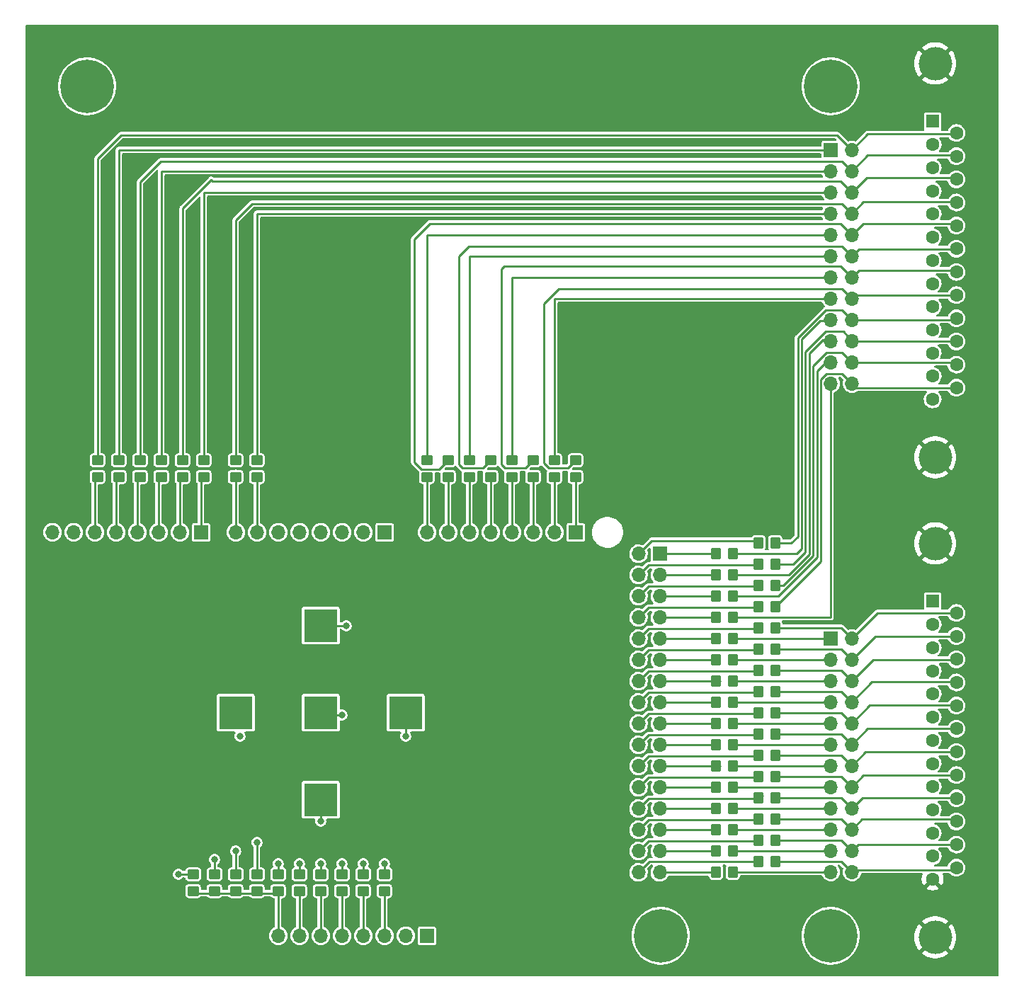
<source format=gbr>
%TF.GenerationSoftware,KiCad,Pcbnew,(6.0.5-0)*%
%TF.CreationDate,2022-11-03T10:05:22-06:00*%
%TF.ProjectId,mega_led_mapper_shield,6d656761-5f6c-4656-945f-6d6170706572,rev?*%
%TF.SameCoordinates,Original*%
%TF.FileFunction,Copper,L1,Top*%
%TF.FilePolarity,Positive*%
%FSLAX46Y46*%
G04 Gerber Fmt 4.6, Leading zero omitted, Abs format (unit mm)*
G04 Created by KiCad (PCBNEW (6.0.5-0)) date 2022-11-03 10:05:22*
%MOMM*%
%LPD*%
G01*
G04 APERTURE LIST*
G04 Aperture macros list*
%AMRoundRect*
0 Rectangle with rounded corners*
0 $1 Rounding radius*
0 $2 $3 $4 $5 $6 $7 $8 $9 X,Y pos of 4 corners*
0 Add a 4 corners polygon primitive as box body*
4,1,4,$2,$3,$4,$5,$6,$7,$8,$9,$2,$3,0*
0 Add four circle primitives for the rounded corners*
1,1,$1+$1,$2,$3*
1,1,$1+$1,$4,$5*
1,1,$1+$1,$6,$7*
1,1,$1+$1,$8,$9*
0 Add four rect primitives between the rounded corners*
20,1,$1+$1,$2,$3,$4,$5,0*
20,1,$1+$1,$4,$5,$6,$7,0*
20,1,$1+$1,$6,$7,$8,$9,0*
20,1,$1+$1,$8,$9,$2,$3,0*%
G04 Aperture macros list end*
%TA.AperFunction,SMDPad,CuDef*%
%ADD10RoundRect,0.250000X-0.350000X-0.450000X0.350000X-0.450000X0.350000X0.450000X-0.350000X0.450000X0*%
%TD*%
%TA.AperFunction,ConnectorPad*%
%ADD11C,6.400000*%
%TD*%
%TA.AperFunction,ComponentPad*%
%ADD12C,3.600000*%
%TD*%
%TA.AperFunction,SMDPad,CuDef*%
%ADD13RoundRect,0.250000X0.450000X-0.350000X0.450000X0.350000X-0.450000X0.350000X-0.450000X-0.350000X0*%
%TD*%
%TA.AperFunction,ComponentPad*%
%ADD14R,1.700000X1.700000*%
%TD*%
%TA.AperFunction,ComponentPad*%
%ADD15O,1.700000X1.700000*%
%TD*%
%TA.AperFunction,SMDPad,CuDef*%
%ADD16R,4.000000X4.000000*%
%TD*%
%TA.AperFunction,ComponentPad*%
%ADD17C,4.000000*%
%TD*%
%TA.AperFunction,ComponentPad*%
%ADD18R,1.600000X1.600000*%
%TD*%
%TA.AperFunction,ComponentPad*%
%ADD19C,1.600000*%
%TD*%
%TA.AperFunction,ViaPad*%
%ADD20C,0.800000*%
%TD*%
%TA.AperFunction,Conductor*%
%ADD21C,0.250000*%
%TD*%
G04 APERTURE END LIST*
D10*
%TO.P,R47,1*%
%TO.N,Net-(J5-Pad32)*%
X77740000Y-29210000D03*
%TO.P,R47,2*%
%TO.N,Net-(J6-Pad24)*%
X79740000Y-29210000D03*
%TD*%
D11*
%TO.P,REF\u002A\u002A,1*%
%TO.N,N/C*%
X86360000Y-38100000D03*
D12*
X86360000Y-38100000D03*
%TD*%
D11*
%TO.P,REF\u002A\u002A,1*%
%TO.N,N/C*%
X86360000Y63500000D03*
D12*
X86360000Y63500000D03*
%TD*%
D11*
%TO.P,REF\u002A\u002A,1*%
%TO.N,N/C*%
X-2540000Y63500000D03*
D12*
X-2540000Y63500000D03*
%TD*%
D11*
%TO.P,REF\u002A\u002A,1*%
%TO.N,N/C*%
X66040000Y-38100000D03*
D12*
%TO.N,/shield*%
X66040000Y-38100000D03*
%TD*%
D10*
%TO.P,R24,1*%
%TO.N,Net-(J5-Pad7)*%
X72660000Y0D03*
%TO.P,R24,2*%
%TO.N,Net-(J1-Pad12)*%
X74660000Y0D03*
%TD*%
D13*
%TO.P,R58,1*%
%TO.N,Net-(J8-Pad3)*%
X33020000Y-32750000D03*
%TO.P,R58,2*%
%TO.N,Net-(R57-Pad2)*%
X33020000Y-30750000D03*
%TD*%
D10*
%TO.P,R36,1*%
%TO.N,Net-(J5-Pad19)*%
X72660000Y-15240000D03*
%TO.P,R36,2*%
%TO.N,Net-(J6-Pad11)*%
X74660000Y-15240000D03*
%TD*%
%TO.P,R28,1*%
%TO.N,Net-(J5-Pad11)*%
X72660000Y-5080000D03*
%TO.P,R28,2*%
%TO.N,Net-(J6-Pad3)*%
X74660000Y-5080000D03*
%TD*%
%TO.P,R43,1*%
%TO.N,Net-(J5-Pad28)*%
X77740000Y-24130000D03*
%TO.P,R43,2*%
%TO.N,Net-(J6-Pad20)*%
X79740000Y-24130000D03*
%TD*%
%TO.P,R20,1*%
%TO.N,Net-(J5-Pad3)*%
X72660000Y5080000D03*
%TO.P,R20,2*%
%TO.N,Net-(J1-Pad10)*%
X74660000Y5080000D03*
%TD*%
D13*
%TO.P,R54,1*%
%TO.N,Net-(J8-Pad5)*%
X27940000Y-32750000D03*
%TO.P,R54,2*%
%TO.N,Net-(R53-Pad2)*%
X27940000Y-30750000D03*
%TD*%
D14*
%TO.P,J4,1,Pin_1*%
%TO.N,Net-(J4-Pad1)*%
X55880000Y10160000D03*
D15*
%TO.P,J4,2,Pin_2*%
%TO.N,Net-(J4-Pad2)*%
X53340000Y10160000D03*
%TO.P,J4,3,Pin_3*%
%TO.N,Net-(J4-Pad3)*%
X50800000Y10160000D03*
%TO.P,J4,4,Pin_4*%
%TO.N,Net-(J4-Pad4)*%
X48260000Y10160000D03*
%TO.P,J4,5,Pin_5*%
%TO.N,Net-(J4-Pad5)*%
X45720000Y10160000D03*
%TO.P,J4,6,Pin_6*%
%TO.N,Net-(J4-Pad6)*%
X43180000Y10160000D03*
%TO.P,J4,7,Pin_7*%
%TO.N,Net-(J4-Pad7)*%
X40640000Y10160000D03*
%TO.P,J4,8,Pin_8*%
%TO.N,Net-(J4-Pad8)*%
X38100000Y10160000D03*
%TD*%
D10*
%TO.P,R48,1*%
%TO.N,Net-(J5-Pad31)*%
X72660000Y-30480000D03*
%TO.P,R48,2*%
%TO.N,Net-(J6-Pad23)*%
X74660000Y-30480000D03*
%TD*%
%TO.P,R22,1*%
%TO.N,Net-(J5-Pad5)*%
X72660000Y2540000D03*
%TO.P,R22,2*%
%TO.N,Net-(J1-Pad11)*%
X74660000Y2540000D03*
%TD*%
D14*
%TO.P,J5,1,Pin_1*%
%TO.N,Net-(J5-Pad1)*%
X65938400Y7594600D03*
D15*
%TO.P,J5,2,Pin_2*%
%TO.N,Net-(J5-Pad2)*%
X63398400Y7594600D03*
%TO.P,J5,3,Pin_3*%
%TO.N,Net-(J5-Pad3)*%
X65938400Y5054600D03*
%TO.P,J5,4,Pin_4*%
%TO.N,Net-(J5-Pad4)*%
X63398400Y5054600D03*
%TO.P,J5,5,Pin_5*%
%TO.N,Net-(J5-Pad5)*%
X65938400Y2514600D03*
%TO.P,J5,6,Pin_6*%
%TO.N,Net-(J5-Pad6)*%
X63398400Y2514600D03*
%TO.P,J5,7,Pin_7*%
%TO.N,Net-(J5-Pad7)*%
X65938400Y-25400D03*
%TO.P,J5,8,Pin_8*%
%TO.N,Net-(J5-Pad8)*%
X63398400Y-25400D03*
%TO.P,J5,9,Pin_9*%
%TO.N,Net-(J5-Pad9)*%
X65938400Y-2565400D03*
%TO.P,J5,10,Pin_10*%
%TO.N,Net-(J5-Pad10)*%
X63398400Y-2565400D03*
%TO.P,J5,11,Pin_11*%
%TO.N,Net-(J5-Pad11)*%
X65938400Y-5105400D03*
%TO.P,J5,12,Pin_12*%
%TO.N,Net-(J5-Pad12)*%
X63398400Y-5105400D03*
%TO.P,J5,13,Pin_13*%
%TO.N,Net-(J5-Pad13)*%
X65938400Y-7645400D03*
%TO.P,J5,14,Pin_14*%
%TO.N,Net-(J5-Pad14)*%
X63398400Y-7645400D03*
%TO.P,J5,15,Pin_15*%
%TO.N,Net-(J5-Pad15)*%
X65938400Y-10185400D03*
%TO.P,J5,16,Pin_16*%
%TO.N,Net-(J5-Pad16)*%
X63398400Y-10185400D03*
%TO.P,J5,17,Pin_17*%
%TO.N,Net-(J5-Pad17)*%
X65938400Y-12725400D03*
%TO.P,J5,18,Pin_18*%
%TO.N,Net-(J5-Pad18)*%
X63398400Y-12725400D03*
%TO.P,J5,19,Pin_19*%
%TO.N,Net-(J5-Pad19)*%
X65938400Y-15265400D03*
%TO.P,J5,20,Pin_20*%
%TO.N,Net-(J5-Pad20)*%
X63398400Y-15265400D03*
%TO.P,J5,21,Pin_21*%
%TO.N,Net-(J5-Pad21)*%
X65938400Y-17805400D03*
%TO.P,J5,22,Pin_22*%
%TO.N,Net-(J5-Pad22)*%
X63398400Y-17805400D03*
%TO.P,J5,23,Pin_23*%
%TO.N,Net-(J5-Pad23)*%
X65938400Y-20345400D03*
%TO.P,J5,24,Pin_24*%
%TO.N,Net-(J5-Pad24)*%
X63398400Y-20345400D03*
%TO.P,J5,25,Pin_25*%
%TO.N,Net-(J5-Pad25)*%
X65938400Y-22885400D03*
%TO.P,J5,26,Pin_26*%
%TO.N,Net-(J5-Pad26)*%
X63398400Y-22885400D03*
%TO.P,J5,27,Pin_27*%
%TO.N,Net-(J5-Pad27)*%
X65938400Y-25425400D03*
%TO.P,J5,28,Pin_28*%
%TO.N,Net-(J5-Pad28)*%
X63398400Y-25425400D03*
%TO.P,J5,29,Pin_29*%
%TO.N,Net-(J5-Pad29)*%
X65938400Y-27965400D03*
%TO.P,J5,30,Pin_30*%
%TO.N,Net-(J5-Pad30)*%
X63398400Y-27965400D03*
%TO.P,J5,31,Pin_31*%
%TO.N,Net-(J5-Pad31)*%
X65938400Y-30505400D03*
%TO.P,J5,32,Pin_32*%
%TO.N,Net-(J5-Pad32)*%
X63398400Y-30505400D03*
%TD*%
D10*
%TO.P,R17,1*%
%TO.N,Net-(J5-Pad2)*%
X77740000Y8890000D03*
%TO.P,R17,2*%
%TO.N,Net-(J1-Pad22)*%
X79740000Y8890000D03*
%TD*%
%TO.P,R39,1*%
%TO.N,Net-(J5-Pad24)*%
X77740000Y-19050000D03*
%TO.P,R39,2*%
%TO.N,Net-(J6-Pad16)*%
X79740000Y-19050000D03*
%TD*%
D13*
%TO.P,R2,1*%
%TO.N,Net-(J3-Pad3)*%
X6350000Y16780000D03*
%TO.P,R2,2*%
%TO.N,Net-(J1-Pad2)*%
X6350000Y18780000D03*
%TD*%
%TO.P,R6,1*%
%TO.N,Net-(J3-Pad4)*%
X3810000Y16780000D03*
%TO.P,R6,2*%
%TO.N,Net-(J1-Pad15)*%
X3810000Y18780000D03*
%TD*%
D10*
%TO.P,R31,1*%
%TO.N,Net-(J5-Pad16)*%
X77740000Y-8890000D03*
%TO.P,R31,2*%
%TO.N,Net-(J6-Pad8)*%
X79740000Y-8890000D03*
%TD*%
D13*
%TO.P,R5,1*%
%TO.N,Net-(J9-Pad7)*%
X17780000Y16780000D03*
%TO.P,R5,2*%
%TO.N,Net-(J1-Pad4)*%
X17780000Y18780000D03*
%TD*%
D10*
%TO.P,R21,1*%
%TO.N,Net-(J5-Pad6)*%
X77740000Y3810000D03*
%TO.P,R21,2*%
%TO.N,Net-(J1-Pad24)*%
X79740000Y3810000D03*
%TD*%
D13*
%TO.P,R4,1*%
%TO.N,Net-(J3-Pad6)*%
X-1270000Y16780000D03*
%TO.P,R4,2*%
%TO.N,Net-(J1-Pad14)*%
X-1270000Y18780000D03*
%TD*%
D10*
%TO.P,R25,1*%
%TO.N,Net-(J5-Pad10)*%
X77740000Y-1270000D03*
%TO.P,R25,2*%
%TO.N,Net-(J6-Pad2)*%
X79740000Y-1270000D03*
%TD*%
D13*
%TO.P,R57,1*%
%TO.N,Net-(J8-Pad8)*%
X10160000Y-32750000D03*
%TO.P,R57,2*%
%TO.N,Net-(R57-Pad2)*%
X10160000Y-30750000D03*
%TD*%
D14*
%TO.P,J9,1,Pin_1*%
%TO.N,unconnected-(J9-Pad1)*%
X33020000Y10160000D03*
D15*
%TO.P,J9,2,Pin_2*%
%TO.N,unconnected-(J9-Pad2)*%
X30480000Y10160000D03*
%TO.P,J9,3,Pin_3*%
%TO.N,unconnected-(J9-Pad3)*%
X27940000Y10160000D03*
%TO.P,J9,4,Pin_4*%
%TO.N,unconnected-(J9-Pad4)*%
X25400000Y10160000D03*
%TO.P,J9,5,Pin_5*%
%TO.N,unconnected-(J9-Pad5)*%
X22860000Y10160000D03*
%TO.P,J9,6,Pin_6*%
%TO.N,unconnected-(J9-Pad6)*%
X20320000Y10160000D03*
%TO.P,J9,7,Pin_7*%
%TO.N,Net-(J9-Pad7)*%
X17780000Y10160000D03*
%TO.P,J9,8,Pin_8*%
%TO.N,Net-(J9-Pad8)*%
X15240000Y10160000D03*
%TD*%
D13*
%TO.P,R1,1*%
%TO.N,Net-(J3-Pad5)*%
X1270000Y16780000D03*
%TO.P,R1,2*%
%TO.N,Net-(J1-Pad1)*%
X1270000Y18780000D03*
%TD*%
D14*
%TO.P,J3,1,Pin_1*%
%TO.N,Net-(R3-Pad1)*%
X11084800Y10160000D03*
D15*
%TO.P,J3,2,Pin_2*%
%TO.N,Net-(J3-Pad2)*%
X8544800Y10160000D03*
%TO.P,J3,3,Pin_3*%
%TO.N,Net-(J3-Pad3)*%
X6004800Y10160000D03*
%TO.P,J3,4,Pin_4*%
%TO.N,Net-(J3-Pad4)*%
X3464800Y10160000D03*
%TO.P,J3,5,Pin_5*%
%TO.N,Net-(J3-Pad5)*%
X924800Y10160000D03*
%TO.P,J3,6,Pin_6*%
%TO.N,Net-(J3-Pad6)*%
X-1615200Y10160000D03*
%TO.P,J3,7,Pin_7*%
%TO.N,unconnected-(J3-Pad7)*%
X-4155200Y10160000D03*
%TO.P,J3,8,Pin_8*%
%TO.N,unconnected-(J3-Pad8)*%
X-6695200Y10160000D03*
%TD*%
D13*
%TO.P,R7,1*%
%TO.N,Net-(J3-Pad2)*%
X8890000Y16780000D03*
%TO.P,R7,2*%
%TO.N,Net-(J1-Pad16)*%
X8890000Y18780000D03*
%TD*%
D10*
%TO.P,R27,1*%
%TO.N,Net-(J5-Pad12)*%
X77740000Y-3810000D03*
%TO.P,R27,2*%
%TO.N,Net-(J6-Pad4)*%
X79740000Y-3810000D03*
%TD*%
D14*
%TO.P,J2,1,Pin_1*%
%TO.N,Net-(J1-Pad1)*%
X86360000Y55880000D03*
D15*
%TO.P,J2,2,Pin_2*%
%TO.N,Net-(J1-Pad14)*%
X88900000Y55880000D03*
%TO.P,J2,3,Pin_3*%
%TO.N,Net-(J1-Pad2)*%
X86360000Y53340000D03*
%TO.P,J2,4,Pin_4*%
%TO.N,Net-(J1-Pad15)*%
X88900000Y53340000D03*
%TO.P,J2,5,Pin_5*%
%TO.N,Net-(J1-Pad3)*%
X86360000Y50800000D03*
%TO.P,J2,6,Pin_6*%
%TO.N,Net-(J1-Pad16)*%
X88900000Y50800000D03*
%TO.P,J2,7,Pin_7*%
%TO.N,Net-(J1-Pad4)*%
X86360000Y48260000D03*
%TO.P,J2,8,Pin_8*%
%TO.N,Net-(J1-Pad17)*%
X88900000Y48260000D03*
%TO.P,J2,9,Pin_9*%
%TO.N,Net-(J1-Pad5)*%
X86360000Y45720000D03*
%TO.P,J2,10,Pin_10*%
%TO.N,Net-(J1-Pad18)*%
X88900000Y45720000D03*
%TO.P,J2,11,Pin_11*%
%TO.N,Net-(J1-Pad6)*%
X86360000Y43180000D03*
%TO.P,J2,12,Pin_12*%
%TO.N,Net-(J1-Pad19)*%
X88900000Y43180000D03*
%TO.P,J2,13,Pin_13*%
%TO.N,Net-(J1-Pad7)*%
X86360000Y40640000D03*
%TO.P,J2,14,Pin_14*%
%TO.N,Net-(J1-Pad20)*%
X88900000Y40640000D03*
%TO.P,J2,15,Pin_15*%
%TO.N,Net-(J1-Pad8)*%
X86360000Y38100000D03*
%TO.P,J2,16,Pin_16*%
%TO.N,Net-(J1-Pad21)*%
X88900000Y38100000D03*
%TO.P,J2,17,Pin_17*%
%TO.N,Net-(J1-Pad9)*%
X86360000Y35560000D03*
%TO.P,J2,18,Pin_18*%
%TO.N,Net-(J1-Pad22)*%
X88900000Y35560000D03*
%TO.P,J2,19,Pin_19*%
%TO.N,Net-(J1-Pad10)*%
X86360000Y33020000D03*
%TO.P,J2,20,Pin_20*%
%TO.N,Net-(J1-Pad23)*%
X88900000Y33020000D03*
%TO.P,J2,21,Pin_21*%
%TO.N,Net-(J1-Pad11)*%
X86360000Y30480000D03*
%TO.P,J2,22,Pin_22*%
%TO.N,Net-(J1-Pad24)*%
X88900000Y30480000D03*
%TO.P,J2,23,Pin_23*%
%TO.N,Net-(J1-Pad12)*%
X86360000Y27940000D03*
%TO.P,J2,24,Pin_24*%
%TO.N,Net-(J1-Pad25)*%
X88900000Y27940000D03*
%TD*%
D10*
%TO.P,R18,1*%
%TO.N,Net-(J5-Pad1)*%
X72660000Y7620000D03*
%TO.P,R18,2*%
%TO.N,Net-(J1-Pad9)*%
X74660000Y7620000D03*
%TD*%
D13*
%TO.P,R51,1*%
%TO.N,Net-(J8-Pad8)*%
X17780000Y-32750000D03*
%TO.P,R51,2*%
%TO.N,Net-(R51-Pad2)*%
X17780000Y-30750000D03*
%TD*%
D10*
%TO.P,R44,1*%
%TO.N,Net-(J5-Pad27)*%
X72660000Y-25400000D03*
%TO.P,R44,2*%
%TO.N,Net-(J6-Pad19)*%
X74660000Y-25400000D03*
%TD*%
%TO.P,R35,1*%
%TO.N,Net-(J5-Pad20)*%
X77740000Y-13970000D03*
%TO.P,R35,2*%
%TO.N,Net-(J6-Pad12)*%
X79740000Y-13970000D03*
%TD*%
%TO.P,R34,1*%
%TO.N,Net-(J5-Pad17)*%
X72660000Y-12700000D03*
%TO.P,R34,2*%
%TO.N,Net-(J6-Pad9)*%
X74660000Y-12700000D03*
%TD*%
D16*
%TO.P,TP4,1,1*%
%TO.N,Net-(R55-Pad2)*%
X25400000Y-1016000D03*
%TD*%
D13*
%TO.P,R8,1*%
%TO.N,Net-(J9-Pad8)*%
X15240000Y16780000D03*
%TO.P,R8,2*%
%TO.N,Net-(J1-Pad17)*%
X15240000Y18780000D03*
%TD*%
%TO.P,R11,1*%
%TO.N,Net-(J4-Pad4)*%
X48260000Y16780000D03*
%TO.P,R11,2*%
%TO.N,Net-(J1-Pad7)*%
X48260000Y18780000D03*
%TD*%
%TO.P,R16,1*%
%TO.N,Net-(J4-Pad1)*%
X55880000Y16780000D03*
%TO.P,R16,2*%
%TO.N,Net-(J1-Pad21)*%
X55880000Y18780000D03*
%TD*%
D16*
%TO.P,TP1,1,1*%
%TO.N,Net-(R49-Pad2)*%
X15240000Y-11430000D03*
%TD*%
D10*
%TO.P,R45,2*%
%TO.N,Net-(J6-Pad22)*%
X79740000Y-26670000D03*
%TO.P,R45,1*%
%TO.N,Net-(J5-Pad30)*%
X77740000Y-26670000D03*
%TD*%
%TO.P,R23,1*%
%TO.N,Net-(J5-Pad8)*%
X77740000Y1270000D03*
%TO.P,R23,2*%
%TO.N,Net-(J1-Pad25)*%
X79740000Y1270000D03*
%TD*%
D14*
%TO.P,J8,1,Pin_1*%
%TO.N,unconnected-(J8-Pad1)*%
X38100000Y-38100000D03*
D15*
%TO.P,J8,2,Pin_2*%
%TO.N,unconnected-(J8-Pad2)*%
X35560000Y-38100000D03*
%TO.P,J8,3,Pin_3*%
%TO.N,Net-(J8-Pad3)*%
X33020000Y-38100000D03*
%TO.P,J8,4,Pin_4*%
%TO.N,Net-(J8-Pad4)*%
X30480000Y-38100000D03*
%TO.P,J8,5,Pin_5*%
%TO.N,Net-(J8-Pad5)*%
X27940000Y-38100000D03*
%TO.P,J8,6,Pin_6*%
%TO.N,Net-(J8-Pad6)*%
X25400000Y-38100000D03*
%TO.P,J8,7,Pin_7*%
%TO.N,Net-(J8-Pad7)*%
X22860000Y-38100000D03*
%TO.P,J8,8,Pin_8*%
%TO.N,Net-(J8-Pad8)*%
X20320000Y-38100000D03*
%TD*%
D17*
%TO.P,J7,0,PAD*%
%TO.N,/shield*%
X98859669Y8823000D03*
X98859669Y-38277000D03*
D18*
%TO.P,J7,1,1*%
%TO.N,Net-(J6-Pad1)*%
X98559669Y1893000D03*
D19*
%TO.P,J7,2,2*%
%TO.N,Net-(J6-Pad3)*%
X98559669Y-877000D03*
%TO.P,J7,3,3*%
%TO.N,Net-(J6-Pad5)*%
X98559669Y-3647000D03*
%TO.P,J7,4,4*%
%TO.N,Net-(J6-Pad7)*%
X98559669Y-6417000D03*
%TO.P,J7,5,5*%
%TO.N,Net-(J6-Pad9)*%
X98559669Y-9187000D03*
%TO.P,J7,6,6*%
%TO.N,Net-(J6-Pad11)*%
X98559669Y-11957000D03*
%TO.P,J7,7,7*%
%TO.N,Net-(J6-Pad13)*%
X98559669Y-14727000D03*
%TO.P,J7,8,8*%
%TO.N,Net-(J6-Pad15)*%
X98559669Y-17497000D03*
%TO.P,J7,9,9*%
%TO.N,Net-(J6-Pad17)*%
X98559669Y-20267000D03*
%TO.P,J7,10,10*%
%TO.N,Net-(J6-Pad19)*%
X98559669Y-23037000D03*
%TO.P,J7,11,11*%
%TO.N,Net-(J6-Pad21)*%
X98559669Y-25807000D03*
%TO.P,J7,12,12*%
%TO.N,Net-(J6-Pad23)*%
X98559669Y-28577000D03*
%TO.P,J7,13,13*%
%TO.N,/shield*%
X98559669Y-31347000D03*
%TO.P,J7,14,P14*%
%TO.N,Net-(J6-Pad2)*%
X101399669Y508000D03*
%TO.P,J7,15,P15*%
%TO.N,Net-(J6-Pad4)*%
X101399669Y-2262000D03*
%TO.P,J7,16,P16*%
%TO.N,Net-(J6-Pad6)*%
X101399669Y-5032000D03*
%TO.P,J7,17,P17*%
%TO.N,Net-(J6-Pad8)*%
X101399669Y-7802000D03*
%TO.P,J7,18,P18*%
%TO.N,Net-(J6-Pad10)*%
X101399669Y-10572000D03*
%TO.P,J7,19,P19*%
%TO.N,Net-(J6-Pad12)*%
X101399669Y-13342000D03*
%TO.P,J7,20,P20*%
%TO.N,Net-(J6-Pad14)*%
X101399669Y-16112000D03*
%TO.P,J7,21,P21*%
%TO.N,Net-(J6-Pad16)*%
X101399669Y-18882000D03*
%TO.P,J7,22,P22*%
%TO.N,Net-(J6-Pad18)*%
X101399669Y-21652000D03*
%TO.P,J7,23,P23*%
%TO.N,Net-(J6-Pad20)*%
X101399669Y-24422000D03*
%TO.P,J7,24,P24*%
%TO.N,Net-(J6-Pad22)*%
X101399669Y-27192000D03*
%TO.P,J7,25,P25*%
%TO.N,Net-(J6-Pad24)*%
X101399669Y-29962000D03*
%TD*%
D10*
%TO.P,R40,1*%
%TO.N,Net-(J5-Pad23)*%
X72660000Y-20320000D03*
%TO.P,R40,2*%
%TO.N,Net-(J6-Pad15)*%
X74660000Y-20320000D03*
%TD*%
D13*
%TO.P,R10,1*%
%TO.N,Net-(J4-Pad6)*%
X43180000Y16780000D03*
%TO.P,R10,2*%
%TO.N,Net-(J1-Pad6)*%
X43180000Y18780000D03*
%TD*%
D10*
%TO.P,R46,1*%
%TO.N,Net-(J5-Pad29)*%
X72660000Y-27940000D03*
%TO.P,R46,2*%
%TO.N,Net-(J6-Pad21)*%
X74660000Y-27940000D03*
%TD*%
%TO.P,R41,1*%
%TO.N,Net-(J5-Pad26)*%
X77740000Y-21590000D03*
%TO.P,R41,2*%
%TO.N,Net-(J6-Pad18)*%
X79740000Y-21590000D03*
%TD*%
D13*
%TO.P,R52,1*%
%TO.N,Net-(J8-Pad6)*%
X25400000Y-32750000D03*
%TO.P,R52,2*%
%TO.N,Net-(R51-Pad2)*%
X25400000Y-30750000D03*
%TD*%
D10*
%TO.P,R42,1*%
%TO.N,Net-(J5-Pad25)*%
X72660000Y-22860000D03*
%TO.P,R42,2*%
%TO.N,Net-(J6-Pad17)*%
X74660000Y-22860000D03*
%TD*%
D16*
%TO.P,TP5,1,1*%
%TO.N,Net-(R57-Pad2)*%
X35560000Y-11430000D03*
%TD*%
D13*
%TO.P,R50,1*%
%TO.N,Net-(J8-Pad7)*%
X22860000Y-32750000D03*
%TO.P,R50,2*%
%TO.N,Net-(R49-Pad2)*%
X22860000Y-30750000D03*
%TD*%
D16*
%TO.P,TP2,1,1*%
%TO.N,Net-(R51-Pad2)*%
X25400000Y-21844000D03*
%TD*%
D10*
%TO.P,R26,1*%
%TO.N,Net-(J5-Pad9)*%
X72660000Y-2540000D03*
%TO.P,R26,2*%
%TO.N,Net-(J6-Pad1)*%
X74660000Y-2540000D03*
%TD*%
D13*
%TO.P,R49,1*%
%TO.N,Net-(J8-Pad8)*%
X20320000Y-32750000D03*
%TO.P,R49,2*%
%TO.N,Net-(R49-Pad2)*%
X20320000Y-30750000D03*
%TD*%
%TO.P,R56,1*%
%TO.N,Net-(J8-Pad4)*%
X30480000Y-32750000D03*
%TO.P,R56,2*%
%TO.N,Net-(R55-Pad2)*%
X30480000Y-30750000D03*
%TD*%
%TO.P,R9,1*%
%TO.N,Net-(J4-Pad8)*%
X38100000Y16780000D03*
%TO.P,R9,2*%
%TO.N,Net-(J1-Pad5)*%
X38100000Y18780000D03*
%TD*%
%TO.P,R15,1*%
%TO.N,Net-(J4-Pad3)*%
X50800000Y16780000D03*
%TO.P,R15,2*%
%TO.N,Net-(J1-Pad20)*%
X50800000Y18780000D03*
%TD*%
D10*
%TO.P,R30,1*%
%TO.N,Net-(J5-Pad13)*%
X72660000Y-7620000D03*
%TO.P,R30,2*%
%TO.N,Net-(J6-Pad5)*%
X74660000Y-7620000D03*
%TD*%
D13*
%TO.P,R12,1*%
%TO.N,Net-(J4-Pad2)*%
X53340000Y16780000D03*
%TO.P,R12,2*%
%TO.N,Net-(J1-Pad8)*%
X53340000Y18780000D03*
%TD*%
D10*
%TO.P,R33,1*%
%TO.N,Net-(J5-Pad18)*%
X77740000Y-11430000D03*
%TO.P,R33,2*%
%TO.N,Net-(J6-Pad10)*%
X79740000Y-11430000D03*
%TD*%
%TO.P,R32,1*%
%TO.N,Net-(J5-Pad15)*%
X72660000Y-10160000D03*
%TO.P,R32,2*%
%TO.N,Net-(J6-Pad7)*%
X74660000Y-10160000D03*
%TD*%
%TO.P,R19,1*%
%TO.N,Net-(J5-Pad4)*%
X77740000Y6350000D03*
%TO.P,R19,2*%
%TO.N,Net-(J1-Pad23)*%
X79740000Y6350000D03*
%TD*%
D13*
%TO.P,R14,1*%
%TO.N,Net-(J4-Pad5)*%
X45720000Y16780000D03*
%TO.P,R14,2*%
%TO.N,Net-(J1-Pad19)*%
X45720000Y18780000D03*
%TD*%
D16*
%TO.P,TP3,1,1*%
%TO.N,Net-(R53-Pad2)*%
X25400000Y-11430000D03*
%TD*%
D13*
%TO.P,R13,1*%
%TO.N,Net-(J4-Pad7)*%
X40640000Y16780000D03*
%TO.P,R13,2*%
%TO.N,Net-(J1-Pad18)*%
X40640000Y18780000D03*
%TD*%
D10*
%TO.P,R37,1*%
%TO.N,Net-(J5-Pad22)*%
X77740000Y-16510000D03*
%TO.P,R37,2*%
%TO.N,Net-(J6-Pad14)*%
X79740000Y-16510000D03*
%TD*%
D13*
%TO.P,R55,1*%
%TO.N,Net-(J8-Pad8)*%
X12700000Y-32750000D03*
%TO.P,R55,2*%
%TO.N,Net-(R55-Pad2)*%
X12700000Y-30750000D03*
%TD*%
%TO.P,R53,1*%
%TO.N,Net-(J8-Pad8)*%
X15240000Y-32750000D03*
%TO.P,R53,2*%
%TO.N,Net-(R53-Pad2)*%
X15240000Y-30750000D03*
%TD*%
D10*
%TO.P,R38,1*%
%TO.N,Net-(J5-Pad21)*%
X72660000Y-17780000D03*
%TO.P,R38,2*%
%TO.N,Net-(J6-Pad13)*%
X74660000Y-17780000D03*
%TD*%
D13*
%TO.P,R3,1*%
%TO.N,Net-(R3-Pad1)*%
X11430000Y16780000D03*
%TO.P,R3,2*%
%TO.N,Net-(J1-Pad3)*%
X11430000Y18780000D03*
%TD*%
D10*
%TO.P,R29,1*%
%TO.N,Net-(J5-Pad14)*%
X77740000Y-6350000D03*
%TO.P,R29,2*%
%TO.N,Net-(J6-Pad6)*%
X79740000Y-6350000D03*
%TD*%
D17*
%TO.P,J1,0,PAD*%
%TO.N,/shield*%
X98859669Y66227000D03*
X98859669Y19127000D03*
D18*
%TO.P,J1,1,1*%
%TO.N,Net-(J1-Pad1)*%
X98559669Y59297000D03*
D19*
%TO.P,J1,2,2*%
%TO.N,Net-(J1-Pad2)*%
X98559669Y56527000D03*
%TO.P,J1,3,3*%
%TO.N,Net-(J1-Pad3)*%
X98559669Y53757000D03*
%TO.P,J1,4,4*%
%TO.N,Net-(J1-Pad4)*%
X98559669Y50987000D03*
%TO.P,J1,5,5*%
%TO.N,Net-(J1-Pad5)*%
X98559669Y48217000D03*
%TO.P,J1,6,6*%
%TO.N,Net-(J1-Pad6)*%
X98559669Y45447000D03*
%TO.P,J1,7,7*%
%TO.N,Net-(J1-Pad7)*%
X98559669Y42677000D03*
%TO.P,J1,8,8*%
%TO.N,Net-(J1-Pad8)*%
X98559669Y39907000D03*
%TO.P,J1,9,9*%
%TO.N,Net-(J1-Pad9)*%
X98559669Y37137000D03*
%TO.P,J1,10,10*%
%TO.N,Net-(J1-Pad10)*%
X98559669Y34367000D03*
%TO.P,J1,11,11*%
%TO.N,Net-(J1-Pad11)*%
X98559669Y31597000D03*
%TO.P,J1,12,12*%
%TO.N,Net-(J1-Pad12)*%
X98559669Y28827000D03*
%TO.P,J1,13,13*%
%TO.N,unconnected-(J1-Pad13)*%
X98559669Y26057000D03*
%TO.P,J1,14,P14*%
%TO.N,Net-(J1-Pad14)*%
X101399669Y57912000D03*
%TO.P,J1,15,P15*%
%TO.N,Net-(J1-Pad15)*%
X101399669Y55142000D03*
%TO.P,J1,16,P16*%
%TO.N,Net-(J1-Pad16)*%
X101399669Y52372000D03*
%TO.P,J1,17,P17*%
%TO.N,Net-(J1-Pad17)*%
X101399669Y49602000D03*
%TO.P,J1,18,P18*%
%TO.N,Net-(J1-Pad18)*%
X101399669Y46832000D03*
%TO.P,J1,19,P19*%
%TO.N,Net-(J1-Pad19)*%
X101399669Y44062000D03*
%TO.P,J1,20,P20*%
%TO.N,Net-(J1-Pad20)*%
X101399669Y41292000D03*
%TO.P,J1,21,P21*%
%TO.N,Net-(J1-Pad21)*%
X101399669Y38522000D03*
%TO.P,J1,22,P22*%
%TO.N,Net-(J1-Pad22)*%
X101399669Y35752000D03*
%TO.P,J1,23,P23*%
%TO.N,Net-(J1-Pad23)*%
X101399669Y32982000D03*
%TO.P,J1,24,P24*%
%TO.N,Net-(J1-Pad24)*%
X101399669Y30212000D03*
%TO.P,J1,25,P25*%
%TO.N,Net-(J1-Pad25)*%
X101399669Y27442000D03*
%TD*%
D14*
%TO.P,J6,1,Pin_1*%
%TO.N,Net-(J6-Pad1)*%
X86355000Y-2535000D03*
D15*
%TO.P,J6,2,Pin_2*%
%TO.N,Net-(J6-Pad2)*%
X88895000Y-2535000D03*
%TO.P,J6,3,Pin_3*%
%TO.N,Net-(J6-Pad3)*%
X86355000Y-5075000D03*
%TO.P,J6,4,Pin_4*%
%TO.N,Net-(J6-Pad4)*%
X88895000Y-5075000D03*
%TO.P,J6,5,Pin_5*%
%TO.N,Net-(J6-Pad5)*%
X86355000Y-7615000D03*
%TO.P,J6,6,Pin_6*%
%TO.N,Net-(J6-Pad6)*%
X88895000Y-7615000D03*
%TO.P,J6,7,Pin_7*%
%TO.N,Net-(J6-Pad7)*%
X86355000Y-10155000D03*
%TO.P,J6,8,Pin_8*%
%TO.N,Net-(J6-Pad8)*%
X88895000Y-10155000D03*
%TO.P,J6,9,Pin_9*%
%TO.N,Net-(J6-Pad9)*%
X86355000Y-12695000D03*
%TO.P,J6,10,Pin_10*%
%TO.N,Net-(J6-Pad10)*%
X88895000Y-12695000D03*
%TO.P,J6,11,Pin_11*%
%TO.N,Net-(J6-Pad11)*%
X86355000Y-15235000D03*
%TO.P,J6,12,Pin_12*%
%TO.N,Net-(J6-Pad12)*%
X88895000Y-15235000D03*
%TO.P,J6,13,Pin_13*%
%TO.N,Net-(J6-Pad13)*%
X86355000Y-17775000D03*
%TO.P,J6,14,Pin_14*%
%TO.N,Net-(J6-Pad14)*%
X88895000Y-17775000D03*
%TO.P,J6,15,Pin_15*%
%TO.N,Net-(J6-Pad15)*%
X86355000Y-20315000D03*
%TO.P,J6,16,Pin_16*%
%TO.N,Net-(J6-Pad16)*%
X88895000Y-20315000D03*
%TO.P,J6,17,Pin_17*%
%TO.N,Net-(J6-Pad17)*%
X86355000Y-22855000D03*
%TO.P,J6,18,Pin_18*%
%TO.N,Net-(J6-Pad18)*%
X88895000Y-22855000D03*
%TO.P,J6,19,Pin_19*%
%TO.N,Net-(J6-Pad19)*%
X86355000Y-25395000D03*
%TO.P,J6,20,Pin_20*%
%TO.N,Net-(J6-Pad20)*%
X88895000Y-25395000D03*
%TO.P,J6,21,Pin_21*%
%TO.N,Net-(J6-Pad21)*%
X86355000Y-27935000D03*
%TO.P,J6,22,Pin_22*%
%TO.N,Net-(J6-Pad22)*%
X88895000Y-27935000D03*
%TO.P,J6,23,Pin_23*%
%TO.N,Net-(J6-Pad23)*%
X86355000Y-30475000D03*
%TO.P,J6,24,Pin_24*%
%TO.N,Net-(J6-Pad24)*%
X88895000Y-30475000D03*
%TD*%
D20*
%TO.N,Net-(R49-Pad2)*%
X15748000Y-14224000D03*
X20320000Y-29464000D03*
X22860000Y-29464000D03*
%TO.N,Net-(R51-Pad2)*%
X17780000Y-26924000D03*
X25400000Y-24384000D03*
X25400000Y-29464000D03*
%TO.N,Net-(R53-Pad2)*%
X15235701Y-27944299D03*
X27940000Y-11684000D03*
X27940000Y-29464000D03*
%TO.N,Net-(R55-Pad2)*%
X12700000Y-28956000D03*
X28448000Y-1016000D03*
X30480000Y-29464000D03*
%TO.N,Net-(R57-Pad2)*%
X8382000Y-30734000D03*
X35560000Y-14224000D03*
X33020000Y-29464000D03*
%TD*%
D21*
%TO.N,Net-(R49-Pad2)*%
X20320000Y-30750000D02*
X20320000Y-29464000D01*
X22860000Y-30750000D02*
X22860000Y-29464000D01*
%TO.N,Net-(R51-Pad2)*%
X17780000Y-30750000D02*
X17780000Y-26924000D01*
X25400000Y-24384000D02*
X25400000Y-21844000D01*
X25400000Y-30750000D02*
X25400000Y-29464000D01*
%TO.N,Net-(R49-Pad2)*%
X15748000Y-11684000D02*
X15240000Y-11684000D01*
%TO.N,Net-(R53-Pad2)*%
X15240000Y-30750000D02*
X15240000Y-27940000D01*
X15240000Y-27940000D02*
X15235701Y-27944299D01*
X27940000Y-11684000D02*
X25654000Y-11684000D01*
%TO.N,Net-(R55-Pad2)*%
X12700000Y-30750000D02*
X12700000Y-28956000D01*
X28448000Y-1016000D02*
X25400000Y-1016000D01*
%TO.N,Net-(R57-Pad2)*%
X35560000Y-14224000D02*
X35560000Y-11430000D01*
%TO.N,Net-(R55-Pad2)*%
X30480000Y-30750000D02*
X30480000Y-29464000D01*
%TO.N,Net-(R57-Pad2)*%
X8382000Y-30734000D02*
X10160000Y-30734000D01*
X33020000Y-30750000D02*
X33020000Y-29464000D01*
%TO.N,Net-(J1-Pad1)*%
X1270000Y55880000D02*
X86614000Y55880000D01*
X1270000Y18780000D02*
X1270000Y55880000D01*
%TO.N,Net-(J1-Pad2)*%
X6350000Y53340000D02*
X86360000Y53340000D01*
X6350000Y18780000D02*
X6350000Y53340000D01*
%TO.N,Net-(J1-Pad3)*%
X11430000Y50800000D02*
X86360000Y50800000D01*
X11430000Y18780000D02*
X11430000Y50800000D01*
%TO.N,Net-(J1-Pad4)*%
X17780000Y18780000D02*
X17780000Y48260000D01*
X17780000Y48260000D02*
X86360000Y48260000D01*
%TO.N,Net-(J1-Pad5)*%
X38100000Y45720000D02*
X86360000Y45720000D01*
X38100000Y18780000D02*
X38100000Y45720000D01*
%TO.N,Net-(J1-Pad6)*%
X43180000Y18780000D02*
X43180000Y43180000D01*
X43180000Y43180000D02*
X86360000Y43180000D01*
%TO.N,Net-(J1-Pad7)*%
X48260000Y18780000D02*
X48260000Y40640000D01*
X48260000Y40640000D02*
X86360000Y40640000D01*
%TO.N,Net-(J1-Pad8)*%
X53340000Y18780000D02*
X53340000Y38100000D01*
X53340000Y38100000D02*
X86360000Y38100000D01*
%TO.N,Net-(J1-Pad9)*%
X82888328Y33231328D02*
X85090000Y35433000D01*
X82888328Y8212328D02*
X82888328Y33231328D01*
X82296000Y7620000D02*
X82888328Y8212328D01*
X74660000Y7620000D02*
X82296000Y7620000D01*
X85090000Y35433000D02*
X86360000Y35433000D01*
%TO.N,Net-(J1-Pad10)*%
X85405736Y33147000D02*
X86360000Y33147000D01*
X81351057Y5080000D02*
X83787368Y7516311D01*
X83787368Y7516311D02*
X83787368Y31528632D01*
X83787368Y31528632D02*
X85405736Y33147000D01*
X74660000Y5080000D02*
X81351057Y5080000D01*
%TO.N,Net-(J1-Pad11)*%
X84735969Y7193476D02*
X84735969Y29437031D01*
X85778938Y30480000D02*
X86487000Y30480000D01*
X84735969Y29437031D02*
X85778938Y30480000D01*
X74660000Y2540000D02*
X80082493Y2540000D01*
X80082493Y2540000D02*
X84735969Y7193476D01*
%TO.N,Net-(J1-Pad12)*%
X86360000Y0D02*
X86360000Y27940000D01*
X74660000Y0D02*
X86360000Y0D01*
%TO.N,Net-(J1-Pad14)*%
X-1270000Y18780000D02*
X-1270000Y54864000D01*
X88900000Y55880000D02*
X90805000Y57785000D01*
X87122000Y57658000D02*
X88900000Y55880000D01*
X1524000Y57658000D02*
X87122000Y57658000D01*
X-1270000Y54864000D02*
X1524000Y57658000D01*
X90805000Y57785000D02*
X101473000Y57785000D01*
%TO.N,Net-(J1-Pad15)*%
X3810000Y18780000D02*
X3810000Y52070000D01*
X88900000Y53340000D02*
X90805000Y55245000D01*
X87725489Y54514511D02*
X88900000Y53340000D01*
X90805000Y55245000D02*
X101600000Y55245000D01*
X3810000Y52070000D02*
X6254511Y54514511D01*
X6254511Y54514511D02*
X87725489Y54514511D01*
%TO.N,Net-(J1-Pad16)*%
X90678000Y52578000D02*
X101600000Y52578000D01*
X12318283Y52324000D02*
X12476794Y52165489D01*
X12476794Y52165489D02*
X87534511Y52165489D01*
X88900000Y50800000D02*
X90678000Y52578000D01*
X8890000Y48895717D02*
X12318283Y52324000D01*
X87534511Y52165489D02*
X88900000Y50800000D01*
X8890000Y18780000D02*
X8890000Y48895717D01*
%TO.N,Net-(J1-Pad17)*%
X17176511Y49434511D02*
X87725489Y49434511D01*
X15240000Y47498000D02*
X17176511Y49434511D01*
X15240000Y18780000D02*
X15240000Y47498000D01*
X90297000Y49657000D02*
X101473000Y49657000D01*
X87725489Y49434511D02*
X88900000Y48260000D01*
X88900000Y48260000D02*
X90297000Y49657000D01*
%TO.N,Net-(J1-Pad18)*%
X38449489Y47085489D02*
X87534511Y47085489D01*
X39564520Y17704520D02*
X37413480Y17704520D01*
X40640000Y18780000D02*
X39564520Y17704520D01*
X90272489Y47092489D02*
X101243511Y47092489D01*
X88900000Y45720000D02*
X90272489Y47092489D01*
X87534511Y47085489D02*
X88900000Y45720000D01*
X101243511Y47092489D02*
X101473000Y46863000D01*
X36576000Y18542000D02*
X36576000Y45212000D01*
X37413480Y17704520D02*
X36576000Y18542000D01*
X36576000Y45212000D02*
X38449489Y47085489D01*
%TO.N,Net-(J1-Pad19)*%
X42351040Y17855480D02*
X41910000Y18296520D01*
X41910000Y18296520D02*
X41910000Y43180000D01*
X45720000Y18780000D02*
X44795480Y17855480D01*
X44795480Y17855480D02*
X42351040Y17855480D01*
X41910000Y43180000D02*
X43084511Y44354511D01*
X101434000Y44030000D02*
X101473000Y44069000D01*
X88900000Y43180000D02*
X89750000Y44030000D01*
X89750000Y44030000D02*
X101434000Y44030000D01*
X43084511Y44354511D02*
X87725489Y44354511D01*
X87725489Y44354511D02*
X88900000Y43180000D01*
%TO.N,Net-(J1-Pad20)*%
X87534511Y42005489D02*
X88900000Y40640000D01*
X47431040Y17855480D02*
X46990000Y18296520D01*
X46990000Y18296520D02*
X46990000Y41656000D01*
X50800000Y18780000D02*
X49875480Y17855480D01*
X46990000Y41656000D02*
X47339489Y42005489D01*
X49875480Y17855480D02*
X47431040Y17855480D01*
X88900000Y40640000D02*
X89750000Y41490000D01*
X47339489Y42005489D02*
X87534511Y42005489D01*
X89750000Y41490000D02*
X101385000Y41490000D01*
X101385000Y41490000D02*
X101600000Y41275000D01*
%TO.N,Net-(J1-Pad21)*%
X52070000Y37465717D02*
X53878794Y39274511D01*
X52070000Y18437507D02*
X52070000Y37465717D01*
X54955480Y17855480D02*
X52652027Y17855480D01*
X55880000Y18780000D02*
X54955480Y17855480D01*
X52652027Y17855480D02*
X52070000Y18437507D01*
X53878794Y39274511D02*
X87725489Y39274511D01*
X88900000Y38100000D02*
X89281000Y38481000D01*
X89281000Y38481000D02*
X101346000Y38481000D01*
X87725489Y39274511D02*
X88900000Y38100000D01*
%TO.N,Net-(J1-Pad22)*%
X87725489Y36734511D02*
X88900000Y35560000D01*
X81661000Y8890000D02*
X82438808Y9667808D01*
X82438808Y33417526D02*
X85755793Y36734511D01*
X82438808Y9667808D02*
X82438808Y33417526D01*
X88900000Y35560000D02*
X101092000Y35560000D01*
X85755793Y36734511D02*
X87725489Y36734511D01*
X79740000Y8890000D02*
X81661000Y8890000D01*
X101092000Y35560000D02*
X101219000Y35433000D01*
%TO.N,Net-(J1-Pad23)*%
X83337848Y7772848D02*
X83337848Y31714830D01*
X79740000Y6350000D02*
X81915000Y6350000D01*
X87852489Y34194511D02*
X89027000Y33020000D01*
X85817529Y34194511D02*
X87852489Y34194511D01*
X83337848Y31714830D02*
X85817529Y34194511D01*
X81915000Y6350000D02*
X83337848Y7772848D01*
X88900000Y33020000D02*
X101346000Y33020000D01*
%TO.N,Net-(J1-Pad24)*%
X85873501Y31654511D02*
X87725489Y31654511D01*
X80716775Y3810000D02*
X84236888Y7330113D01*
X79740000Y3810000D02*
X80716775Y3810000D01*
X87725489Y31654511D02*
X88900000Y30480000D01*
X88907511Y30472489D02*
X101099511Y30472489D01*
X88900000Y30480000D02*
X88907511Y30472489D01*
X84236888Y30017898D02*
X85873501Y31654511D01*
X101099511Y30472489D02*
X101473000Y30099000D01*
X84236888Y7330113D02*
X84236888Y30017898D01*
%TO.N,Net-(J1-Pad25)*%
X87725489Y29114511D02*
X88900000Y27940000D01*
X85873501Y29114511D02*
X87725489Y29114511D01*
X88900000Y27940000D02*
X89408000Y27432000D01*
X85185489Y28426499D02*
X85873501Y29114511D01*
X85185489Y6715489D02*
X85185489Y28426499D01*
X79740000Y1270000D02*
X85185489Y6715489D01*
X89408000Y27432000D02*
X101346000Y27432000D01*
%TO.N,Net-(J3-Pad2)*%
X8544800Y15839200D02*
X8544800Y16672800D01*
X8544800Y10160000D02*
X8544800Y15839200D01*
%TO.N,Net-(J3-Pad3)*%
X6004800Y10160000D02*
X6004800Y16672800D01*
%TO.N,Net-(J3-Pad4)*%
X3464800Y10160000D02*
X3464800Y16672800D01*
%TO.N,Net-(J3-Pad5)*%
X924800Y10160000D02*
X924800Y16672800D01*
%TO.N,Net-(J3-Pad6)*%
X-1615200Y10160000D02*
X-1615200Y16672800D01*
%TO.N,Net-(J4-Pad1)*%
X55880000Y10160000D02*
X55880000Y16764000D01*
%TO.N,Net-(J4-Pad2)*%
X53340000Y10160000D02*
X53340000Y16764000D01*
%TO.N,Net-(J4-Pad3)*%
X50800000Y10160000D02*
X50800000Y16764000D01*
%TO.N,Net-(J4-Pad4)*%
X48260000Y10160000D02*
X48260000Y16764000D01*
%TO.N,Net-(J4-Pad5)*%
X45720000Y10160000D02*
X45720000Y16764000D01*
%TO.N,Net-(J4-Pad6)*%
X43180000Y10160000D02*
X43180000Y16764000D01*
%TO.N,Net-(J4-Pad7)*%
X40640000Y10160000D02*
X40640000Y16764000D01*
%TO.N,Net-(J4-Pad8)*%
X38100000Y10160000D02*
X38100000Y16764000D01*
%TO.N,Net-(J5-Pad1)*%
X65938400Y7594600D02*
X72618600Y7594600D01*
%TO.N,Net-(J5-Pad2)*%
X64947800Y9144000D02*
X77724000Y9144000D01*
X63398400Y7594600D02*
X64947800Y9144000D01*
%TO.N,Net-(J5-Pad3)*%
X65938400Y5054600D02*
X72618600Y5054600D01*
%TO.N,Net-(J5-Pad4)*%
X77349111Y6229111D02*
X77724000Y6604000D01*
X63398400Y5054600D02*
X64572911Y6229111D01*
X64572911Y6229111D02*
X77349111Y6229111D01*
%TO.N,Net-(J5-Pad5)*%
X65938400Y2514600D02*
X72618600Y2514600D01*
%TO.N,Net-(J5-Pad6)*%
X63398400Y2514600D02*
X64572911Y3689111D01*
X64572911Y3689111D02*
X77590889Y3689111D01*
X77590889Y3689111D02*
X77724000Y3556000D01*
%TO.N,Net-(J5-Pad7)*%
X65938400Y-25400D02*
X72618600Y-25400D01*
%TO.N,Net-(J5-Pad8)*%
X64572911Y1149111D02*
X77349111Y1149111D01*
X77349111Y1149111D02*
X77724000Y1524000D01*
X63398400Y-25400D02*
X64572911Y1149111D01*
%TO.N,Net-(J5-Pad9)*%
X65938400Y-2565400D02*
X72618600Y-2565400D01*
%TO.N,Net-(J5-Pad10)*%
X64572911Y-1390889D02*
X77590889Y-1390889D01*
X77590889Y-1390889D02*
X77724000Y-1524000D01*
X63398400Y-2565400D02*
X64572911Y-1390889D01*
%TO.N,Net-(J5-Pad11)*%
X65938400Y-5105400D02*
X72618600Y-5105400D01*
%TO.N,Net-(J5-Pad12)*%
X64572911Y-3930889D02*
X77349111Y-3930889D01*
X63398400Y-5105400D02*
X64572911Y-3930889D01*
X77349111Y-3930889D02*
X77724000Y-3556000D01*
%TO.N,Net-(J5-Pad13)*%
X65938400Y-7645400D02*
X73126600Y-7645400D01*
%TO.N,Net-(J5-Pad14)*%
X63398400Y-7645400D02*
X64572911Y-6470889D01*
X77590889Y-6470889D02*
X77724000Y-6604000D01*
X64572911Y-6470889D02*
X77590889Y-6470889D01*
%TO.N,Net-(J5-Pad15)*%
X65938400Y-10185400D02*
X72618600Y-10185400D01*
%TO.N,Net-(J5-Pad16)*%
X77349111Y-9010889D02*
X77724000Y-8636000D01*
X64572911Y-9010889D02*
X77349111Y-9010889D01*
X63398400Y-10185400D02*
X64572911Y-9010889D01*
%TO.N,Net-(J5-Pad17)*%
X65938400Y-12725400D02*
X72618600Y-12725400D01*
%TO.N,Net-(J5-Pad18)*%
X77349111Y-11550889D02*
X77724000Y-11176000D01*
X64572911Y-11550889D02*
X77349111Y-11550889D01*
X63398400Y-12725400D02*
X64572911Y-11550889D01*
%TO.N,Net-(J5-Pad19)*%
X65938400Y-15265400D02*
X72618600Y-15265400D01*
%TO.N,Net-(J5-Pad20)*%
X77590889Y-14090889D02*
X77724000Y-14224000D01*
X63398400Y-15265400D02*
X64572911Y-14090889D01*
X64572911Y-14090889D02*
X77590889Y-14090889D01*
%TO.N,Net-(J5-Pad21)*%
X65938400Y-17805400D02*
X73126600Y-17805400D01*
%TO.N,Net-(J5-Pad22)*%
X64572911Y-16630889D02*
X77590889Y-16630889D01*
X77590889Y-16630889D02*
X77724000Y-16764000D01*
X63398400Y-17805400D02*
X64572911Y-16630889D01*
%TO.N,Net-(J5-Pad23)*%
X65938400Y-20345400D02*
X72618600Y-20345400D01*
%TO.N,Net-(J5-Pad24)*%
X63398400Y-20345400D02*
X64572911Y-19170889D01*
X77349111Y-19170889D02*
X77724000Y-18796000D01*
X64572911Y-19170889D02*
X77349111Y-19170889D01*
%TO.N,Net-(J5-Pad25)*%
X65938400Y-22885400D02*
X72618600Y-22885400D01*
%TO.N,Net-(J5-Pad26)*%
X77857111Y-21710889D02*
X78232000Y-21336000D01*
X64572911Y-21710889D02*
X77857111Y-21710889D01*
X63398400Y-22885400D02*
X64572911Y-21710889D01*
%TO.N,Net-(J5-Pad27)*%
X72364600Y-25425400D02*
X72390000Y-25400000D01*
X65938400Y-25425400D02*
X72364600Y-25425400D01*
%TO.N,Net-(J5-Pad28)*%
X64572911Y-24250889D02*
X77349111Y-24250889D01*
X77349111Y-24250889D02*
X77724000Y-23876000D01*
X63398400Y-25425400D02*
X64572911Y-24250889D01*
%TO.N,Net-(J5-Pad29)*%
X65938400Y-27965400D02*
X72364600Y-27965400D01*
%TO.N,Net-(J5-Pad30)*%
X63398400Y-27965400D02*
X64572911Y-26790889D01*
X64572911Y-26790889D02*
X77590889Y-26790889D01*
X77590889Y-26790889D02*
X77724000Y-26924000D01*
%TO.N,Net-(J5-Pad31)*%
X72364600Y-30505400D02*
X72390000Y-30480000D01*
X65938400Y-30505400D02*
X72364600Y-30505400D01*
%TO.N,Net-(J5-Pad32)*%
X63398400Y-30505400D02*
X64693800Y-29210000D01*
X64693800Y-29210000D02*
X77470000Y-29210000D01*
%TO.N,Net-(J6-Pad1)*%
X74660000Y-2540000D02*
X86360000Y-2540000D01*
%TO.N,Net-(J6-Pad2)*%
X79740000Y-1270000D02*
X87630000Y-1270000D01*
X88895000Y-2535000D02*
X91938000Y508000D01*
X91938000Y508000D02*
X101346000Y508000D01*
X87630000Y-1270000D02*
X88900000Y-2540000D01*
%TO.N,Net-(J6-Pad3)*%
X74660000Y-5080000D02*
X86360000Y-5080000D01*
%TO.N,Net-(J6-Pad4)*%
X87630000Y-3810000D02*
X88900000Y-5080000D01*
X91684000Y-2286000D02*
X101346000Y-2286000D01*
X88895000Y-5075000D02*
X91684000Y-2286000D01*
X79740000Y-3810000D02*
X87630000Y-3810000D01*
%TO.N,Net-(J6-Pad5)*%
X74660000Y-7620000D02*
X86360000Y-7620000D01*
%TO.N,Net-(J6-Pad6)*%
X88895000Y-7615000D02*
X91430000Y-5080000D01*
X101219000Y-5080000D02*
X101346000Y-5207000D01*
X87630000Y-6350000D02*
X88900000Y-7620000D01*
X79740000Y-6350000D02*
X87630000Y-6350000D01*
X91430000Y-5080000D02*
X101219000Y-5080000D01*
%TO.N,Net-(J6-Pad7)*%
X74660000Y-10160000D02*
X86360000Y-10160000D01*
%TO.N,Net-(J6-Pad8)*%
X88895000Y-10155000D02*
X91303000Y-7747000D01*
X79740000Y-8890000D02*
X87630000Y-8890000D01*
X91303000Y-7747000D02*
X101473000Y-7747000D01*
X87630000Y-8890000D02*
X88900000Y-10160000D01*
%TO.N,Net-(J6-Pad9)*%
X74660000Y-12700000D02*
X86360000Y-12700000D01*
%TO.N,Net-(J6-Pad10)*%
X91049000Y-10541000D02*
X101600000Y-10541000D01*
X87630000Y-11430000D02*
X88900000Y-12700000D01*
X79740000Y-11430000D02*
X87630000Y-11430000D01*
X88895000Y-12695000D02*
X91049000Y-10541000D01*
%TO.N,Net-(J6-Pad11)*%
X74660000Y-15240000D02*
X86360000Y-15240000D01*
%TO.N,Net-(J6-Pad12)*%
X87630000Y-13970000D02*
X88900000Y-15240000D01*
X88895000Y-15235000D02*
X90795000Y-13335000D01*
X90795000Y-13335000D02*
X101473000Y-13335000D01*
X79740000Y-13970000D02*
X87630000Y-13970000D01*
%TO.N,Net-(J6-Pad13)*%
X74660000Y-17780000D02*
X86360000Y-17780000D01*
%TO.N,Net-(J6-Pad14)*%
X90541000Y-16129000D02*
X101473000Y-16129000D01*
X79740000Y-16510000D02*
X87630000Y-16510000D01*
X87630000Y-16510000D02*
X88900000Y-17780000D01*
X88895000Y-17775000D02*
X90541000Y-16129000D01*
%TO.N,Net-(J6-Pad15)*%
X74660000Y-20320000D02*
X86360000Y-20320000D01*
%TO.N,Net-(J6-Pad16)*%
X88895000Y-20315000D02*
X90287000Y-18923000D01*
X90287000Y-18923000D02*
X101473000Y-18923000D01*
X87630000Y-19050000D02*
X88900000Y-20320000D01*
X79740000Y-19050000D02*
X87630000Y-19050000D01*
%TO.N,Net-(J6-Pad17)*%
X74660000Y-22860000D02*
X86360000Y-22860000D01*
%TO.N,Net-(J6-Pad18)*%
X88895000Y-22855000D02*
X90160000Y-21590000D01*
X90160000Y-21590000D02*
X101473000Y-21590000D01*
X79740000Y-21590000D02*
X87630000Y-21590000D01*
X87630000Y-21590000D02*
X88900000Y-22860000D01*
%TO.N,Net-(J6-Pad19)*%
X74660000Y-25400000D02*
X86360000Y-25400000D01*
%TO.N,Net-(J6-Pad20)*%
X79740000Y-24130000D02*
X87630000Y-24130000D01*
X90128489Y-24161511D02*
X101123511Y-24161511D01*
X88895000Y-25395000D02*
X90128489Y-24161511D01*
X87630000Y-24130000D02*
X88900000Y-25400000D01*
X101123511Y-24161511D02*
X101346000Y-24384000D01*
%TO.N,Net-(J6-Pad21)*%
X74660000Y-27940000D02*
X86360000Y-27940000D01*
%TO.N,Net-(J6-Pad22)*%
X87630000Y-26670000D02*
X88900000Y-27940000D01*
X88895000Y-27935000D02*
X89652000Y-27178000D01*
X79740000Y-26670000D02*
X87630000Y-26670000D01*
X89652000Y-27178000D02*
X101346000Y-27178000D01*
%TO.N,Net-(J6-Pad23)*%
X74660000Y-30480000D02*
X86360000Y-30480000D01*
%TO.N,Net-(J6-Pad24)*%
X101095511Y-30222489D02*
X101346000Y-29972000D01*
X87630000Y-29210000D02*
X88900000Y-30480000D01*
X89147511Y-30222489D02*
X101095511Y-30222489D01*
X79740000Y-29210000D02*
X87630000Y-29210000D01*
X88895000Y-30475000D02*
X89147511Y-30222489D01*
%TO.N,Net-(J8-Pad3)*%
X33020000Y-38100000D02*
X33020000Y-33020000D01*
%TO.N,Net-(J8-Pad4)*%
X30480000Y-38100000D02*
X30480000Y-32512000D01*
%TO.N,Net-(J8-Pad5)*%
X27940000Y-38100000D02*
X27940000Y-33020000D01*
%TO.N,Net-(J8-Pad6)*%
X25400000Y-38100000D02*
X25400000Y-33020000D01*
%TO.N,Net-(J8-Pad7)*%
X22860000Y-38100000D02*
X22860000Y-32512000D01*
%TO.N,Net-(J8-Pad8)*%
X20320000Y-38100000D02*
X20320000Y-33020000D01*
X20050000Y-33020000D02*
X10160000Y-33020000D01*
X20320000Y-32750000D02*
X20050000Y-33020000D01*
%TO.N,Net-(R53-Pad2)*%
X27940000Y-30750000D02*
X27940000Y-29464000D01*
%TO.N,Net-(R3-Pad1)*%
X11084800Y10160000D02*
X11084800Y16672800D01*
%TO.N,Net-(J9-Pad7)*%
X17780000Y10160000D02*
X17780000Y16764000D01*
%TO.N,Net-(J9-Pad8)*%
X15240000Y10160000D02*
X15240000Y17272000D01*
%TD*%
%TA.AperFunction,Conductor*%
%TO.N,/shield*%
G36*
X106367621Y70845498D02*
G01*
X106414114Y70791842D01*
X106425500Y70739500D01*
X106425500Y-42799500D01*
X106405498Y-42867621D01*
X106351842Y-42914114D01*
X106299500Y-42925500D01*
X-9779500Y-42925500D01*
X-9847621Y-42905498D01*
X-9894114Y-42851842D01*
X-9905500Y-42799500D01*
X-9905500Y-33147756D01*
X9205500Y-33147756D01*
X9212202Y-33209448D01*
X9262929Y-33344764D01*
X9268309Y-33351943D01*
X9268311Y-33351946D01*
X9303951Y-33399500D01*
X9349596Y-33460404D01*
X9356776Y-33465785D01*
X9458054Y-33541689D01*
X9458057Y-33541691D01*
X9465236Y-33547071D01*
X9554954Y-33580704D01*
X9593157Y-33595026D01*
X9593159Y-33595026D01*
X9600552Y-33597798D01*
X9608402Y-33598651D01*
X9608403Y-33598651D01*
X9658847Y-33604131D01*
X9662244Y-33604500D01*
X10657756Y-33604500D01*
X10661153Y-33604131D01*
X10711597Y-33598651D01*
X10711598Y-33598651D01*
X10719448Y-33597798D01*
X10726841Y-33595026D01*
X10726843Y-33595026D01*
X10765046Y-33580704D01*
X10854764Y-33547071D01*
X10861943Y-33541691D01*
X10861946Y-33541689D01*
X10963224Y-33465785D01*
X10970404Y-33460404D01*
X10978251Y-33449933D01*
X10981519Y-33447490D01*
X10982135Y-33446874D01*
X10982224Y-33446963D01*
X11035109Y-33407420D01*
X11079076Y-33399500D01*
X11780924Y-33399500D01*
X11849045Y-33419502D01*
X11881747Y-33449932D01*
X11889596Y-33460404D01*
X11896776Y-33465785D01*
X11998054Y-33541689D01*
X11998057Y-33541691D01*
X12005236Y-33547071D01*
X12094954Y-33580704D01*
X12133157Y-33595026D01*
X12133159Y-33595026D01*
X12140552Y-33597798D01*
X12148402Y-33598651D01*
X12148403Y-33598651D01*
X12198847Y-33604131D01*
X12202244Y-33604500D01*
X13197756Y-33604500D01*
X13201153Y-33604131D01*
X13251597Y-33598651D01*
X13251598Y-33598651D01*
X13259448Y-33597798D01*
X13266841Y-33595026D01*
X13266843Y-33595026D01*
X13305046Y-33580704D01*
X13394764Y-33547071D01*
X13401943Y-33541691D01*
X13401946Y-33541689D01*
X13503224Y-33465785D01*
X13510404Y-33460404D01*
X13518251Y-33449933D01*
X13521519Y-33447490D01*
X13522135Y-33446874D01*
X13522224Y-33446963D01*
X13575109Y-33407420D01*
X13619076Y-33399500D01*
X14320924Y-33399500D01*
X14389045Y-33419502D01*
X14421747Y-33449932D01*
X14429596Y-33460404D01*
X14436776Y-33465785D01*
X14538054Y-33541689D01*
X14538057Y-33541691D01*
X14545236Y-33547071D01*
X14634954Y-33580704D01*
X14673157Y-33595026D01*
X14673159Y-33595026D01*
X14680552Y-33597798D01*
X14688402Y-33598651D01*
X14688403Y-33598651D01*
X14738847Y-33604131D01*
X14742244Y-33604500D01*
X15737756Y-33604500D01*
X15741153Y-33604131D01*
X15791597Y-33598651D01*
X15791598Y-33598651D01*
X15799448Y-33597798D01*
X15806841Y-33595026D01*
X15806843Y-33595026D01*
X15845046Y-33580704D01*
X15934764Y-33547071D01*
X15941943Y-33541691D01*
X15941946Y-33541689D01*
X16043224Y-33465785D01*
X16050404Y-33460404D01*
X16058251Y-33449933D01*
X16061519Y-33447490D01*
X16062135Y-33446874D01*
X16062224Y-33446963D01*
X16115109Y-33407420D01*
X16159076Y-33399500D01*
X16860924Y-33399500D01*
X16929045Y-33419502D01*
X16961747Y-33449932D01*
X16969596Y-33460404D01*
X16976776Y-33465785D01*
X17078054Y-33541689D01*
X17078057Y-33541691D01*
X17085236Y-33547071D01*
X17174954Y-33580704D01*
X17213157Y-33595026D01*
X17213159Y-33595026D01*
X17220552Y-33597798D01*
X17228402Y-33598651D01*
X17228403Y-33598651D01*
X17278847Y-33604131D01*
X17282244Y-33604500D01*
X18277756Y-33604500D01*
X18281153Y-33604131D01*
X18331597Y-33598651D01*
X18331598Y-33598651D01*
X18339448Y-33597798D01*
X18346841Y-33595026D01*
X18346843Y-33595026D01*
X18385046Y-33580704D01*
X18474764Y-33547071D01*
X18481943Y-33541691D01*
X18481946Y-33541689D01*
X18583224Y-33465785D01*
X18590404Y-33460404D01*
X18598251Y-33449933D01*
X18601519Y-33447490D01*
X18602135Y-33446874D01*
X18602224Y-33446963D01*
X18655109Y-33407420D01*
X18699076Y-33399500D01*
X19400924Y-33399500D01*
X19469045Y-33419502D01*
X19501747Y-33449932D01*
X19509596Y-33460404D01*
X19516776Y-33465785D01*
X19618054Y-33541689D01*
X19618057Y-33541691D01*
X19625236Y-33547071D01*
X19714954Y-33580704D01*
X19753157Y-33595026D01*
X19753159Y-33595026D01*
X19760552Y-33597798D01*
X19768402Y-33598651D01*
X19768403Y-33598651D01*
X19776714Y-33599554D01*
X19822244Y-33604500D01*
X19822234Y-33604588D01*
X19888261Y-33627927D01*
X19931780Y-33684022D01*
X19940500Y-33730081D01*
X19940500Y-36974839D01*
X19920498Y-37042960D01*
X19866842Y-37089453D01*
X19858118Y-37093049D01*
X19842463Y-37098824D01*
X19668010Y-37202612D01*
X19663670Y-37206418D01*
X19663666Y-37206421D01*
X19519733Y-37332648D01*
X19515392Y-37336455D01*
X19511817Y-37340990D01*
X19511816Y-37340991D01*
X19499111Y-37357107D01*
X19389720Y-37495869D01*
X19387031Y-37500980D01*
X19387029Y-37500983D01*
X19374073Y-37525609D01*
X19295203Y-37675515D01*
X19235007Y-37869378D01*
X19211148Y-38070964D01*
X19224424Y-38273522D01*
X19225845Y-38279118D01*
X19225846Y-38279123D01*
X19246119Y-38358945D01*
X19274392Y-38470269D01*
X19276809Y-38475512D01*
X19314010Y-38556208D01*
X19359377Y-38654616D01*
X19476533Y-38820389D01*
X19621938Y-38962035D01*
X19790720Y-39074812D01*
X19796023Y-39077090D01*
X19796026Y-39077092D01*
X19927283Y-39133484D01*
X19977228Y-39154942D01*
X20050244Y-39171464D01*
X20169579Y-39198467D01*
X20169584Y-39198468D01*
X20175216Y-39199742D01*
X20180987Y-39199969D01*
X20180989Y-39199969D01*
X20240756Y-39202317D01*
X20378053Y-39207712D01*
X20486341Y-39192011D01*
X20573231Y-39179413D01*
X20573236Y-39179412D01*
X20578945Y-39178584D01*
X20584409Y-39176729D01*
X20584414Y-39176728D01*
X20765693Y-39115192D01*
X20765698Y-39115190D01*
X20771165Y-39113334D01*
X20948276Y-39014147D01*
X20987969Y-38981135D01*
X21099913Y-38888031D01*
X21104345Y-38884345D01*
X21234147Y-38728276D01*
X21333334Y-38551165D01*
X21335190Y-38545698D01*
X21335192Y-38545693D01*
X21396728Y-38364414D01*
X21396729Y-38364409D01*
X21398584Y-38358945D01*
X21399412Y-38353236D01*
X21399413Y-38353231D01*
X21427179Y-38161727D01*
X21427712Y-38158053D01*
X21429232Y-38100000D01*
X21426564Y-38070964D01*
X21751148Y-38070964D01*
X21764424Y-38273522D01*
X21765845Y-38279118D01*
X21765846Y-38279123D01*
X21786119Y-38358945D01*
X21814392Y-38470269D01*
X21816809Y-38475512D01*
X21854010Y-38556208D01*
X21899377Y-38654616D01*
X22016533Y-38820389D01*
X22161938Y-38962035D01*
X22330720Y-39074812D01*
X22336023Y-39077090D01*
X22336026Y-39077092D01*
X22467283Y-39133484D01*
X22517228Y-39154942D01*
X22590244Y-39171464D01*
X22709579Y-39198467D01*
X22709584Y-39198468D01*
X22715216Y-39199742D01*
X22720987Y-39199969D01*
X22720989Y-39199969D01*
X22780756Y-39202317D01*
X22918053Y-39207712D01*
X23026341Y-39192011D01*
X23113231Y-39179413D01*
X23113236Y-39179412D01*
X23118945Y-39178584D01*
X23124409Y-39176729D01*
X23124414Y-39176728D01*
X23305693Y-39115192D01*
X23305698Y-39115190D01*
X23311165Y-39113334D01*
X23488276Y-39014147D01*
X23527969Y-38981135D01*
X23639913Y-38888031D01*
X23644345Y-38884345D01*
X23774147Y-38728276D01*
X23873334Y-38551165D01*
X23875190Y-38545698D01*
X23875192Y-38545693D01*
X23936728Y-38364414D01*
X23936729Y-38364409D01*
X23938584Y-38358945D01*
X23939412Y-38353236D01*
X23939413Y-38353231D01*
X23967179Y-38161727D01*
X23967712Y-38158053D01*
X23969232Y-38100000D01*
X23966564Y-38070964D01*
X24291148Y-38070964D01*
X24304424Y-38273522D01*
X24305845Y-38279118D01*
X24305846Y-38279123D01*
X24326119Y-38358945D01*
X24354392Y-38470269D01*
X24356809Y-38475512D01*
X24394010Y-38556208D01*
X24439377Y-38654616D01*
X24556533Y-38820389D01*
X24701938Y-38962035D01*
X24870720Y-39074812D01*
X24876023Y-39077090D01*
X24876026Y-39077092D01*
X25007283Y-39133484D01*
X25057228Y-39154942D01*
X25130244Y-39171464D01*
X25249579Y-39198467D01*
X25249584Y-39198468D01*
X25255216Y-39199742D01*
X25260987Y-39199969D01*
X25260989Y-39199969D01*
X25320756Y-39202317D01*
X25458053Y-39207712D01*
X25566341Y-39192011D01*
X25653231Y-39179413D01*
X25653236Y-39179412D01*
X25658945Y-39178584D01*
X25664409Y-39176729D01*
X25664414Y-39176728D01*
X25845693Y-39115192D01*
X25845698Y-39115190D01*
X25851165Y-39113334D01*
X26028276Y-39014147D01*
X26067969Y-38981135D01*
X26179913Y-38888031D01*
X26184345Y-38884345D01*
X26314147Y-38728276D01*
X26413334Y-38551165D01*
X26415190Y-38545698D01*
X26415192Y-38545693D01*
X26476728Y-38364414D01*
X26476729Y-38364409D01*
X26478584Y-38358945D01*
X26479412Y-38353236D01*
X26479413Y-38353231D01*
X26507179Y-38161727D01*
X26507712Y-38158053D01*
X26509232Y-38100000D01*
X26506564Y-38070964D01*
X26831148Y-38070964D01*
X26844424Y-38273522D01*
X26845845Y-38279118D01*
X26845846Y-38279123D01*
X26866119Y-38358945D01*
X26894392Y-38470269D01*
X26896809Y-38475512D01*
X26934010Y-38556208D01*
X26979377Y-38654616D01*
X27096533Y-38820389D01*
X27241938Y-38962035D01*
X27410720Y-39074812D01*
X27416023Y-39077090D01*
X27416026Y-39077092D01*
X27547283Y-39133484D01*
X27597228Y-39154942D01*
X27670244Y-39171464D01*
X27789579Y-39198467D01*
X27789584Y-39198468D01*
X27795216Y-39199742D01*
X27800987Y-39199969D01*
X27800989Y-39199969D01*
X27860756Y-39202317D01*
X27998053Y-39207712D01*
X28106341Y-39192011D01*
X28193231Y-39179413D01*
X28193236Y-39179412D01*
X28198945Y-39178584D01*
X28204409Y-39176729D01*
X28204414Y-39176728D01*
X28385693Y-39115192D01*
X28385698Y-39115190D01*
X28391165Y-39113334D01*
X28568276Y-39014147D01*
X28607969Y-38981135D01*
X28719913Y-38888031D01*
X28724345Y-38884345D01*
X28854147Y-38728276D01*
X28953334Y-38551165D01*
X28955190Y-38545698D01*
X28955192Y-38545693D01*
X29016728Y-38364414D01*
X29016729Y-38364409D01*
X29018584Y-38358945D01*
X29019412Y-38353236D01*
X29019413Y-38353231D01*
X29047179Y-38161727D01*
X29047712Y-38158053D01*
X29049232Y-38100000D01*
X29046564Y-38070964D01*
X29371148Y-38070964D01*
X29384424Y-38273522D01*
X29385845Y-38279118D01*
X29385846Y-38279123D01*
X29406119Y-38358945D01*
X29434392Y-38470269D01*
X29436809Y-38475512D01*
X29474010Y-38556208D01*
X29519377Y-38654616D01*
X29636533Y-38820389D01*
X29781938Y-38962035D01*
X29950720Y-39074812D01*
X29956023Y-39077090D01*
X29956026Y-39077092D01*
X30087283Y-39133484D01*
X30137228Y-39154942D01*
X30210244Y-39171464D01*
X30329579Y-39198467D01*
X30329584Y-39198468D01*
X30335216Y-39199742D01*
X30340987Y-39199969D01*
X30340989Y-39199969D01*
X30400756Y-39202317D01*
X30538053Y-39207712D01*
X30646341Y-39192011D01*
X30733231Y-39179413D01*
X30733236Y-39179412D01*
X30738945Y-39178584D01*
X30744409Y-39176729D01*
X30744414Y-39176728D01*
X30925693Y-39115192D01*
X30925698Y-39115190D01*
X30931165Y-39113334D01*
X31108276Y-39014147D01*
X31147969Y-38981135D01*
X31259913Y-38888031D01*
X31264345Y-38884345D01*
X31394147Y-38728276D01*
X31493334Y-38551165D01*
X31495190Y-38545698D01*
X31495192Y-38545693D01*
X31556728Y-38364414D01*
X31556729Y-38364409D01*
X31558584Y-38358945D01*
X31559412Y-38353236D01*
X31559413Y-38353231D01*
X31587179Y-38161727D01*
X31587712Y-38158053D01*
X31589232Y-38100000D01*
X31586564Y-38070964D01*
X31911148Y-38070964D01*
X31924424Y-38273522D01*
X31925845Y-38279118D01*
X31925846Y-38279123D01*
X31946119Y-38358945D01*
X31974392Y-38470269D01*
X31976809Y-38475512D01*
X32014010Y-38556208D01*
X32059377Y-38654616D01*
X32176533Y-38820389D01*
X32321938Y-38962035D01*
X32490720Y-39074812D01*
X32496023Y-39077090D01*
X32496026Y-39077092D01*
X32627283Y-39133484D01*
X32677228Y-39154942D01*
X32750244Y-39171464D01*
X32869579Y-39198467D01*
X32869584Y-39198468D01*
X32875216Y-39199742D01*
X32880987Y-39199969D01*
X32880989Y-39199969D01*
X32940756Y-39202317D01*
X33078053Y-39207712D01*
X33186341Y-39192011D01*
X33273231Y-39179413D01*
X33273236Y-39179412D01*
X33278945Y-39178584D01*
X33284409Y-39176729D01*
X33284414Y-39176728D01*
X33465693Y-39115192D01*
X33465698Y-39115190D01*
X33471165Y-39113334D01*
X33648276Y-39014147D01*
X33687969Y-38981135D01*
X33799913Y-38888031D01*
X33804345Y-38884345D01*
X33934147Y-38728276D01*
X34033334Y-38551165D01*
X34035190Y-38545698D01*
X34035192Y-38545693D01*
X34096728Y-38364414D01*
X34096729Y-38364409D01*
X34098584Y-38358945D01*
X34099412Y-38353236D01*
X34099413Y-38353231D01*
X34127179Y-38161727D01*
X34127712Y-38158053D01*
X34129232Y-38100000D01*
X34126564Y-38070964D01*
X34451148Y-38070964D01*
X34464424Y-38273522D01*
X34465845Y-38279118D01*
X34465846Y-38279123D01*
X34486119Y-38358945D01*
X34514392Y-38470269D01*
X34516809Y-38475512D01*
X34554010Y-38556208D01*
X34599377Y-38654616D01*
X34716533Y-38820389D01*
X34861938Y-38962035D01*
X35030720Y-39074812D01*
X35036023Y-39077090D01*
X35036026Y-39077092D01*
X35167283Y-39133484D01*
X35217228Y-39154942D01*
X35290244Y-39171464D01*
X35409579Y-39198467D01*
X35409584Y-39198468D01*
X35415216Y-39199742D01*
X35420987Y-39199969D01*
X35420989Y-39199969D01*
X35480756Y-39202317D01*
X35618053Y-39207712D01*
X35726341Y-39192011D01*
X35813231Y-39179413D01*
X35813236Y-39179412D01*
X35818945Y-39178584D01*
X35824409Y-39176729D01*
X35824414Y-39176728D01*
X36005693Y-39115192D01*
X36005698Y-39115190D01*
X36011165Y-39113334D01*
X36188276Y-39014147D01*
X36227969Y-38981135D01*
X36339913Y-38888031D01*
X36344345Y-38884345D01*
X36474147Y-38728276D01*
X36573334Y-38551165D01*
X36575190Y-38545698D01*
X36575192Y-38545693D01*
X36636728Y-38364414D01*
X36636729Y-38364409D01*
X36638584Y-38358945D01*
X36639412Y-38353236D01*
X36639413Y-38353231D01*
X36667179Y-38161727D01*
X36667712Y-38158053D01*
X36669232Y-38100000D01*
X36656920Y-37966006D01*
X36651187Y-37903613D01*
X36651186Y-37903610D01*
X36650658Y-37897859D01*
X36649090Y-37892299D01*
X36597125Y-37708046D01*
X36597124Y-37708044D01*
X36595557Y-37702487D01*
X36584978Y-37681033D01*
X36508331Y-37525609D01*
X36505776Y-37520428D01*
X36384320Y-37357779D01*
X36240609Y-37224933D01*
X36995500Y-37224933D01*
X36995501Y-38975066D01*
X37010266Y-39049301D01*
X37017161Y-39059620D01*
X37017162Y-39059622D01*
X37057516Y-39120015D01*
X37066516Y-39133484D01*
X37150699Y-39189734D01*
X37224933Y-39204500D01*
X38099858Y-39204500D01*
X38975066Y-39204499D01*
X39010818Y-39197388D01*
X39037126Y-39192156D01*
X39037128Y-39192155D01*
X39049301Y-39189734D01*
X39059621Y-39182839D01*
X39059622Y-39182838D01*
X39123168Y-39140377D01*
X39133484Y-39133484D01*
X39189734Y-39049301D01*
X39204500Y-38975067D01*
X39204499Y-38087924D01*
X62580447Y-38087924D01*
X62580619Y-38091319D01*
X62580619Y-38091320D01*
X62599206Y-38458229D01*
X62599378Y-38461624D01*
X62599915Y-38464979D01*
X62599916Y-38464985D01*
X62613720Y-38551165D01*
X62658557Y-38831094D01*
X62757293Y-39192011D01*
X62894430Y-39540154D01*
X63068365Y-39871450D01*
X63070262Y-39874274D01*
X63070265Y-39874278D01*
X63266014Y-40165585D01*
X63277061Y-40182024D01*
X63279256Y-40184630D01*
X63279260Y-40184636D01*
X63303507Y-40213430D01*
X63518079Y-40468241D01*
X63788598Y-40726755D01*
X64085455Y-40954541D01*
X64405176Y-41148935D01*
X64744021Y-41307661D01*
X64747239Y-41308763D01*
X64747242Y-41308764D01*
X65094803Y-41427761D01*
X65094811Y-41427763D01*
X65098026Y-41428864D01*
X65463051Y-41511126D01*
X65550200Y-41521056D01*
X65831442Y-41553100D01*
X65831450Y-41553100D01*
X65834825Y-41553485D01*
X65838229Y-41553503D01*
X65838232Y-41553503D01*
X66041556Y-41554567D01*
X66208999Y-41555444D01*
X66212385Y-41555094D01*
X66212387Y-41555094D01*
X66577805Y-41517332D01*
X66577814Y-41517331D01*
X66581197Y-41516981D01*
X66584530Y-41516267D01*
X66584533Y-41516266D01*
X66764820Y-41477616D01*
X66947063Y-41438546D01*
X67302318Y-41321056D01*
X67642807Y-41165887D01*
X67740707Y-41107758D01*
X67961601Y-40976601D01*
X67961606Y-40976598D01*
X67964546Y-40974852D01*
X67994354Y-40952472D01*
X68066828Y-40898056D01*
X68263771Y-40750187D01*
X68536983Y-40494521D01*
X68780985Y-40210842D01*
X68802737Y-40179192D01*
X68990992Y-39905280D01*
X68990997Y-39905273D01*
X68992922Y-39902471D01*
X68994534Y-39899477D01*
X68994539Y-39899469D01*
X69168694Y-39576027D01*
X69170316Y-39573015D01*
X69311091Y-39226327D01*
X69316459Y-39207485D01*
X69384427Y-38968880D01*
X69413601Y-38866463D01*
X69437222Y-38728276D01*
X69476075Y-38500981D01*
X69476075Y-38500979D01*
X69476647Y-38497634D01*
X69478850Y-38461624D01*
X69497192Y-38161727D01*
X69499490Y-38124152D01*
X69499574Y-38100000D01*
X69498920Y-38087924D01*
X82900447Y-38087924D01*
X82900619Y-38091319D01*
X82900619Y-38091320D01*
X82919206Y-38458229D01*
X82919378Y-38461624D01*
X82919915Y-38464979D01*
X82919916Y-38464985D01*
X82933720Y-38551165D01*
X82978557Y-38831094D01*
X83077293Y-39192011D01*
X83214430Y-39540154D01*
X83388365Y-39871450D01*
X83390262Y-39874274D01*
X83390265Y-39874278D01*
X83586014Y-40165585D01*
X83597061Y-40182024D01*
X83599256Y-40184630D01*
X83599260Y-40184636D01*
X83623507Y-40213430D01*
X83838079Y-40468241D01*
X84108598Y-40726755D01*
X84405455Y-40954541D01*
X84725176Y-41148935D01*
X85064021Y-41307661D01*
X85067239Y-41308763D01*
X85067242Y-41308764D01*
X85414803Y-41427761D01*
X85414811Y-41427763D01*
X85418026Y-41428864D01*
X85783051Y-41511126D01*
X85870200Y-41521056D01*
X86151442Y-41553100D01*
X86151450Y-41553100D01*
X86154825Y-41553485D01*
X86158229Y-41553503D01*
X86158232Y-41553503D01*
X86361556Y-41554567D01*
X86528999Y-41555444D01*
X86532385Y-41555094D01*
X86532387Y-41555094D01*
X86897805Y-41517332D01*
X86897814Y-41517331D01*
X86901197Y-41516981D01*
X86904530Y-41516267D01*
X86904533Y-41516266D01*
X87084820Y-41477616D01*
X87267063Y-41438546D01*
X87622318Y-41321056D01*
X87962807Y-41165887D01*
X88060707Y-41107758D01*
X88281601Y-40976601D01*
X88281606Y-40976598D01*
X88284546Y-40974852D01*
X88314354Y-40952472D01*
X88386828Y-40898056D01*
X88583771Y-40750187D01*
X88856983Y-40494521D01*
X89090539Y-40222987D01*
X97278390Y-40222987D01*
X97287217Y-40234605D01*
X97509950Y-40396430D01*
X97516630Y-40400670D01*
X97786241Y-40548890D01*
X97793376Y-40552247D01*
X98079439Y-40665508D01*
X98086965Y-40667953D01*
X98384948Y-40744462D01*
X98392719Y-40745945D01*
X98697947Y-40784503D01*
X98705838Y-40785000D01*
X99013500Y-40785000D01*
X99021391Y-40784503D01*
X99326619Y-40745945D01*
X99334390Y-40744462D01*
X99632373Y-40667953D01*
X99639899Y-40665508D01*
X99925962Y-40552247D01*
X99933097Y-40548890D01*
X100202708Y-40400670D01*
X100209388Y-40396430D01*
X100432492Y-40234336D01*
X100440915Y-40223413D01*
X100434011Y-40210552D01*
X98872481Y-38649022D01*
X98858537Y-38641408D01*
X98856704Y-38641539D01*
X98850089Y-38645790D01*
X97285003Y-40210876D01*
X97278390Y-40222987D01*
X89090539Y-40222987D01*
X89100985Y-40210842D01*
X89122737Y-40179192D01*
X89310992Y-39905280D01*
X89310997Y-39905273D01*
X89312922Y-39902471D01*
X89314534Y-39899477D01*
X89314539Y-39899469D01*
X89488694Y-39576027D01*
X89490316Y-39573015D01*
X89631091Y-39226327D01*
X89636459Y-39207485D01*
X89704427Y-38968880D01*
X89733601Y-38866463D01*
X89757222Y-38728276D01*
X89796075Y-38500981D01*
X89796075Y-38500979D01*
X89796647Y-38497634D01*
X89798850Y-38461624D01*
X89809900Y-38280958D01*
X96346959Y-38280958D01*
X96366276Y-38587994D01*
X96367269Y-38595855D01*
X96424915Y-38898046D01*
X96426886Y-38905723D01*
X96521953Y-39198309D01*
X96524868Y-39205672D01*
X96655858Y-39484041D01*
X96659670Y-39490974D01*
X96824520Y-39750736D01*
X96829164Y-39757129D01*
X96904166Y-39847790D01*
X96916683Y-39856245D01*
X96927421Y-39850038D01*
X98487647Y-38289812D01*
X98494025Y-38278132D01*
X99224077Y-38278132D01*
X99224208Y-38279965D01*
X99228459Y-38286580D01*
X100790814Y-39848935D01*
X100804076Y-39856177D01*
X100814181Y-39848988D01*
X100890174Y-39757129D01*
X100894818Y-39750736D01*
X101059668Y-39490974D01*
X101063480Y-39484041D01*
X101194470Y-39205672D01*
X101197385Y-39198309D01*
X101292452Y-38905723D01*
X101294423Y-38898046D01*
X101352069Y-38595855D01*
X101353062Y-38587994D01*
X101372379Y-38280958D01*
X101372379Y-38273042D01*
X101353062Y-37966006D01*
X101352069Y-37958145D01*
X101294423Y-37655954D01*
X101292452Y-37648277D01*
X101197385Y-37355691D01*
X101194470Y-37348328D01*
X101063480Y-37069959D01*
X101059668Y-37063026D01*
X100894818Y-36803264D01*
X100890174Y-36796871D01*
X100815172Y-36706210D01*
X100802655Y-36697755D01*
X100791917Y-36703962D01*
X99231691Y-38264188D01*
X99224077Y-38278132D01*
X98494025Y-38278132D01*
X98495261Y-38275868D01*
X98495130Y-38274035D01*
X98490879Y-38267420D01*
X96928524Y-36705065D01*
X96915262Y-36697823D01*
X96905157Y-36705012D01*
X96829164Y-36796871D01*
X96824520Y-36803264D01*
X96659670Y-37063026D01*
X96655858Y-37069959D01*
X96524868Y-37348328D01*
X96521953Y-37355691D01*
X96426886Y-37648277D01*
X96424915Y-37655954D01*
X96367269Y-37958145D01*
X96366276Y-37966006D01*
X96346959Y-38273042D01*
X96346959Y-38280958D01*
X89809900Y-38280958D01*
X89817192Y-38161727D01*
X89819490Y-38124152D01*
X89819574Y-38100000D01*
X89799339Y-37726368D01*
X89738870Y-37357107D01*
X89638875Y-36996537D01*
X89635627Y-36988373D01*
X89501783Y-36652039D01*
X89501779Y-36652031D01*
X89500523Y-36648874D01*
X89331999Y-36330587D01*
X97278423Y-36330587D01*
X97285327Y-36343448D01*
X98846857Y-37904978D01*
X98860801Y-37912592D01*
X98862634Y-37912461D01*
X98869249Y-37908210D01*
X100434335Y-36343124D01*
X100440948Y-36331013D01*
X100432121Y-36319395D01*
X100209388Y-36157570D01*
X100202708Y-36153330D01*
X99933097Y-36005110D01*
X99925962Y-36001753D01*
X99639899Y-35888492D01*
X99632373Y-35886047D01*
X99334390Y-35809538D01*
X99326619Y-35808055D01*
X99021391Y-35769497D01*
X99013500Y-35769000D01*
X98705838Y-35769000D01*
X98697947Y-35769497D01*
X98392719Y-35808055D01*
X98384948Y-35809538D01*
X98086965Y-35886047D01*
X98079439Y-35888492D01*
X97793376Y-36001753D01*
X97786241Y-36005110D01*
X97516630Y-36153330D01*
X97509950Y-36157570D01*
X97286846Y-36319664D01*
X97278423Y-36330587D01*
X89331999Y-36330587D01*
X89325434Y-36318188D01*
X89323534Y-36315382D01*
X89323530Y-36315375D01*
X89117561Y-36011162D01*
X89115654Y-36008345D01*
X88873639Y-35722970D01*
X88602219Y-35465402D01*
X88599512Y-35463340D01*
X88599504Y-35463333D01*
X88307281Y-35240720D01*
X88304569Y-35238654D01*
X87984172Y-35045377D01*
X87981082Y-35043943D01*
X87981077Y-35043940D01*
X87647871Y-34889272D01*
X87647869Y-34889271D01*
X87644775Y-34887835D01*
X87641540Y-34886740D01*
X87641535Y-34886738D01*
X87293583Y-34768963D01*
X87290348Y-34767868D01*
X86925038Y-34686881D01*
X86792294Y-34672226D01*
X86556500Y-34646193D01*
X86556495Y-34646193D01*
X86553119Y-34645820D01*
X86549720Y-34645814D01*
X86549719Y-34645814D01*
X86372987Y-34645506D01*
X86178940Y-34645167D01*
X86040079Y-34660007D01*
X85810263Y-34684567D01*
X85810257Y-34684568D01*
X85806879Y-34684929D01*
X85441289Y-34764641D01*
X85086446Y-34883369D01*
X84746501Y-35039727D01*
X84743567Y-35041483D01*
X84743565Y-35041484D01*
X84734110Y-35047143D01*
X84425431Y-35231883D01*
X84126991Y-35457591D01*
X84124509Y-35459930D01*
X84124503Y-35459935D01*
X84118702Y-35465402D01*
X83854674Y-35714210D01*
X83611664Y-35998738D01*
X83609736Y-36001565D01*
X83609734Y-36001567D01*
X83605111Y-36008345D01*
X83400804Y-36307847D01*
X83399197Y-36310857D01*
X83399195Y-36310860D01*
X83381968Y-36343124D01*
X83224561Y-36637921D01*
X83223288Y-36641089D01*
X83223287Y-36641090D01*
X83158094Y-36803264D01*
X83084997Y-36985098D01*
X83026300Y-37193918D01*
X83019840Y-37216903D01*
X82983744Y-37345317D01*
X82983182Y-37348674D01*
X82983182Y-37348675D01*
X82924841Y-37697307D01*
X82921986Y-37714365D01*
X82900447Y-38087924D01*
X69498920Y-38087924D01*
X69479339Y-37726368D01*
X69418870Y-37357107D01*
X69318875Y-36996537D01*
X69315627Y-36988373D01*
X69181783Y-36652039D01*
X69181779Y-36652031D01*
X69180523Y-36648874D01*
X69005434Y-36318188D01*
X69003534Y-36315382D01*
X69003530Y-36315375D01*
X68797561Y-36011162D01*
X68795654Y-36008345D01*
X68553639Y-35722970D01*
X68282219Y-35465402D01*
X68279512Y-35463340D01*
X68279504Y-35463333D01*
X67987281Y-35240720D01*
X67984569Y-35238654D01*
X67664172Y-35045377D01*
X67661082Y-35043943D01*
X67661077Y-35043940D01*
X67327871Y-34889272D01*
X67327869Y-34889271D01*
X67324775Y-34887835D01*
X67321540Y-34886740D01*
X67321535Y-34886738D01*
X66973583Y-34768963D01*
X66970348Y-34767868D01*
X66605038Y-34686881D01*
X66472294Y-34672226D01*
X66236500Y-34646193D01*
X66236495Y-34646193D01*
X66233119Y-34645820D01*
X66229720Y-34645814D01*
X66229719Y-34645814D01*
X66052987Y-34645506D01*
X65858940Y-34645167D01*
X65720079Y-34660007D01*
X65490263Y-34684567D01*
X65490257Y-34684568D01*
X65486879Y-34684929D01*
X65121289Y-34764641D01*
X64766446Y-34883369D01*
X64426501Y-35039727D01*
X64423567Y-35041483D01*
X64423565Y-35041484D01*
X64414110Y-35047143D01*
X64105431Y-35231883D01*
X63806991Y-35457591D01*
X63804509Y-35459930D01*
X63804503Y-35459935D01*
X63798702Y-35465402D01*
X63534674Y-35714210D01*
X63291664Y-35998738D01*
X63289736Y-36001565D01*
X63289734Y-36001567D01*
X63285111Y-36008345D01*
X63080804Y-36307847D01*
X63079197Y-36310857D01*
X63079195Y-36310860D01*
X63061968Y-36343124D01*
X62904561Y-36637921D01*
X62903288Y-36641089D01*
X62903287Y-36641090D01*
X62838094Y-36803264D01*
X62764997Y-36985098D01*
X62706300Y-37193918D01*
X62699840Y-37216903D01*
X62663744Y-37345317D01*
X62663182Y-37348674D01*
X62663182Y-37348675D01*
X62604841Y-37697307D01*
X62601986Y-37714365D01*
X62580447Y-38087924D01*
X39204499Y-38087924D01*
X39204499Y-37224934D01*
X39189734Y-37150699D01*
X39163654Y-37111667D01*
X39140377Y-37076832D01*
X39133484Y-37066516D01*
X39049301Y-37010266D01*
X38975067Y-36995500D01*
X38100142Y-36995500D01*
X37224934Y-36995501D01*
X37189182Y-37002612D01*
X37162874Y-37007844D01*
X37162872Y-37007845D01*
X37150699Y-37010266D01*
X37140379Y-37017161D01*
X37140378Y-37017162D01*
X37091256Y-37049985D01*
X37066516Y-37066516D01*
X37010266Y-37150699D01*
X36995500Y-37224933D01*
X36240609Y-37224933D01*
X36235258Y-37219987D01*
X36230375Y-37216906D01*
X36230371Y-37216903D01*
X36068464Y-37114748D01*
X36063581Y-37111667D01*
X35875039Y-37036446D01*
X35869379Y-37035320D01*
X35869375Y-37035319D01*
X35681613Y-36997971D01*
X35681610Y-36997971D01*
X35675946Y-36996844D01*
X35670171Y-36996768D01*
X35670167Y-36996768D01*
X35568793Y-36995441D01*
X35472971Y-36994187D01*
X35467274Y-36995166D01*
X35467273Y-36995166D01*
X35379397Y-37010266D01*
X35272910Y-37028564D01*
X35082463Y-37098824D01*
X34908010Y-37202612D01*
X34903670Y-37206418D01*
X34903666Y-37206421D01*
X34759733Y-37332648D01*
X34755392Y-37336455D01*
X34751817Y-37340990D01*
X34751816Y-37340991D01*
X34739111Y-37357107D01*
X34629720Y-37495869D01*
X34627031Y-37500980D01*
X34627029Y-37500983D01*
X34614073Y-37525609D01*
X34535203Y-37675515D01*
X34475007Y-37869378D01*
X34451148Y-38070964D01*
X34126564Y-38070964D01*
X34116920Y-37966006D01*
X34111187Y-37903613D01*
X34111186Y-37903610D01*
X34110658Y-37897859D01*
X34109090Y-37892299D01*
X34057125Y-37708046D01*
X34057124Y-37708044D01*
X34055557Y-37702487D01*
X34044978Y-37681033D01*
X33968331Y-37525609D01*
X33965776Y-37520428D01*
X33844320Y-37357779D01*
X33695258Y-37219987D01*
X33690375Y-37216906D01*
X33690371Y-37216903D01*
X33528464Y-37114748D01*
X33523581Y-37111667D01*
X33478810Y-37093805D01*
X33422951Y-37049985D01*
X33399500Y-36976775D01*
X33399500Y-33730081D01*
X33419502Y-33661960D01*
X33473158Y-33615467D01*
X33517726Y-33604500D01*
X33517756Y-33604500D01*
X33563286Y-33599554D01*
X33571597Y-33598651D01*
X33571598Y-33598651D01*
X33579448Y-33597798D01*
X33586841Y-33595026D01*
X33586843Y-33595026D01*
X33625046Y-33580704D01*
X33714764Y-33547071D01*
X33721943Y-33541691D01*
X33721946Y-33541689D01*
X33823224Y-33465785D01*
X33830404Y-33460404D01*
X33876049Y-33399500D01*
X33911689Y-33351946D01*
X33911691Y-33351943D01*
X33917071Y-33344764D01*
X33967798Y-33209448D01*
X33974500Y-33147756D01*
X33974500Y-32433062D01*
X97838162Y-32433062D01*
X97847458Y-32445077D01*
X97898663Y-32480931D01*
X97908158Y-32486414D01*
X98105616Y-32578490D01*
X98115908Y-32582236D01*
X98326357Y-32638625D01*
X98337150Y-32640528D01*
X98554194Y-32659517D01*
X98565144Y-32659517D01*
X98782188Y-32640528D01*
X98792981Y-32638625D01*
X99003430Y-32582236D01*
X99013722Y-32578490D01*
X99211180Y-32486414D01*
X99220675Y-32480931D01*
X99272717Y-32444491D01*
X99281093Y-32434012D01*
X99274025Y-32420566D01*
X98572481Y-31719022D01*
X98558537Y-31711408D01*
X98556704Y-31711539D01*
X98550089Y-31715790D01*
X97844592Y-32421287D01*
X97838162Y-32433062D01*
X33974500Y-32433062D01*
X33974500Y-32352244D01*
X33967798Y-32290552D01*
X33917071Y-32155236D01*
X33911691Y-32148057D01*
X33911689Y-32148054D01*
X33835785Y-32046776D01*
X33830404Y-32039596D01*
X33809977Y-32024287D01*
X33721946Y-31958311D01*
X33721943Y-31958309D01*
X33714764Y-31952929D01*
X33625046Y-31919296D01*
X33586843Y-31904974D01*
X33586841Y-31904974D01*
X33579448Y-31902202D01*
X33571598Y-31901349D01*
X33571597Y-31901349D01*
X33521153Y-31895869D01*
X33521152Y-31895869D01*
X33517756Y-31895500D01*
X32522244Y-31895500D01*
X32518848Y-31895869D01*
X32518847Y-31895869D01*
X32468403Y-31901349D01*
X32468402Y-31901349D01*
X32460552Y-31902202D01*
X32453159Y-31904974D01*
X32453157Y-31904974D01*
X32414954Y-31919296D01*
X32325236Y-31952929D01*
X32318057Y-31958309D01*
X32318054Y-31958311D01*
X32230023Y-32024287D01*
X32209596Y-32039596D01*
X32204215Y-32046776D01*
X32128311Y-32148054D01*
X32128309Y-32148057D01*
X32122929Y-32155236D01*
X32072202Y-32290552D01*
X32065500Y-32352244D01*
X32065500Y-33147756D01*
X32072202Y-33209448D01*
X32122929Y-33344764D01*
X32128309Y-33351943D01*
X32128311Y-33351946D01*
X32163951Y-33399500D01*
X32209596Y-33460404D01*
X32216776Y-33465785D01*
X32318054Y-33541689D01*
X32318057Y-33541691D01*
X32325236Y-33547071D01*
X32414954Y-33580704D01*
X32453157Y-33595026D01*
X32453159Y-33595026D01*
X32460552Y-33597798D01*
X32468402Y-33598651D01*
X32468403Y-33598651D01*
X32476714Y-33599554D01*
X32522244Y-33604500D01*
X32522234Y-33604588D01*
X32588261Y-33627927D01*
X32631780Y-33684022D01*
X32640500Y-33730081D01*
X32640500Y-36974839D01*
X32620498Y-37042960D01*
X32566842Y-37089453D01*
X32558118Y-37093049D01*
X32542463Y-37098824D01*
X32368010Y-37202612D01*
X32363670Y-37206418D01*
X32363666Y-37206421D01*
X32219733Y-37332648D01*
X32215392Y-37336455D01*
X32211817Y-37340990D01*
X32211816Y-37340991D01*
X32199111Y-37357107D01*
X32089720Y-37495869D01*
X32087031Y-37500980D01*
X32087029Y-37500983D01*
X32074073Y-37525609D01*
X31995203Y-37675515D01*
X31935007Y-37869378D01*
X31911148Y-38070964D01*
X31586564Y-38070964D01*
X31576920Y-37966006D01*
X31571187Y-37903613D01*
X31571186Y-37903610D01*
X31570658Y-37897859D01*
X31569090Y-37892299D01*
X31517125Y-37708046D01*
X31517124Y-37708044D01*
X31515557Y-37702487D01*
X31504978Y-37681033D01*
X31428331Y-37525609D01*
X31425776Y-37520428D01*
X31304320Y-37357779D01*
X31155258Y-37219987D01*
X31150375Y-37216906D01*
X31150371Y-37216903D01*
X30988464Y-37114748D01*
X30983581Y-37111667D01*
X30938810Y-37093805D01*
X30882951Y-37049985D01*
X30859500Y-36976775D01*
X30859500Y-33730081D01*
X30879502Y-33661960D01*
X30933158Y-33615467D01*
X30977726Y-33604500D01*
X30977756Y-33604500D01*
X31023286Y-33599554D01*
X31031597Y-33598651D01*
X31031598Y-33598651D01*
X31039448Y-33597798D01*
X31046841Y-33595026D01*
X31046843Y-33595026D01*
X31085046Y-33580704D01*
X31174764Y-33547071D01*
X31181943Y-33541691D01*
X31181946Y-33541689D01*
X31283224Y-33465785D01*
X31290404Y-33460404D01*
X31336049Y-33399500D01*
X31371689Y-33351946D01*
X31371691Y-33351943D01*
X31377071Y-33344764D01*
X31427798Y-33209448D01*
X31434500Y-33147756D01*
X31434500Y-32352244D01*
X31427798Y-32290552D01*
X31377071Y-32155236D01*
X31371691Y-32148057D01*
X31371689Y-32148054D01*
X31295785Y-32046776D01*
X31290404Y-32039596D01*
X31269977Y-32024287D01*
X31181946Y-31958311D01*
X31181943Y-31958309D01*
X31174764Y-31952929D01*
X31085046Y-31919296D01*
X31046843Y-31904974D01*
X31046841Y-31904974D01*
X31039448Y-31902202D01*
X31031598Y-31901349D01*
X31031597Y-31901349D01*
X30981153Y-31895869D01*
X30981152Y-31895869D01*
X30977756Y-31895500D01*
X29982244Y-31895500D01*
X29978848Y-31895869D01*
X29978847Y-31895869D01*
X29928403Y-31901349D01*
X29928402Y-31901349D01*
X29920552Y-31902202D01*
X29913159Y-31904974D01*
X29913157Y-31904974D01*
X29874954Y-31919296D01*
X29785236Y-31952929D01*
X29778057Y-31958309D01*
X29778054Y-31958311D01*
X29690023Y-32024287D01*
X29669596Y-32039596D01*
X29664215Y-32046776D01*
X29588311Y-32148054D01*
X29588309Y-32148057D01*
X29582929Y-32155236D01*
X29532202Y-32290552D01*
X29525500Y-32352244D01*
X29525500Y-33147756D01*
X29532202Y-33209448D01*
X29582929Y-33344764D01*
X29588309Y-33351943D01*
X29588311Y-33351946D01*
X29623951Y-33399500D01*
X29669596Y-33460404D01*
X29676776Y-33465785D01*
X29778054Y-33541689D01*
X29778057Y-33541691D01*
X29785236Y-33547071D01*
X29874954Y-33580704D01*
X29913157Y-33595026D01*
X29913159Y-33595026D01*
X29920552Y-33597798D01*
X29928402Y-33598651D01*
X29928403Y-33598651D01*
X29936714Y-33599554D01*
X29982244Y-33604500D01*
X29982234Y-33604588D01*
X30048261Y-33627927D01*
X30091780Y-33684022D01*
X30100500Y-33730081D01*
X30100500Y-36974839D01*
X30080498Y-37042960D01*
X30026842Y-37089453D01*
X30018118Y-37093049D01*
X30002463Y-37098824D01*
X29828010Y-37202612D01*
X29823670Y-37206418D01*
X29823666Y-37206421D01*
X29679733Y-37332648D01*
X29675392Y-37336455D01*
X29671817Y-37340990D01*
X29671816Y-37340991D01*
X29659111Y-37357107D01*
X29549720Y-37495869D01*
X29547031Y-37500980D01*
X29547029Y-37500983D01*
X29534073Y-37525609D01*
X29455203Y-37675515D01*
X29395007Y-37869378D01*
X29371148Y-38070964D01*
X29046564Y-38070964D01*
X29036920Y-37966006D01*
X29031187Y-37903613D01*
X29031186Y-37903610D01*
X29030658Y-37897859D01*
X29029090Y-37892299D01*
X28977125Y-37708046D01*
X28977124Y-37708044D01*
X28975557Y-37702487D01*
X28964978Y-37681033D01*
X28888331Y-37525609D01*
X28885776Y-37520428D01*
X28764320Y-37357779D01*
X28615258Y-37219987D01*
X28610375Y-37216906D01*
X28610371Y-37216903D01*
X28448464Y-37114748D01*
X28443581Y-37111667D01*
X28398810Y-37093805D01*
X28342951Y-37049985D01*
X28319500Y-36976775D01*
X28319500Y-33730081D01*
X28339502Y-33661960D01*
X28393158Y-33615467D01*
X28437726Y-33604500D01*
X28437756Y-33604500D01*
X28483286Y-33599554D01*
X28491597Y-33598651D01*
X28491598Y-33598651D01*
X28499448Y-33597798D01*
X28506841Y-33595026D01*
X28506843Y-33595026D01*
X28545046Y-33580704D01*
X28634764Y-33547071D01*
X28641943Y-33541691D01*
X28641946Y-33541689D01*
X28743224Y-33465785D01*
X28750404Y-33460404D01*
X28796049Y-33399500D01*
X28831689Y-33351946D01*
X28831691Y-33351943D01*
X28837071Y-33344764D01*
X28887798Y-33209448D01*
X28894500Y-33147756D01*
X28894500Y-32352244D01*
X28887798Y-32290552D01*
X28837071Y-32155236D01*
X28831691Y-32148057D01*
X28831689Y-32148054D01*
X28755785Y-32046776D01*
X28750404Y-32039596D01*
X28729977Y-32024287D01*
X28641946Y-31958311D01*
X28641943Y-31958309D01*
X28634764Y-31952929D01*
X28545046Y-31919296D01*
X28506843Y-31904974D01*
X28506841Y-31904974D01*
X28499448Y-31902202D01*
X28491598Y-31901349D01*
X28491597Y-31901349D01*
X28441153Y-31895869D01*
X28441152Y-31895869D01*
X28437756Y-31895500D01*
X27442244Y-31895500D01*
X27438848Y-31895869D01*
X27438847Y-31895869D01*
X27388403Y-31901349D01*
X27388402Y-31901349D01*
X27380552Y-31902202D01*
X27373159Y-31904974D01*
X27373157Y-31904974D01*
X27334954Y-31919296D01*
X27245236Y-31952929D01*
X27238057Y-31958309D01*
X27238054Y-31958311D01*
X27150023Y-32024287D01*
X27129596Y-32039596D01*
X27124215Y-32046776D01*
X27048311Y-32148054D01*
X27048309Y-32148057D01*
X27042929Y-32155236D01*
X26992202Y-32290552D01*
X26985500Y-32352244D01*
X26985500Y-33147756D01*
X26992202Y-33209448D01*
X27042929Y-33344764D01*
X27048309Y-33351943D01*
X27048311Y-33351946D01*
X27083951Y-33399500D01*
X27129596Y-33460404D01*
X27136776Y-33465785D01*
X27238054Y-33541689D01*
X27238057Y-33541691D01*
X27245236Y-33547071D01*
X27334954Y-33580704D01*
X27373157Y-33595026D01*
X27373159Y-33595026D01*
X27380552Y-33597798D01*
X27388402Y-33598651D01*
X27388403Y-33598651D01*
X27396714Y-33599554D01*
X27442244Y-33604500D01*
X27442234Y-33604588D01*
X27508261Y-33627927D01*
X27551780Y-33684022D01*
X27560500Y-33730081D01*
X27560500Y-36974839D01*
X27540498Y-37042960D01*
X27486842Y-37089453D01*
X27478118Y-37093049D01*
X27462463Y-37098824D01*
X27288010Y-37202612D01*
X27283670Y-37206418D01*
X27283666Y-37206421D01*
X27139733Y-37332648D01*
X27135392Y-37336455D01*
X27131817Y-37340990D01*
X27131816Y-37340991D01*
X27119111Y-37357107D01*
X27009720Y-37495869D01*
X27007031Y-37500980D01*
X27007029Y-37500983D01*
X26994073Y-37525609D01*
X26915203Y-37675515D01*
X26855007Y-37869378D01*
X26831148Y-38070964D01*
X26506564Y-38070964D01*
X26496920Y-37966006D01*
X26491187Y-37903613D01*
X26491186Y-37903610D01*
X26490658Y-37897859D01*
X26489090Y-37892299D01*
X26437125Y-37708046D01*
X26437124Y-37708044D01*
X26435557Y-37702487D01*
X26424978Y-37681033D01*
X26348331Y-37525609D01*
X26345776Y-37520428D01*
X26224320Y-37357779D01*
X26075258Y-37219987D01*
X26070375Y-37216906D01*
X26070371Y-37216903D01*
X25908464Y-37114748D01*
X25903581Y-37111667D01*
X25858810Y-37093805D01*
X25802951Y-37049985D01*
X25779500Y-36976775D01*
X25779500Y-33730081D01*
X25799502Y-33661960D01*
X25853158Y-33615467D01*
X25897726Y-33604500D01*
X25897756Y-33604500D01*
X25943286Y-33599554D01*
X25951597Y-33598651D01*
X25951598Y-33598651D01*
X25959448Y-33597798D01*
X25966841Y-33595026D01*
X25966843Y-33595026D01*
X26005046Y-33580704D01*
X26094764Y-33547071D01*
X26101943Y-33541691D01*
X26101946Y-33541689D01*
X26203224Y-33465785D01*
X26210404Y-33460404D01*
X26256049Y-33399500D01*
X26291689Y-33351946D01*
X26291691Y-33351943D01*
X26297071Y-33344764D01*
X26347798Y-33209448D01*
X26354500Y-33147756D01*
X26354500Y-32352244D01*
X26347798Y-32290552D01*
X26297071Y-32155236D01*
X26291691Y-32148057D01*
X26291689Y-32148054D01*
X26215785Y-32046776D01*
X26210404Y-32039596D01*
X26189977Y-32024287D01*
X26101946Y-31958311D01*
X26101943Y-31958309D01*
X26094764Y-31952929D01*
X26005046Y-31919296D01*
X25966843Y-31904974D01*
X25966841Y-31904974D01*
X25959448Y-31902202D01*
X25951598Y-31901349D01*
X25951597Y-31901349D01*
X25901153Y-31895869D01*
X25901152Y-31895869D01*
X25897756Y-31895500D01*
X24902244Y-31895500D01*
X24898848Y-31895869D01*
X24898847Y-31895869D01*
X24848403Y-31901349D01*
X24848402Y-31901349D01*
X24840552Y-31902202D01*
X24833159Y-31904974D01*
X24833157Y-31904974D01*
X24794954Y-31919296D01*
X24705236Y-31952929D01*
X24698057Y-31958309D01*
X24698054Y-31958311D01*
X24610023Y-32024287D01*
X24589596Y-32039596D01*
X24584215Y-32046776D01*
X24508311Y-32148054D01*
X24508309Y-32148057D01*
X24502929Y-32155236D01*
X24452202Y-32290552D01*
X24445500Y-32352244D01*
X24445500Y-33147756D01*
X24452202Y-33209448D01*
X24502929Y-33344764D01*
X24508309Y-33351943D01*
X24508311Y-33351946D01*
X24543951Y-33399500D01*
X24589596Y-33460404D01*
X24596776Y-33465785D01*
X24698054Y-33541689D01*
X24698057Y-33541691D01*
X24705236Y-33547071D01*
X24794954Y-33580704D01*
X24833157Y-33595026D01*
X24833159Y-33595026D01*
X24840552Y-33597798D01*
X24848402Y-33598651D01*
X24848403Y-33598651D01*
X24856714Y-33599554D01*
X24902244Y-33604500D01*
X24902234Y-33604588D01*
X24968261Y-33627927D01*
X25011780Y-33684022D01*
X25020500Y-33730081D01*
X25020500Y-36974839D01*
X25000498Y-37042960D01*
X24946842Y-37089453D01*
X24938118Y-37093049D01*
X24922463Y-37098824D01*
X24748010Y-37202612D01*
X24743670Y-37206418D01*
X24743666Y-37206421D01*
X24599733Y-37332648D01*
X24595392Y-37336455D01*
X24591817Y-37340990D01*
X24591816Y-37340991D01*
X24579111Y-37357107D01*
X24469720Y-37495869D01*
X24467031Y-37500980D01*
X24467029Y-37500983D01*
X24454073Y-37525609D01*
X24375203Y-37675515D01*
X24315007Y-37869378D01*
X24291148Y-38070964D01*
X23966564Y-38070964D01*
X23956920Y-37966006D01*
X23951187Y-37903613D01*
X23951186Y-37903610D01*
X23950658Y-37897859D01*
X23949090Y-37892299D01*
X23897125Y-37708046D01*
X23897124Y-37708044D01*
X23895557Y-37702487D01*
X23884978Y-37681033D01*
X23808331Y-37525609D01*
X23805776Y-37520428D01*
X23684320Y-37357779D01*
X23535258Y-37219987D01*
X23530375Y-37216906D01*
X23530371Y-37216903D01*
X23368464Y-37114748D01*
X23363581Y-37111667D01*
X23318810Y-37093805D01*
X23262951Y-37049985D01*
X23239500Y-36976775D01*
X23239500Y-33730081D01*
X23259502Y-33661960D01*
X23313158Y-33615467D01*
X23357726Y-33604500D01*
X23357756Y-33604500D01*
X23403286Y-33599554D01*
X23411597Y-33598651D01*
X23411598Y-33598651D01*
X23419448Y-33597798D01*
X23426841Y-33595026D01*
X23426843Y-33595026D01*
X23465046Y-33580704D01*
X23554764Y-33547071D01*
X23561943Y-33541691D01*
X23561946Y-33541689D01*
X23663224Y-33465785D01*
X23670404Y-33460404D01*
X23716049Y-33399500D01*
X23751689Y-33351946D01*
X23751691Y-33351943D01*
X23757071Y-33344764D01*
X23807798Y-33209448D01*
X23814500Y-33147756D01*
X23814500Y-32352244D01*
X23807798Y-32290552D01*
X23757071Y-32155236D01*
X23751691Y-32148057D01*
X23751689Y-32148054D01*
X23675785Y-32046776D01*
X23670404Y-32039596D01*
X23649977Y-32024287D01*
X23561946Y-31958311D01*
X23561943Y-31958309D01*
X23554764Y-31952929D01*
X23465046Y-31919296D01*
X23426843Y-31904974D01*
X23426841Y-31904974D01*
X23419448Y-31902202D01*
X23411598Y-31901349D01*
X23411597Y-31901349D01*
X23361153Y-31895869D01*
X23361152Y-31895869D01*
X23357756Y-31895500D01*
X22362244Y-31895500D01*
X22358848Y-31895869D01*
X22358847Y-31895869D01*
X22308403Y-31901349D01*
X22308402Y-31901349D01*
X22300552Y-31902202D01*
X22293159Y-31904974D01*
X22293157Y-31904974D01*
X22254954Y-31919296D01*
X22165236Y-31952929D01*
X22158057Y-31958309D01*
X22158054Y-31958311D01*
X22070023Y-32024287D01*
X22049596Y-32039596D01*
X22044215Y-32046776D01*
X21968311Y-32148054D01*
X21968309Y-32148057D01*
X21962929Y-32155236D01*
X21912202Y-32290552D01*
X21905500Y-32352244D01*
X21905500Y-33147756D01*
X21912202Y-33209448D01*
X21962929Y-33344764D01*
X21968309Y-33351943D01*
X21968311Y-33351946D01*
X22003951Y-33399500D01*
X22049596Y-33460404D01*
X22056776Y-33465785D01*
X22158054Y-33541689D01*
X22158057Y-33541691D01*
X22165236Y-33547071D01*
X22254954Y-33580704D01*
X22293157Y-33595026D01*
X22293159Y-33595026D01*
X22300552Y-33597798D01*
X22308402Y-33598651D01*
X22308403Y-33598651D01*
X22316714Y-33599554D01*
X22362244Y-33604500D01*
X22362234Y-33604588D01*
X22428261Y-33627927D01*
X22471780Y-33684022D01*
X22480500Y-33730081D01*
X22480500Y-36974839D01*
X22460498Y-37042960D01*
X22406842Y-37089453D01*
X22398118Y-37093049D01*
X22382463Y-37098824D01*
X22208010Y-37202612D01*
X22203670Y-37206418D01*
X22203666Y-37206421D01*
X22059733Y-37332648D01*
X22055392Y-37336455D01*
X22051817Y-37340990D01*
X22051816Y-37340991D01*
X22039111Y-37357107D01*
X21929720Y-37495869D01*
X21927031Y-37500980D01*
X21927029Y-37500983D01*
X21914073Y-37525609D01*
X21835203Y-37675515D01*
X21775007Y-37869378D01*
X21751148Y-38070964D01*
X21426564Y-38070964D01*
X21416920Y-37966006D01*
X21411187Y-37903613D01*
X21411186Y-37903610D01*
X21410658Y-37897859D01*
X21409090Y-37892299D01*
X21357125Y-37708046D01*
X21357124Y-37708044D01*
X21355557Y-37702487D01*
X21344978Y-37681033D01*
X21268331Y-37525609D01*
X21265776Y-37520428D01*
X21144320Y-37357779D01*
X20995258Y-37219987D01*
X20990375Y-37216906D01*
X20990371Y-37216903D01*
X20828464Y-37114748D01*
X20823581Y-37111667D01*
X20778810Y-37093805D01*
X20722951Y-37049985D01*
X20699500Y-36976775D01*
X20699500Y-33730081D01*
X20719502Y-33661960D01*
X20773158Y-33615467D01*
X20817726Y-33604500D01*
X20817756Y-33604500D01*
X20863286Y-33599554D01*
X20871597Y-33598651D01*
X20871598Y-33598651D01*
X20879448Y-33597798D01*
X20886841Y-33595026D01*
X20886843Y-33595026D01*
X20925046Y-33580704D01*
X21014764Y-33547071D01*
X21021943Y-33541691D01*
X21021946Y-33541689D01*
X21123224Y-33465785D01*
X21130404Y-33460404D01*
X21176049Y-33399500D01*
X21211689Y-33351946D01*
X21211691Y-33351943D01*
X21217071Y-33344764D01*
X21267798Y-33209448D01*
X21274500Y-33147756D01*
X21274500Y-32352244D01*
X21267798Y-32290552D01*
X21217071Y-32155236D01*
X21211691Y-32148057D01*
X21211689Y-32148054D01*
X21135785Y-32046776D01*
X21130404Y-32039596D01*
X21109977Y-32024287D01*
X21021946Y-31958311D01*
X21021943Y-31958309D01*
X21014764Y-31952929D01*
X20925046Y-31919296D01*
X20886843Y-31904974D01*
X20886841Y-31904974D01*
X20879448Y-31902202D01*
X20871598Y-31901349D01*
X20871597Y-31901349D01*
X20821153Y-31895869D01*
X20821152Y-31895869D01*
X20817756Y-31895500D01*
X19822244Y-31895500D01*
X19818848Y-31895869D01*
X19818847Y-31895869D01*
X19768403Y-31901349D01*
X19768402Y-31901349D01*
X19760552Y-31902202D01*
X19753159Y-31904974D01*
X19753157Y-31904974D01*
X19714954Y-31919296D01*
X19625236Y-31952929D01*
X19618057Y-31958309D01*
X19618054Y-31958311D01*
X19530023Y-32024287D01*
X19509596Y-32039596D01*
X19504215Y-32046776D01*
X19428311Y-32148054D01*
X19428309Y-32148057D01*
X19422929Y-32155236D01*
X19372202Y-32290552D01*
X19365500Y-32352244D01*
X19365500Y-32514500D01*
X19345498Y-32582621D01*
X19291842Y-32629114D01*
X19239500Y-32640500D01*
X18860500Y-32640500D01*
X18792379Y-32620498D01*
X18745886Y-32566842D01*
X18734500Y-32514500D01*
X18734500Y-32352244D01*
X18727798Y-32290552D01*
X18677071Y-32155236D01*
X18671691Y-32148057D01*
X18671689Y-32148054D01*
X18595785Y-32046776D01*
X18590404Y-32039596D01*
X18569977Y-32024287D01*
X18481946Y-31958311D01*
X18481943Y-31958309D01*
X18474764Y-31952929D01*
X18385046Y-31919296D01*
X18346843Y-31904974D01*
X18346841Y-31904974D01*
X18339448Y-31902202D01*
X18331598Y-31901349D01*
X18331597Y-31901349D01*
X18281153Y-31895869D01*
X18281152Y-31895869D01*
X18277756Y-31895500D01*
X17282244Y-31895500D01*
X17278848Y-31895869D01*
X17278847Y-31895869D01*
X17228403Y-31901349D01*
X17228402Y-31901349D01*
X17220552Y-31902202D01*
X17213159Y-31904974D01*
X17213157Y-31904974D01*
X17174954Y-31919296D01*
X17085236Y-31952929D01*
X17078057Y-31958309D01*
X17078054Y-31958311D01*
X16990023Y-32024287D01*
X16969596Y-32039596D01*
X16964215Y-32046776D01*
X16888311Y-32148054D01*
X16888309Y-32148057D01*
X16882929Y-32155236D01*
X16832202Y-32290552D01*
X16825500Y-32352244D01*
X16825500Y-32514500D01*
X16805498Y-32582621D01*
X16751842Y-32629114D01*
X16699500Y-32640500D01*
X16320500Y-32640500D01*
X16252379Y-32620498D01*
X16205886Y-32566842D01*
X16194500Y-32514500D01*
X16194500Y-32352244D01*
X16187798Y-32290552D01*
X16137071Y-32155236D01*
X16131691Y-32148057D01*
X16131689Y-32148054D01*
X16055785Y-32046776D01*
X16050404Y-32039596D01*
X16029977Y-32024287D01*
X15941946Y-31958311D01*
X15941943Y-31958309D01*
X15934764Y-31952929D01*
X15845046Y-31919296D01*
X15806843Y-31904974D01*
X15806841Y-31904974D01*
X15799448Y-31902202D01*
X15791598Y-31901349D01*
X15791597Y-31901349D01*
X15741153Y-31895869D01*
X15741152Y-31895869D01*
X15737756Y-31895500D01*
X14742244Y-31895500D01*
X14738848Y-31895869D01*
X14738847Y-31895869D01*
X14688403Y-31901349D01*
X14688402Y-31901349D01*
X14680552Y-31902202D01*
X14673159Y-31904974D01*
X14673157Y-31904974D01*
X14634954Y-31919296D01*
X14545236Y-31952929D01*
X14538057Y-31958309D01*
X14538054Y-31958311D01*
X14450023Y-32024287D01*
X14429596Y-32039596D01*
X14424215Y-32046776D01*
X14348311Y-32148054D01*
X14348309Y-32148057D01*
X14342929Y-32155236D01*
X14292202Y-32290552D01*
X14285500Y-32352244D01*
X14285500Y-32514500D01*
X14265498Y-32582621D01*
X14211842Y-32629114D01*
X14159500Y-32640500D01*
X13780500Y-32640500D01*
X13712379Y-32620498D01*
X13665886Y-32566842D01*
X13654500Y-32514500D01*
X13654500Y-32352244D01*
X13647798Y-32290552D01*
X13597071Y-32155236D01*
X13591691Y-32148057D01*
X13591689Y-32148054D01*
X13515785Y-32046776D01*
X13510404Y-32039596D01*
X13489977Y-32024287D01*
X13401946Y-31958311D01*
X13401943Y-31958309D01*
X13394764Y-31952929D01*
X13305046Y-31919296D01*
X13266843Y-31904974D01*
X13266841Y-31904974D01*
X13259448Y-31902202D01*
X13251598Y-31901349D01*
X13251597Y-31901349D01*
X13201153Y-31895869D01*
X13201152Y-31895869D01*
X13197756Y-31895500D01*
X12202244Y-31895500D01*
X12198848Y-31895869D01*
X12198847Y-31895869D01*
X12148403Y-31901349D01*
X12148402Y-31901349D01*
X12140552Y-31902202D01*
X12133159Y-31904974D01*
X12133157Y-31904974D01*
X12094954Y-31919296D01*
X12005236Y-31952929D01*
X11998057Y-31958309D01*
X11998054Y-31958311D01*
X11910023Y-32024287D01*
X11889596Y-32039596D01*
X11884215Y-32046776D01*
X11808311Y-32148054D01*
X11808309Y-32148057D01*
X11802929Y-32155236D01*
X11752202Y-32290552D01*
X11745500Y-32352244D01*
X11745500Y-32514500D01*
X11725498Y-32582621D01*
X11671842Y-32629114D01*
X11619500Y-32640500D01*
X11240500Y-32640500D01*
X11172379Y-32620498D01*
X11125886Y-32566842D01*
X11114500Y-32514500D01*
X11114500Y-32352244D01*
X11107798Y-32290552D01*
X11057071Y-32155236D01*
X11051691Y-32148057D01*
X11051689Y-32148054D01*
X10975785Y-32046776D01*
X10970404Y-32039596D01*
X10949977Y-32024287D01*
X10861946Y-31958311D01*
X10861943Y-31958309D01*
X10854764Y-31952929D01*
X10765046Y-31919296D01*
X10726843Y-31904974D01*
X10726841Y-31904974D01*
X10719448Y-31902202D01*
X10711598Y-31901349D01*
X10711597Y-31901349D01*
X10661153Y-31895869D01*
X10661152Y-31895869D01*
X10657756Y-31895500D01*
X9662244Y-31895500D01*
X9658848Y-31895869D01*
X9658847Y-31895869D01*
X9608403Y-31901349D01*
X9608402Y-31901349D01*
X9600552Y-31902202D01*
X9593159Y-31904974D01*
X9593157Y-31904974D01*
X9554954Y-31919296D01*
X9465236Y-31952929D01*
X9458057Y-31958309D01*
X9458054Y-31958311D01*
X9370023Y-32024287D01*
X9349596Y-32039596D01*
X9344215Y-32046776D01*
X9268311Y-32148054D01*
X9268309Y-32148057D01*
X9262929Y-32155236D01*
X9212202Y-32290552D01*
X9205500Y-32352244D01*
X9205500Y-33147756D01*
X-9905500Y-33147756D01*
X-9905500Y-30727096D01*
X7722729Y-30727096D01*
X7727445Y-30769814D01*
X7738310Y-30868220D01*
X7740113Y-30884553D01*
X7742723Y-30891684D01*
X7742723Y-30891686D01*
X7791279Y-31024371D01*
X7794553Y-31033319D01*
X7798789Y-31039622D01*
X7798789Y-31039623D01*
X7871452Y-31147756D01*
X7882908Y-31164805D01*
X7888527Y-31169918D01*
X7888528Y-31169919D01*
X7994460Y-31266309D01*
X8000076Y-31271419D01*
X8139293Y-31347008D01*
X8292522Y-31387207D01*
X8376477Y-31388526D01*
X8443319Y-31389576D01*
X8443322Y-31389576D01*
X8450916Y-31389695D01*
X8605332Y-31354329D01*
X8675742Y-31318917D01*
X8740072Y-31286563D01*
X8740075Y-31286561D01*
X8746855Y-31283151D01*
X8752626Y-31278222D01*
X8752629Y-31278220D01*
X8861542Y-31185199D01*
X8861543Y-31185198D01*
X8867314Y-31180269D01*
X8877586Y-31165974D01*
X8933581Y-31122326D01*
X8979909Y-31113500D01*
X9090849Y-31113500D01*
X9158970Y-31133502D01*
X9205463Y-31187158D01*
X9211777Y-31205538D01*
X9212202Y-31209448D01*
X9262929Y-31344764D01*
X9268309Y-31351943D01*
X9268311Y-31351946D01*
X9329906Y-31434131D01*
X9349596Y-31460404D01*
X9356776Y-31465785D01*
X9458054Y-31541689D01*
X9458057Y-31541691D01*
X9465236Y-31547071D01*
X9554954Y-31580704D01*
X9593157Y-31595026D01*
X9593159Y-31595026D01*
X9600552Y-31597798D01*
X9608402Y-31598651D01*
X9608403Y-31598651D01*
X9656417Y-31603867D01*
X9662244Y-31604500D01*
X10657756Y-31604500D01*
X10663583Y-31603867D01*
X10711597Y-31598651D01*
X10711598Y-31598651D01*
X10719448Y-31597798D01*
X10726841Y-31595026D01*
X10726843Y-31595026D01*
X10765046Y-31580704D01*
X10854764Y-31547071D01*
X10861943Y-31541691D01*
X10861946Y-31541689D01*
X10963224Y-31465785D01*
X10970404Y-31460404D01*
X10990094Y-31434131D01*
X11051689Y-31351946D01*
X11051691Y-31351943D01*
X11057071Y-31344764D01*
X11090754Y-31254913D01*
X11105026Y-31216843D01*
X11105026Y-31216841D01*
X11107798Y-31209448D01*
X11114500Y-31147756D01*
X11745500Y-31147756D01*
X11752202Y-31209448D01*
X11754974Y-31216841D01*
X11754974Y-31216843D01*
X11769246Y-31254913D01*
X11802929Y-31344764D01*
X11808309Y-31351943D01*
X11808311Y-31351946D01*
X11869906Y-31434131D01*
X11889596Y-31460404D01*
X11896776Y-31465785D01*
X11998054Y-31541689D01*
X11998057Y-31541691D01*
X12005236Y-31547071D01*
X12094954Y-31580704D01*
X12133157Y-31595026D01*
X12133159Y-31595026D01*
X12140552Y-31597798D01*
X12148402Y-31598651D01*
X12148403Y-31598651D01*
X12196417Y-31603867D01*
X12202244Y-31604500D01*
X13197756Y-31604500D01*
X13203583Y-31603867D01*
X13251597Y-31598651D01*
X13251598Y-31598651D01*
X13259448Y-31597798D01*
X13266841Y-31595026D01*
X13266843Y-31595026D01*
X13305046Y-31580704D01*
X13394764Y-31547071D01*
X13401943Y-31541691D01*
X13401946Y-31541689D01*
X13503224Y-31465785D01*
X13510404Y-31460404D01*
X13530094Y-31434131D01*
X13591689Y-31351946D01*
X13591691Y-31351943D01*
X13597071Y-31344764D01*
X13630754Y-31254913D01*
X13645026Y-31216843D01*
X13645026Y-31216841D01*
X13647798Y-31209448D01*
X13654500Y-31147756D01*
X14285500Y-31147756D01*
X14292202Y-31209448D01*
X14294974Y-31216841D01*
X14294974Y-31216843D01*
X14309246Y-31254913D01*
X14342929Y-31344764D01*
X14348309Y-31351943D01*
X14348311Y-31351946D01*
X14409906Y-31434131D01*
X14429596Y-31460404D01*
X14436776Y-31465785D01*
X14538054Y-31541689D01*
X14538057Y-31541691D01*
X14545236Y-31547071D01*
X14634954Y-31580704D01*
X14673157Y-31595026D01*
X14673159Y-31595026D01*
X14680552Y-31597798D01*
X14688402Y-31598651D01*
X14688403Y-31598651D01*
X14736417Y-31603867D01*
X14742244Y-31604500D01*
X15737756Y-31604500D01*
X15743583Y-31603867D01*
X15791597Y-31598651D01*
X15791598Y-31598651D01*
X15799448Y-31597798D01*
X15806841Y-31595026D01*
X15806843Y-31595026D01*
X15845046Y-31580704D01*
X15934764Y-31547071D01*
X15941943Y-31541691D01*
X15941946Y-31541689D01*
X16043224Y-31465785D01*
X16050404Y-31460404D01*
X16070094Y-31434131D01*
X16131689Y-31351946D01*
X16131691Y-31351943D01*
X16137071Y-31344764D01*
X16170754Y-31254913D01*
X16185026Y-31216843D01*
X16185026Y-31216841D01*
X16187798Y-31209448D01*
X16194500Y-31147756D01*
X16825500Y-31147756D01*
X16832202Y-31209448D01*
X16834974Y-31216841D01*
X16834974Y-31216843D01*
X16849246Y-31254913D01*
X16882929Y-31344764D01*
X16888309Y-31351943D01*
X16888311Y-31351946D01*
X16949906Y-31434131D01*
X16969596Y-31460404D01*
X16976776Y-31465785D01*
X17078054Y-31541689D01*
X17078057Y-31541691D01*
X17085236Y-31547071D01*
X17174954Y-31580704D01*
X17213157Y-31595026D01*
X17213159Y-31595026D01*
X17220552Y-31597798D01*
X17228402Y-31598651D01*
X17228403Y-31598651D01*
X17276417Y-31603867D01*
X17282244Y-31604500D01*
X18277756Y-31604500D01*
X18283583Y-31603867D01*
X18331597Y-31598651D01*
X18331598Y-31598651D01*
X18339448Y-31597798D01*
X18346841Y-31595026D01*
X18346843Y-31595026D01*
X18385046Y-31580704D01*
X18474764Y-31547071D01*
X18481943Y-31541691D01*
X18481946Y-31541689D01*
X18583224Y-31465785D01*
X18590404Y-31460404D01*
X18610094Y-31434131D01*
X18671689Y-31351946D01*
X18671691Y-31351943D01*
X18677071Y-31344764D01*
X18710754Y-31254913D01*
X18725026Y-31216843D01*
X18725026Y-31216841D01*
X18727798Y-31209448D01*
X18734500Y-31147756D01*
X19365500Y-31147756D01*
X19372202Y-31209448D01*
X19374974Y-31216841D01*
X19374974Y-31216843D01*
X19389246Y-31254913D01*
X19422929Y-31344764D01*
X19428309Y-31351943D01*
X19428311Y-31351946D01*
X19489906Y-31434131D01*
X19509596Y-31460404D01*
X19516776Y-31465785D01*
X19618054Y-31541689D01*
X19618057Y-31541691D01*
X19625236Y-31547071D01*
X19714954Y-31580704D01*
X19753157Y-31595026D01*
X19753159Y-31595026D01*
X19760552Y-31597798D01*
X19768402Y-31598651D01*
X19768403Y-31598651D01*
X19816417Y-31603867D01*
X19822244Y-31604500D01*
X20817756Y-31604500D01*
X20823583Y-31603867D01*
X20871597Y-31598651D01*
X20871598Y-31598651D01*
X20879448Y-31597798D01*
X20886841Y-31595026D01*
X20886843Y-31595026D01*
X20925046Y-31580704D01*
X21014764Y-31547071D01*
X21021943Y-31541691D01*
X21021946Y-31541689D01*
X21123224Y-31465785D01*
X21130404Y-31460404D01*
X21150094Y-31434131D01*
X21211689Y-31351946D01*
X21211691Y-31351943D01*
X21217071Y-31344764D01*
X21250754Y-31254913D01*
X21265026Y-31216843D01*
X21265026Y-31216841D01*
X21267798Y-31209448D01*
X21274500Y-31147756D01*
X21905500Y-31147756D01*
X21912202Y-31209448D01*
X21914974Y-31216841D01*
X21914974Y-31216843D01*
X21929246Y-31254913D01*
X21962929Y-31344764D01*
X21968309Y-31351943D01*
X21968311Y-31351946D01*
X22029906Y-31434131D01*
X22049596Y-31460404D01*
X22056776Y-31465785D01*
X22158054Y-31541689D01*
X22158057Y-31541691D01*
X22165236Y-31547071D01*
X22254954Y-31580704D01*
X22293157Y-31595026D01*
X22293159Y-31595026D01*
X22300552Y-31597798D01*
X22308402Y-31598651D01*
X22308403Y-31598651D01*
X22356417Y-31603867D01*
X22362244Y-31604500D01*
X23357756Y-31604500D01*
X23363583Y-31603867D01*
X23411597Y-31598651D01*
X23411598Y-31598651D01*
X23419448Y-31597798D01*
X23426841Y-31595026D01*
X23426843Y-31595026D01*
X23465046Y-31580704D01*
X23554764Y-31547071D01*
X23561943Y-31541691D01*
X23561946Y-31541689D01*
X23663224Y-31465785D01*
X23670404Y-31460404D01*
X23690094Y-31434131D01*
X23751689Y-31351946D01*
X23751691Y-31351943D01*
X23757071Y-31344764D01*
X23790754Y-31254913D01*
X23805026Y-31216843D01*
X23805026Y-31216841D01*
X23807798Y-31209448D01*
X23814500Y-31147756D01*
X24445500Y-31147756D01*
X24452202Y-31209448D01*
X24454974Y-31216841D01*
X24454974Y-31216843D01*
X24469246Y-31254913D01*
X24502929Y-31344764D01*
X24508309Y-31351943D01*
X24508311Y-31351946D01*
X24569906Y-31434131D01*
X24589596Y-31460404D01*
X24596776Y-31465785D01*
X24698054Y-31541689D01*
X24698057Y-31541691D01*
X24705236Y-31547071D01*
X24794954Y-31580704D01*
X24833157Y-31595026D01*
X24833159Y-31595026D01*
X24840552Y-31597798D01*
X24848402Y-31598651D01*
X24848403Y-31598651D01*
X24896417Y-31603867D01*
X24902244Y-31604500D01*
X25897756Y-31604500D01*
X25903583Y-31603867D01*
X25951597Y-31598651D01*
X25951598Y-31598651D01*
X25959448Y-31597798D01*
X25966841Y-31595026D01*
X25966843Y-31595026D01*
X26005046Y-31580704D01*
X26094764Y-31547071D01*
X26101943Y-31541691D01*
X26101946Y-31541689D01*
X26203224Y-31465785D01*
X26210404Y-31460404D01*
X26230094Y-31434131D01*
X26291689Y-31351946D01*
X26291691Y-31351943D01*
X26297071Y-31344764D01*
X26330754Y-31254913D01*
X26345026Y-31216843D01*
X26345026Y-31216841D01*
X26347798Y-31209448D01*
X26354500Y-31147756D01*
X26985500Y-31147756D01*
X26992202Y-31209448D01*
X26994974Y-31216841D01*
X26994974Y-31216843D01*
X27009246Y-31254913D01*
X27042929Y-31344764D01*
X27048309Y-31351943D01*
X27048311Y-31351946D01*
X27109906Y-31434131D01*
X27129596Y-31460404D01*
X27136776Y-31465785D01*
X27238054Y-31541689D01*
X27238057Y-31541691D01*
X27245236Y-31547071D01*
X27334954Y-31580704D01*
X27373157Y-31595026D01*
X27373159Y-31595026D01*
X27380552Y-31597798D01*
X27388402Y-31598651D01*
X27388403Y-31598651D01*
X27436417Y-31603867D01*
X27442244Y-31604500D01*
X28437756Y-31604500D01*
X28443583Y-31603867D01*
X28491597Y-31598651D01*
X28491598Y-31598651D01*
X28499448Y-31597798D01*
X28506841Y-31595026D01*
X28506843Y-31595026D01*
X28545046Y-31580704D01*
X28634764Y-31547071D01*
X28641943Y-31541691D01*
X28641946Y-31541689D01*
X28743224Y-31465785D01*
X28750404Y-31460404D01*
X28770094Y-31434131D01*
X28831689Y-31351946D01*
X28831691Y-31351943D01*
X28837071Y-31344764D01*
X28870754Y-31254913D01*
X28885026Y-31216843D01*
X28885026Y-31216841D01*
X28887798Y-31209448D01*
X28894500Y-31147756D01*
X29525500Y-31147756D01*
X29532202Y-31209448D01*
X29534974Y-31216841D01*
X29534974Y-31216843D01*
X29549246Y-31254913D01*
X29582929Y-31344764D01*
X29588309Y-31351943D01*
X29588311Y-31351946D01*
X29649906Y-31434131D01*
X29669596Y-31460404D01*
X29676776Y-31465785D01*
X29778054Y-31541689D01*
X29778057Y-31541691D01*
X29785236Y-31547071D01*
X29874954Y-31580704D01*
X29913157Y-31595026D01*
X29913159Y-31595026D01*
X29920552Y-31597798D01*
X29928402Y-31598651D01*
X29928403Y-31598651D01*
X29976417Y-31603867D01*
X29982244Y-31604500D01*
X30977756Y-31604500D01*
X30983583Y-31603867D01*
X31031597Y-31598651D01*
X31031598Y-31598651D01*
X31039448Y-31597798D01*
X31046841Y-31595026D01*
X31046843Y-31595026D01*
X31085046Y-31580704D01*
X31174764Y-31547071D01*
X31181943Y-31541691D01*
X31181946Y-31541689D01*
X31283224Y-31465785D01*
X31290404Y-31460404D01*
X31310094Y-31434131D01*
X31371689Y-31351946D01*
X31371691Y-31351943D01*
X31377071Y-31344764D01*
X31410754Y-31254913D01*
X31425026Y-31216843D01*
X31425026Y-31216841D01*
X31427798Y-31209448D01*
X31434500Y-31147756D01*
X32065500Y-31147756D01*
X32072202Y-31209448D01*
X32074974Y-31216841D01*
X32074974Y-31216843D01*
X32089246Y-31254913D01*
X32122929Y-31344764D01*
X32128309Y-31351943D01*
X32128311Y-31351946D01*
X32189906Y-31434131D01*
X32209596Y-31460404D01*
X32216776Y-31465785D01*
X32318054Y-31541689D01*
X32318057Y-31541691D01*
X32325236Y-31547071D01*
X32414954Y-31580704D01*
X32453157Y-31595026D01*
X32453159Y-31595026D01*
X32460552Y-31597798D01*
X32468402Y-31598651D01*
X32468403Y-31598651D01*
X32516417Y-31603867D01*
X32522244Y-31604500D01*
X33517756Y-31604500D01*
X33523583Y-31603867D01*
X33571597Y-31598651D01*
X33571598Y-31598651D01*
X33579448Y-31597798D01*
X33586841Y-31595026D01*
X33586843Y-31595026D01*
X33625046Y-31580704D01*
X33714764Y-31547071D01*
X33721943Y-31541691D01*
X33721946Y-31541689D01*
X33823224Y-31465785D01*
X33830404Y-31460404D01*
X33850094Y-31434131D01*
X33911689Y-31351946D01*
X33911691Y-31351943D01*
X33917071Y-31344764D01*
X33950754Y-31254913D01*
X33965026Y-31216843D01*
X33965026Y-31216841D01*
X33967798Y-31209448D01*
X33974500Y-31147756D01*
X33974500Y-30352244D01*
X33969787Y-30308860D01*
X33968651Y-30298403D01*
X33968651Y-30298402D01*
X33967798Y-30290552D01*
X33964036Y-30280515D01*
X33920221Y-30163640D01*
X33917071Y-30155236D01*
X33911691Y-30148057D01*
X33911689Y-30148054D01*
X33835785Y-30046776D01*
X33830404Y-30039596D01*
X33804796Y-30020404D01*
X33721946Y-29958311D01*
X33721943Y-29958309D01*
X33714764Y-29952929D01*
X33674028Y-29937658D01*
X33617264Y-29895016D01*
X33592564Y-29828455D01*
X33601351Y-29772679D01*
X33618968Y-29728855D01*
X33656842Y-29634641D01*
X33669603Y-29544974D01*
X33678581Y-29481891D01*
X33678581Y-29481888D01*
X33679162Y-29477807D01*
X33679307Y-29464000D01*
X33677625Y-29450096D01*
X33672236Y-29405565D01*
X33660276Y-29306733D01*
X33604280Y-29158546D01*
X33563357Y-29099003D01*
X33518855Y-29034251D01*
X33518854Y-29034249D01*
X33514553Y-29027992D01*
X33396275Y-28922611D01*
X33388889Y-28918700D01*
X33320277Y-28882372D01*
X33256274Y-28848484D01*
X33102633Y-28809892D01*
X33095034Y-28809852D01*
X33095033Y-28809852D01*
X33029181Y-28809507D01*
X32944221Y-28809062D01*
X32936841Y-28810834D01*
X32936839Y-28810834D01*
X32797563Y-28844271D01*
X32797560Y-28844272D01*
X32790184Y-28846043D01*
X32649414Y-28918700D01*
X32530039Y-29022838D01*
X32438950Y-29152444D01*
X32381406Y-29300037D01*
X32380414Y-29307570D01*
X32380414Y-29307571D01*
X32362032Y-29447201D01*
X32360729Y-29457096D01*
X32363546Y-29482609D01*
X32377065Y-29605057D01*
X32378113Y-29614553D01*
X32380723Y-29621684D01*
X32380723Y-29621686D01*
X32419941Y-29728855D01*
X32432553Y-29763319D01*
X32433719Y-29765053D01*
X32446389Y-29832522D01*
X32419689Y-29898306D01*
X32365246Y-29937930D01*
X32325236Y-29952929D01*
X32318057Y-29958309D01*
X32318054Y-29958311D01*
X32235204Y-30020404D01*
X32209596Y-30039596D01*
X32204215Y-30046776D01*
X32128311Y-30148054D01*
X32128309Y-30148057D01*
X32122929Y-30155236D01*
X32119779Y-30163640D01*
X32075965Y-30280515D01*
X32072202Y-30290552D01*
X32071349Y-30298402D01*
X32071349Y-30298403D01*
X32070213Y-30308860D01*
X32065500Y-30352244D01*
X32065500Y-31147756D01*
X31434500Y-31147756D01*
X31434500Y-30352244D01*
X31429787Y-30308860D01*
X31428651Y-30298403D01*
X31428651Y-30298402D01*
X31427798Y-30290552D01*
X31424036Y-30280515D01*
X31380221Y-30163640D01*
X31377071Y-30155236D01*
X31371691Y-30148057D01*
X31371689Y-30148054D01*
X31295785Y-30046776D01*
X31290404Y-30039596D01*
X31264796Y-30020404D01*
X31181946Y-29958311D01*
X31181943Y-29958309D01*
X31174764Y-29952929D01*
X31134028Y-29937658D01*
X31077264Y-29895016D01*
X31052564Y-29828455D01*
X31061351Y-29772679D01*
X31078968Y-29728855D01*
X31116842Y-29634641D01*
X31129603Y-29544974D01*
X31138581Y-29481891D01*
X31138581Y-29481888D01*
X31139162Y-29477807D01*
X31139307Y-29464000D01*
X31137625Y-29450096D01*
X31132236Y-29405565D01*
X31120276Y-29306733D01*
X31064280Y-29158546D01*
X31023357Y-29099003D01*
X30978855Y-29034251D01*
X30978854Y-29034249D01*
X30974553Y-29027992D01*
X30856275Y-28922611D01*
X30848889Y-28918700D01*
X30780277Y-28882372D01*
X30716274Y-28848484D01*
X30562633Y-28809892D01*
X30555034Y-28809852D01*
X30555033Y-28809852D01*
X30489181Y-28809507D01*
X30404221Y-28809062D01*
X30396841Y-28810834D01*
X30396839Y-28810834D01*
X30257563Y-28844271D01*
X30257560Y-28844272D01*
X30250184Y-28846043D01*
X30109414Y-28918700D01*
X29990039Y-29022838D01*
X29898950Y-29152444D01*
X29841406Y-29300037D01*
X29840414Y-29307570D01*
X29840414Y-29307571D01*
X29822032Y-29447201D01*
X29820729Y-29457096D01*
X29823546Y-29482609D01*
X29837065Y-29605057D01*
X29838113Y-29614553D01*
X29840723Y-29621684D01*
X29840723Y-29621686D01*
X29879941Y-29728855D01*
X29892553Y-29763319D01*
X29893719Y-29765053D01*
X29906389Y-29832522D01*
X29879689Y-29898306D01*
X29825246Y-29937930D01*
X29785236Y-29952929D01*
X29778057Y-29958309D01*
X29778054Y-29958311D01*
X29695204Y-30020404D01*
X29669596Y-30039596D01*
X29664215Y-30046776D01*
X29588311Y-30148054D01*
X29588309Y-30148057D01*
X29582929Y-30155236D01*
X29579779Y-30163640D01*
X29535965Y-30280515D01*
X29532202Y-30290552D01*
X29531349Y-30298402D01*
X29531349Y-30298403D01*
X29530213Y-30308860D01*
X29525500Y-30352244D01*
X29525500Y-31147756D01*
X28894500Y-31147756D01*
X28894500Y-30352244D01*
X28889787Y-30308860D01*
X28888651Y-30298403D01*
X28888651Y-30298402D01*
X28887798Y-30290552D01*
X28884036Y-30280515D01*
X28840221Y-30163640D01*
X28837071Y-30155236D01*
X28831691Y-30148057D01*
X28831689Y-30148054D01*
X28755785Y-30046776D01*
X28750404Y-30039596D01*
X28724796Y-30020404D01*
X28641946Y-29958311D01*
X28641943Y-29958309D01*
X28634764Y-29952929D01*
X28594028Y-29937658D01*
X28537264Y-29895016D01*
X28512564Y-29828455D01*
X28521351Y-29772679D01*
X28538968Y-29728855D01*
X28576842Y-29634641D01*
X28589603Y-29544974D01*
X28598581Y-29481891D01*
X28598581Y-29481888D01*
X28599162Y-29477807D01*
X28599307Y-29464000D01*
X28597625Y-29450096D01*
X28592236Y-29405565D01*
X28580276Y-29306733D01*
X28524280Y-29158546D01*
X28483357Y-29099003D01*
X28438855Y-29034251D01*
X28438854Y-29034249D01*
X28434553Y-29027992D01*
X28316275Y-28922611D01*
X28308889Y-28918700D01*
X28240277Y-28882372D01*
X28176274Y-28848484D01*
X28022633Y-28809892D01*
X28015034Y-28809852D01*
X28015033Y-28809852D01*
X27949181Y-28809507D01*
X27864221Y-28809062D01*
X27856841Y-28810834D01*
X27856839Y-28810834D01*
X27717563Y-28844271D01*
X27717560Y-28844272D01*
X27710184Y-28846043D01*
X27569414Y-28918700D01*
X27450039Y-29022838D01*
X27358950Y-29152444D01*
X27301406Y-29300037D01*
X27300414Y-29307570D01*
X27300414Y-29307571D01*
X27282032Y-29447201D01*
X27280729Y-29457096D01*
X27283546Y-29482609D01*
X27297065Y-29605057D01*
X27298113Y-29614553D01*
X27300723Y-29621684D01*
X27300723Y-29621686D01*
X27339941Y-29728855D01*
X27352553Y-29763319D01*
X27353719Y-29765053D01*
X27366389Y-29832522D01*
X27339689Y-29898306D01*
X27285246Y-29937930D01*
X27245236Y-29952929D01*
X27238057Y-29958309D01*
X27238054Y-29958311D01*
X27155204Y-30020404D01*
X27129596Y-30039596D01*
X27124215Y-30046776D01*
X27048311Y-30148054D01*
X27048309Y-30148057D01*
X27042929Y-30155236D01*
X27039779Y-30163640D01*
X26995965Y-30280515D01*
X26992202Y-30290552D01*
X26991349Y-30298402D01*
X26991349Y-30298403D01*
X26990213Y-30308860D01*
X26985500Y-30352244D01*
X26985500Y-31147756D01*
X26354500Y-31147756D01*
X26354500Y-30352244D01*
X26349787Y-30308860D01*
X26348651Y-30298403D01*
X26348651Y-30298402D01*
X26347798Y-30290552D01*
X26344036Y-30280515D01*
X26300221Y-30163640D01*
X26297071Y-30155236D01*
X26291691Y-30148057D01*
X26291689Y-30148054D01*
X26215785Y-30046776D01*
X26210404Y-30039596D01*
X26184796Y-30020404D01*
X26101946Y-29958311D01*
X26101943Y-29958309D01*
X26094764Y-29952929D01*
X26054028Y-29937658D01*
X25997264Y-29895016D01*
X25972564Y-29828455D01*
X25981351Y-29772679D01*
X25998968Y-29728855D01*
X26036842Y-29634641D01*
X26049603Y-29544974D01*
X26058581Y-29481891D01*
X26058581Y-29481888D01*
X26059162Y-29477807D01*
X26059307Y-29464000D01*
X26057625Y-29450096D01*
X26052236Y-29405565D01*
X26040276Y-29306733D01*
X25984280Y-29158546D01*
X25943357Y-29099003D01*
X25898855Y-29034251D01*
X25898854Y-29034249D01*
X25894553Y-29027992D01*
X25776275Y-28922611D01*
X25768889Y-28918700D01*
X25700277Y-28882372D01*
X25636274Y-28848484D01*
X25482633Y-28809892D01*
X25475034Y-28809852D01*
X25475033Y-28809852D01*
X25409181Y-28809507D01*
X25324221Y-28809062D01*
X25316841Y-28810834D01*
X25316839Y-28810834D01*
X25177563Y-28844271D01*
X25177560Y-28844272D01*
X25170184Y-28846043D01*
X25029414Y-28918700D01*
X24910039Y-29022838D01*
X24818950Y-29152444D01*
X24761406Y-29300037D01*
X24760414Y-29307570D01*
X24760414Y-29307571D01*
X24742032Y-29447201D01*
X24740729Y-29457096D01*
X24743546Y-29482609D01*
X24757065Y-29605057D01*
X24758113Y-29614553D01*
X24760723Y-29621684D01*
X24760723Y-29621686D01*
X24799941Y-29728855D01*
X24812553Y-29763319D01*
X24813719Y-29765053D01*
X24826389Y-29832522D01*
X24799689Y-29898306D01*
X24745246Y-29937930D01*
X24705236Y-29952929D01*
X24698057Y-29958309D01*
X24698054Y-29958311D01*
X24615204Y-30020404D01*
X24589596Y-30039596D01*
X24584215Y-30046776D01*
X24508311Y-30148054D01*
X24508309Y-30148057D01*
X24502929Y-30155236D01*
X24499779Y-30163640D01*
X24455965Y-30280515D01*
X24452202Y-30290552D01*
X24451349Y-30298402D01*
X24451349Y-30298403D01*
X24450213Y-30308860D01*
X24445500Y-30352244D01*
X24445500Y-31147756D01*
X23814500Y-31147756D01*
X23814500Y-30352244D01*
X23809787Y-30308860D01*
X23808651Y-30298403D01*
X23808651Y-30298402D01*
X23807798Y-30290552D01*
X23804036Y-30280515D01*
X23760221Y-30163640D01*
X23757071Y-30155236D01*
X23751691Y-30148057D01*
X23751689Y-30148054D01*
X23675785Y-30046776D01*
X23670404Y-30039596D01*
X23644796Y-30020404D01*
X23561946Y-29958311D01*
X23561943Y-29958309D01*
X23554764Y-29952929D01*
X23514028Y-29937658D01*
X23457264Y-29895016D01*
X23432564Y-29828455D01*
X23441351Y-29772679D01*
X23458968Y-29728855D01*
X23496842Y-29634641D01*
X23509603Y-29544974D01*
X23518581Y-29481891D01*
X23518581Y-29481888D01*
X23519162Y-29477807D01*
X23519307Y-29464000D01*
X23517625Y-29450096D01*
X23512236Y-29405565D01*
X23500276Y-29306733D01*
X23444280Y-29158546D01*
X23403357Y-29099003D01*
X23358855Y-29034251D01*
X23358854Y-29034249D01*
X23354553Y-29027992D01*
X23236275Y-28922611D01*
X23228889Y-28918700D01*
X23160277Y-28882372D01*
X23096274Y-28848484D01*
X22942633Y-28809892D01*
X22935034Y-28809852D01*
X22935033Y-28809852D01*
X22869181Y-28809507D01*
X22784221Y-28809062D01*
X22776841Y-28810834D01*
X22776839Y-28810834D01*
X22637563Y-28844271D01*
X22637560Y-28844272D01*
X22630184Y-28846043D01*
X22489414Y-28918700D01*
X22370039Y-29022838D01*
X22278950Y-29152444D01*
X22221406Y-29300037D01*
X22220414Y-29307570D01*
X22220414Y-29307571D01*
X22202032Y-29447201D01*
X22200729Y-29457096D01*
X22203546Y-29482609D01*
X22217065Y-29605057D01*
X22218113Y-29614553D01*
X22220723Y-29621684D01*
X22220723Y-29621686D01*
X22259941Y-29728855D01*
X22272553Y-29763319D01*
X22273719Y-29765053D01*
X22286389Y-29832522D01*
X22259689Y-29898306D01*
X22205246Y-29937930D01*
X22165236Y-29952929D01*
X22158057Y-29958309D01*
X22158054Y-29958311D01*
X22075204Y-30020404D01*
X22049596Y-30039596D01*
X22044215Y-30046776D01*
X21968311Y-30148054D01*
X21968309Y-30148057D01*
X21962929Y-30155236D01*
X21959779Y-30163640D01*
X21915965Y-30280515D01*
X21912202Y-30290552D01*
X21911349Y-30298402D01*
X21911349Y-30298403D01*
X21910213Y-30308860D01*
X21905500Y-30352244D01*
X21905500Y-31147756D01*
X21274500Y-31147756D01*
X21274500Y-30352244D01*
X21269787Y-30308860D01*
X21268651Y-30298403D01*
X21268651Y-30298402D01*
X21267798Y-30290552D01*
X21264036Y-30280515D01*
X21220221Y-30163640D01*
X21217071Y-30155236D01*
X21211691Y-30148057D01*
X21211689Y-30148054D01*
X21135785Y-30046776D01*
X21130404Y-30039596D01*
X21104796Y-30020404D01*
X21021946Y-29958311D01*
X21021943Y-29958309D01*
X21014764Y-29952929D01*
X20974028Y-29937658D01*
X20917264Y-29895016D01*
X20892564Y-29828455D01*
X20901351Y-29772679D01*
X20918968Y-29728855D01*
X20956842Y-29634641D01*
X20969603Y-29544974D01*
X20978581Y-29481891D01*
X20978581Y-29481888D01*
X20979162Y-29477807D01*
X20979307Y-29464000D01*
X20977625Y-29450096D01*
X20972236Y-29405565D01*
X20960276Y-29306733D01*
X20904280Y-29158546D01*
X20863357Y-29099003D01*
X20818855Y-29034251D01*
X20818854Y-29034249D01*
X20814553Y-29027992D01*
X20696275Y-28922611D01*
X20688889Y-28918700D01*
X20620277Y-28882372D01*
X20556274Y-28848484D01*
X20402633Y-28809892D01*
X20395034Y-28809852D01*
X20395033Y-28809852D01*
X20329181Y-28809507D01*
X20244221Y-28809062D01*
X20236841Y-28810834D01*
X20236839Y-28810834D01*
X20097563Y-28844271D01*
X20097560Y-28844272D01*
X20090184Y-28846043D01*
X19949414Y-28918700D01*
X19830039Y-29022838D01*
X19738950Y-29152444D01*
X19681406Y-29300037D01*
X19680414Y-29307570D01*
X19680414Y-29307571D01*
X19662032Y-29447201D01*
X19660729Y-29457096D01*
X19663546Y-29482609D01*
X19677065Y-29605057D01*
X19678113Y-29614553D01*
X19680723Y-29621684D01*
X19680723Y-29621686D01*
X19719941Y-29728855D01*
X19732553Y-29763319D01*
X19733719Y-29765053D01*
X19746389Y-29832522D01*
X19719689Y-29898306D01*
X19665246Y-29937930D01*
X19625236Y-29952929D01*
X19618057Y-29958309D01*
X19618054Y-29958311D01*
X19535204Y-30020404D01*
X19509596Y-30039596D01*
X19504215Y-30046776D01*
X19428311Y-30148054D01*
X19428309Y-30148057D01*
X19422929Y-30155236D01*
X19419779Y-30163640D01*
X19375965Y-30280515D01*
X19372202Y-30290552D01*
X19371349Y-30298402D01*
X19371349Y-30298403D01*
X19370213Y-30308860D01*
X19365500Y-30352244D01*
X19365500Y-31147756D01*
X18734500Y-31147756D01*
X18734500Y-30352244D01*
X18729787Y-30308860D01*
X18728651Y-30298403D01*
X18728651Y-30298402D01*
X18727798Y-30290552D01*
X18724036Y-30280515D01*
X18680221Y-30163640D01*
X18677071Y-30155236D01*
X18671691Y-30148057D01*
X18671689Y-30148054D01*
X18595785Y-30046776D01*
X18590404Y-30039596D01*
X18564796Y-30020404D01*
X18481946Y-29958311D01*
X18481943Y-29958309D01*
X18474764Y-29952929D01*
X18350601Y-29906383D01*
X18346843Y-29904974D01*
X18346841Y-29904974D01*
X18339448Y-29902202D01*
X18331598Y-29901349D01*
X18331597Y-29901349D01*
X18323286Y-29900446D01*
X18277756Y-29895500D01*
X18277766Y-29895412D01*
X18211739Y-29872073D01*
X18168220Y-29815978D01*
X18159500Y-29769919D01*
X18159500Y-27518730D01*
X18179502Y-27450609D01*
X18203669Y-27422919D01*
X18259536Y-27375204D01*
X18265314Y-27370269D01*
X18357755Y-27241624D01*
X18416842Y-27094641D01*
X18431404Y-26992322D01*
X18438581Y-26941891D01*
X18438581Y-26941888D01*
X18439162Y-26937807D01*
X18439307Y-26924000D01*
X18438265Y-26915385D01*
X18432236Y-26865565D01*
X18420276Y-26766733D01*
X18364280Y-26618546D01*
X18330686Y-26569666D01*
X18278855Y-26494251D01*
X18278854Y-26494249D01*
X18274553Y-26487992D01*
X18156275Y-26382611D01*
X18148889Y-26378700D01*
X18080277Y-26342372D01*
X18016274Y-26308484D01*
X17862633Y-26269892D01*
X17855034Y-26269852D01*
X17855033Y-26269852D01*
X17789181Y-26269507D01*
X17704221Y-26269062D01*
X17696841Y-26270834D01*
X17696839Y-26270834D01*
X17557563Y-26304271D01*
X17557560Y-26304272D01*
X17550184Y-26306043D01*
X17409414Y-26378700D01*
X17290039Y-26482838D01*
X17198950Y-26612444D01*
X17141406Y-26760037D01*
X17140414Y-26767570D01*
X17140414Y-26767571D01*
X17122032Y-26907201D01*
X17120729Y-26917096D01*
X17125712Y-26962226D01*
X17137065Y-27065057D01*
X17138113Y-27074553D01*
X17140723Y-27081684D01*
X17140723Y-27081686D01*
X17186743Y-27207441D01*
X17192553Y-27223319D01*
X17196789Y-27229622D01*
X17196789Y-27229623D01*
X17264824Y-27330869D01*
X17280908Y-27354805D01*
X17286527Y-27359918D01*
X17286528Y-27359919D01*
X17359299Y-27426135D01*
X17396222Y-27486775D01*
X17400500Y-27519329D01*
X17400500Y-29769919D01*
X17380498Y-29838040D01*
X17326842Y-29884533D01*
X17282274Y-29895500D01*
X17282244Y-29895500D01*
X17236714Y-29900446D01*
X17228403Y-29901349D01*
X17228402Y-29901349D01*
X17220552Y-29902202D01*
X17213159Y-29904974D01*
X17213157Y-29904974D01*
X17209399Y-29906383D01*
X17085236Y-29952929D01*
X17078057Y-29958309D01*
X17078054Y-29958311D01*
X16995204Y-30020404D01*
X16969596Y-30039596D01*
X16964215Y-30046776D01*
X16888311Y-30148054D01*
X16888309Y-30148057D01*
X16882929Y-30155236D01*
X16879779Y-30163640D01*
X16835965Y-30280515D01*
X16832202Y-30290552D01*
X16831349Y-30298402D01*
X16831349Y-30298403D01*
X16830213Y-30308860D01*
X16825500Y-30352244D01*
X16825500Y-31147756D01*
X16194500Y-31147756D01*
X16194500Y-30352244D01*
X16189787Y-30308860D01*
X16188651Y-30298403D01*
X16188651Y-30298402D01*
X16187798Y-30290552D01*
X16184036Y-30280515D01*
X16140221Y-30163640D01*
X16137071Y-30155236D01*
X16131691Y-30148057D01*
X16131689Y-30148054D01*
X16055785Y-30046776D01*
X16050404Y-30039596D01*
X16024796Y-30020404D01*
X15941946Y-29958311D01*
X15941943Y-29958309D01*
X15934764Y-29952929D01*
X15810601Y-29906383D01*
X15806843Y-29904974D01*
X15806841Y-29904974D01*
X15799448Y-29902202D01*
X15791598Y-29901349D01*
X15791597Y-29901349D01*
X15783286Y-29900446D01*
X15737756Y-29895500D01*
X15737766Y-29895412D01*
X15671739Y-29872073D01*
X15628220Y-29815978D01*
X15619500Y-29769919D01*
X15619500Y-28535356D01*
X15639502Y-28467235D01*
X15663670Y-28439545D01*
X15664687Y-28438677D01*
X15721015Y-28390568D01*
X15813456Y-28261923D01*
X15872543Y-28114940D01*
X15889461Y-27996067D01*
X15894282Y-27962190D01*
X15894282Y-27962187D01*
X15894863Y-27958106D01*
X15895008Y-27944299D01*
X15893527Y-27932056D01*
X15881221Y-27830368D01*
X15875977Y-27787032D01*
X15819981Y-27638845D01*
X15775768Y-27574514D01*
X15734556Y-27514550D01*
X15734555Y-27514548D01*
X15730254Y-27508291D01*
X15611976Y-27402910D01*
X15604590Y-27398999D01*
X15539931Y-27364764D01*
X15471975Y-27328783D01*
X15318334Y-27290191D01*
X15310735Y-27290151D01*
X15310734Y-27290151D01*
X15244882Y-27289806D01*
X15159922Y-27289361D01*
X15152542Y-27291133D01*
X15152540Y-27291133D01*
X15013264Y-27324570D01*
X15013261Y-27324571D01*
X15005885Y-27326342D01*
X14865115Y-27398999D01*
X14745740Y-27503137D01*
X14654651Y-27632743D01*
X14632186Y-27690363D01*
X14601522Y-27769013D01*
X14597107Y-27780336D01*
X14596115Y-27787869D01*
X14596115Y-27787870D01*
X14577659Y-27928061D01*
X14576430Y-27937395D01*
X14582307Y-27990625D01*
X14592909Y-28086652D01*
X14593814Y-28094852D01*
X14596424Y-28101983D01*
X14596424Y-28101985D01*
X14645458Y-28235977D01*
X14648254Y-28243618D01*
X14652490Y-28249921D01*
X14652490Y-28249922D01*
X14730190Y-28365551D01*
X14736609Y-28375104D01*
X14819301Y-28450347D01*
X14856222Y-28510987D01*
X14860500Y-28543540D01*
X14860500Y-29769919D01*
X14840498Y-29838040D01*
X14786842Y-29884533D01*
X14742274Y-29895500D01*
X14742244Y-29895500D01*
X14696714Y-29900446D01*
X14688403Y-29901349D01*
X14688402Y-29901349D01*
X14680552Y-29902202D01*
X14673159Y-29904974D01*
X14673157Y-29904974D01*
X14669399Y-29906383D01*
X14545236Y-29952929D01*
X14538057Y-29958309D01*
X14538054Y-29958311D01*
X14455204Y-30020404D01*
X14429596Y-30039596D01*
X14424215Y-30046776D01*
X14348311Y-30148054D01*
X14348309Y-30148057D01*
X14342929Y-30155236D01*
X14339779Y-30163640D01*
X14295965Y-30280515D01*
X14292202Y-30290552D01*
X14291349Y-30298402D01*
X14291349Y-30298403D01*
X14290213Y-30308860D01*
X14285500Y-30352244D01*
X14285500Y-31147756D01*
X13654500Y-31147756D01*
X13654500Y-30352244D01*
X13649787Y-30308860D01*
X13648651Y-30298403D01*
X13648651Y-30298402D01*
X13647798Y-30290552D01*
X13644036Y-30280515D01*
X13600221Y-30163640D01*
X13597071Y-30155236D01*
X13591691Y-30148057D01*
X13591689Y-30148054D01*
X13515785Y-30046776D01*
X13510404Y-30039596D01*
X13484796Y-30020404D01*
X13401946Y-29958311D01*
X13401943Y-29958309D01*
X13394764Y-29952929D01*
X13270601Y-29906383D01*
X13266843Y-29904974D01*
X13266841Y-29904974D01*
X13259448Y-29902202D01*
X13251598Y-29901349D01*
X13251597Y-29901349D01*
X13243286Y-29900446D01*
X13197756Y-29895500D01*
X13197766Y-29895412D01*
X13131739Y-29872073D01*
X13088220Y-29815978D01*
X13079500Y-29769919D01*
X13079500Y-29550730D01*
X13099502Y-29482609D01*
X13123669Y-29454919D01*
X13179536Y-29407204D01*
X13185314Y-29402269D01*
X13277755Y-29273624D01*
X13336842Y-29126641D01*
X13345776Y-29063867D01*
X13358581Y-28973891D01*
X13358581Y-28973888D01*
X13359162Y-28969807D01*
X13359307Y-28956000D01*
X13358265Y-28947385D01*
X13350055Y-28879547D01*
X13340276Y-28798733D01*
X13284280Y-28650546D01*
X13265987Y-28623930D01*
X13198855Y-28526251D01*
X13198854Y-28526249D01*
X13194553Y-28519992D01*
X13076275Y-28414611D01*
X13068889Y-28410700D01*
X13005849Y-28377322D01*
X12936274Y-28340484D01*
X12782633Y-28301892D01*
X12775034Y-28301852D01*
X12775033Y-28301852D01*
X12709181Y-28301507D01*
X12624221Y-28301062D01*
X12616841Y-28302834D01*
X12616839Y-28302834D01*
X12477563Y-28336271D01*
X12477560Y-28336272D01*
X12470184Y-28338043D01*
X12329414Y-28410700D01*
X12210039Y-28514838D01*
X12118950Y-28644444D01*
X12097697Y-28698955D01*
X12066140Y-28779896D01*
X12061406Y-28792037D01*
X12060414Y-28799570D01*
X12060414Y-28799571D01*
X12041899Y-28940212D01*
X12040729Y-28949096D01*
X12046584Y-29002131D01*
X12055250Y-29080618D01*
X12058113Y-29106553D01*
X12060723Y-29113684D01*
X12060723Y-29113686D01*
X12099681Y-29220143D01*
X12112553Y-29255319D01*
X12116789Y-29261622D01*
X12116789Y-29261623D01*
X12190855Y-29371844D01*
X12200908Y-29386805D01*
X12206527Y-29391918D01*
X12206528Y-29391919D01*
X12279299Y-29458135D01*
X12316222Y-29518775D01*
X12320500Y-29551329D01*
X12320500Y-29769919D01*
X12300498Y-29838040D01*
X12246842Y-29884533D01*
X12202274Y-29895500D01*
X12202244Y-29895500D01*
X12156714Y-29900446D01*
X12148403Y-29901349D01*
X12148402Y-29901349D01*
X12140552Y-29902202D01*
X12133159Y-29904974D01*
X12133157Y-29904974D01*
X12129399Y-29906383D01*
X12005236Y-29952929D01*
X11998057Y-29958309D01*
X11998054Y-29958311D01*
X11915204Y-30020404D01*
X11889596Y-30039596D01*
X11884215Y-30046776D01*
X11808311Y-30148054D01*
X11808309Y-30148057D01*
X11802929Y-30155236D01*
X11799779Y-30163640D01*
X11755965Y-30280515D01*
X11752202Y-30290552D01*
X11751349Y-30298402D01*
X11751349Y-30298403D01*
X11750213Y-30308860D01*
X11745500Y-30352244D01*
X11745500Y-31147756D01*
X11114500Y-31147756D01*
X11114500Y-30352244D01*
X11109787Y-30308860D01*
X11108651Y-30298403D01*
X11108651Y-30298402D01*
X11107798Y-30290552D01*
X11104036Y-30280515D01*
X11060221Y-30163640D01*
X11057071Y-30155236D01*
X11051691Y-30148057D01*
X11051689Y-30148054D01*
X10975785Y-30046776D01*
X10970404Y-30039596D01*
X10944796Y-30020404D01*
X10861946Y-29958311D01*
X10861943Y-29958309D01*
X10854764Y-29952929D01*
X10730601Y-29906383D01*
X10726843Y-29904974D01*
X10726841Y-29904974D01*
X10719448Y-29902202D01*
X10711598Y-29901349D01*
X10711597Y-29901349D01*
X10661153Y-29895869D01*
X10661152Y-29895869D01*
X10657756Y-29895500D01*
X9662244Y-29895500D01*
X9658848Y-29895869D01*
X9658847Y-29895869D01*
X9608403Y-29901349D01*
X9608402Y-29901349D01*
X9600552Y-29902202D01*
X9593159Y-29904974D01*
X9593157Y-29904974D01*
X9589399Y-29906383D01*
X9465236Y-29952929D01*
X9458057Y-29958309D01*
X9458054Y-29958311D01*
X9375204Y-30020404D01*
X9349596Y-30039596D01*
X9344215Y-30046776D01*
X9268311Y-30148054D01*
X9268309Y-30148057D01*
X9262929Y-30155236D01*
X9259779Y-30163640D01*
X9218883Y-30272729D01*
X9176242Y-30329494D01*
X9109680Y-30354194D01*
X9100901Y-30354500D01*
X8981682Y-30354500D01*
X8913561Y-30334498D01*
X8887114Y-30308860D01*
X8885878Y-30309949D01*
X8880855Y-30304251D01*
X8876553Y-30297992D01*
X8868203Y-30290552D01*
X8810185Y-30238861D01*
X8758275Y-30192611D01*
X8750889Y-30188700D01*
X8712565Y-30168409D01*
X8618274Y-30118484D01*
X8464633Y-30079892D01*
X8457034Y-30079852D01*
X8457033Y-30079852D01*
X8391181Y-30079507D01*
X8306221Y-30079062D01*
X8298841Y-30080834D01*
X8298839Y-30080834D01*
X8159563Y-30114271D01*
X8159560Y-30114272D01*
X8152184Y-30116043D01*
X8011414Y-30188700D01*
X7892039Y-30292838D01*
X7800950Y-30422444D01*
X7772178Y-30496241D01*
X7759272Y-30529344D01*
X7743406Y-30570037D01*
X7742414Y-30577570D01*
X7742414Y-30577571D01*
X7724842Y-30711048D01*
X7722729Y-30727096D01*
X-9905500Y-30727096D01*
X-9905500Y-19818933D01*
X23145500Y-19818933D01*
X23145501Y-23869066D01*
X23152612Y-23904818D01*
X23154425Y-23913932D01*
X23160266Y-23943301D01*
X23167161Y-23953620D01*
X23167162Y-23953622D01*
X23188375Y-23985369D01*
X23216516Y-24027484D01*
X23300699Y-24083734D01*
X23374933Y-24098500D01*
X24633731Y-24098500D01*
X24701852Y-24118502D01*
X24748345Y-24172158D01*
X24758653Y-24240946D01*
X24742032Y-24367201D01*
X24740729Y-24377096D01*
X24745302Y-24418512D01*
X24757065Y-24525057D01*
X24758113Y-24534553D01*
X24760723Y-24541684D01*
X24760723Y-24541686D01*
X24806743Y-24667441D01*
X24812553Y-24683319D01*
X24816789Y-24689622D01*
X24816789Y-24689623D01*
X24884824Y-24790869D01*
X24900908Y-24814805D01*
X24906527Y-24819918D01*
X24906528Y-24819919D01*
X24997003Y-24902244D01*
X25018076Y-24921419D01*
X25157293Y-24997008D01*
X25310522Y-25037207D01*
X25394477Y-25038526D01*
X25461319Y-25039576D01*
X25461322Y-25039576D01*
X25468916Y-25039695D01*
X25623332Y-25004329D01*
X25693742Y-24968917D01*
X25758072Y-24936563D01*
X25758075Y-24936561D01*
X25764855Y-24933151D01*
X25770626Y-24928222D01*
X25770629Y-24928220D01*
X25879536Y-24835204D01*
X25879536Y-24835203D01*
X25885314Y-24830269D01*
X25977755Y-24701624D01*
X26036842Y-24554641D01*
X26051010Y-24455090D01*
X26058581Y-24401891D01*
X26058581Y-24401888D01*
X26059162Y-24397807D01*
X26059307Y-24384000D01*
X26056536Y-24361097D01*
X26052236Y-24325565D01*
X26041837Y-24239635D01*
X26053510Y-24169606D01*
X26101191Y-24117004D01*
X26166924Y-24098499D01*
X27425066Y-24098499D01*
X27460818Y-24091388D01*
X27487126Y-24086156D01*
X27487128Y-24086155D01*
X27499301Y-24083734D01*
X27509621Y-24076839D01*
X27509622Y-24076838D01*
X27573168Y-24034377D01*
X27583484Y-24027484D01*
X27626764Y-23962712D01*
X27632839Y-23953620D01*
X27639734Y-23943301D01*
X27654500Y-23869067D01*
X27654499Y-19818934D01*
X27644449Y-19768403D01*
X27642156Y-19756874D01*
X27642155Y-19756872D01*
X27639734Y-19744699D01*
X27620547Y-19715983D01*
X27590377Y-19670832D01*
X27583484Y-19660516D01*
X27499301Y-19604266D01*
X27425067Y-19589500D01*
X25400164Y-19589500D01*
X23374934Y-19589501D01*
X23339182Y-19596612D01*
X23312874Y-19601844D01*
X23312872Y-19601845D01*
X23300699Y-19604266D01*
X23290379Y-19611161D01*
X23290378Y-19611162D01*
X23260855Y-19630889D01*
X23216516Y-19660516D01*
X23160266Y-19744699D01*
X23145500Y-19818933D01*
X-9905500Y-19818933D01*
X-9905500Y-9404933D01*
X12985500Y-9404933D01*
X12985501Y-13455066D01*
X12990330Y-13479345D01*
X12997110Y-13513431D01*
X13000266Y-13529301D01*
X13007161Y-13539620D01*
X13007162Y-13539622D01*
X13041094Y-13590403D01*
X13056516Y-13613484D01*
X13140699Y-13669734D01*
X13214933Y-13684500D01*
X13260555Y-13684500D01*
X15084592Y-13684499D01*
X15152713Y-13704501D01*
X15199206Y-13758157D01*
X15209310Y-13828431D01*
X15187678Y-13882950D01*
X15171322Y-13906222D01*
X15171319Y-13906227D01*
X15166950Y-13912444D01*
X15109406Y-14060037D01*
X15108414Y-14067570D01*
X15108414Y-14067571D01*
X15089914Y-14208098D01*
X15088729Y-14217096D01*
X15093712Y-14262226D01*
X15105065Y-14365057D01*
X15106113Y-14374553D01*
X15108723Y-14381684D01*
X15108723Y-14381686D01*
X15157614Y-14515287D01*
X15160553Y-14523319D01*
X15164789Y-14529622D01*
X15164789Y-14529623D01*
X15232824Y-14630869D01*
X15248908Y-14654805D01*
X15254527Y-14659918D01*
X15254528Y-14659919D01*
X15345003Y-14742244D01*
X15366076Y-14761419D01*
X15505293Y-14837008D01*
X15658522Y-14877207D01*
X15742477Y-14878526D01*
X15809319Y-14879576D01*
X15809322Y-14879576D01*
X15816916Y-14879695D01*
X15971332Y-14844329D01*
X16041742Y-14808917D01*
X16106072Y-14776563D01*
X16106075Y-14776561D01*
X16112855Y-14773151D01*
X16118626Y-14768222D01*
X16118629Y-14768220D01*
X16227536Y-14675204D01*
X16227536Y-14675203D01*
X16233314Y-14670269D01*
X16325755Y-14541624D01*
X16384842Y-14394641D01*
X16396464Y-14312980D01*
X16406581Y-14241891D01*
X16406581Y-14241888D01*
X16407162Y-14237807D01*
X16407307Y-14224000D01*
X16405273Y-14207187D01*
X16400236Y-14165565D01*
X16388276Y-14066733D01*
X16332280Y-13918546D01*
X16326759Y-13910512D01*
X16307070Y-13881865D01*
X16284971Y-13814396D01*
X16302857Y-13745689D01*
X16355049Y-13697559D01*
X16410911Y-13684499D01*
X17265066Y-13684499D01*
X17300818Y-13677388D01*
X17327126Y-13672156D01*
X17327128Y-13672155D01*
X17339301Y-13669734D01*
X17349621Y-13662839D01*
X17349622Y-13662838D01*
X17413168Y-13620377D01*
X17423484Y-13613484D01*
X17459058Y-13560245D01*
X17472839Y-13539620D01*
X17479734Y-13529301D01*
X17494500Y-13455067D01*
X17494499Y-9404934D01*
X17494499Y-9404933D01*
X23145500Y-9404933D01*
X23145501Y-13455066D01*
X23150330Y-13479345D01*
X23157110Y-13513431D01*
X23160266Y-13529301D01*
X23167161Y-13539620D01*
X23167162Y-13539622D01*
X23201094Y-13590403D01*
X23216516Y-13613484D01*
X23300699Y-13669734D01*
X23374933Y-13684500D01*
X25399836Y-13684500D01*
X27425066Y-13684499D01*
X27460818Y-13677388D01*
X27487126Y-13672156D01*
X27487128Y-13672155D01*
X27499301Y-13669734D01*
X27509621Y-13662839D01*
X27509622Y-13662838D01*
X27573168Y-13620377D01*
X27583484Y-13613484D01*
X27619058Y-13560245D01*
X27632839Y-13539620D01*
X27639734Y-13529301D01*
X27654500Y-13455067D01*
X27654500Y-12449101D01*
X27674502Y-12380980D01*
X27728158Y-12334487D01*
X27798432Y-12324383D01*
X27812470Y-12327224D01*
X27850522Y-12337207D01*
X27934477Y-12338526D01*
X28001319Y-12339576D01*
X28001322Y-12339576D01*
X28008916Y-12339695D01*
X28163332Y-12304329D01*
X28233742Y-12268917D01*
X28298072Y-12236563D01*
X28298075Y-12236561D01*
X28304855Y-12233151D01*
X28310626Y-12228222D01*
X28310629Y-12228220D01*
X28419536Y-12135204D01*
X28419536Y-12135203D01*
X28425314Y-12130269D01*
X28517755Y-12001624D01*
X28576842Y-11854641D01*
X28592756Y-11742817D01*
X28598581Y-11701891D01*
X28598581Y-11701888D01*
X28599162Y-11697807D01*
X28599307Y-11684000D01*
X28596536Y-11661097D01*
X28592236Y-11625565D01*
X28580276Y-11526733D01*
X28524280Y-11378546D01*
X28499938Y-11343128D01*
X28438855Y-11254251D01*
X28438854Y-11254249D01*
X28434553Y-11247992D01*
X28316275Y-11142611D01*
X28176274Y-11068484D01*
X28022633Y-11029892D01*
X28015034Y-11029852D01*
X28015033Y-11029852D01*
X27949181Y-11029507D01*
X27864221Y-11029062D01*
X27856841Y-11030834D01*
X27856839Y-11030834D01*
X27809913Y-11042100D01*
X27739005Y-11038553D01*
X27681271Y-10997233D01*
X27655041Y-10931259D01*
X27654499Y-10919581D01*
X27654499Y-9404934D01*
X27654499Y-9404933D01*
X33305500Y-9404933D01*
X33305501Y-13455066D01*
X33310330Y-13479345D01*
X33317110Y-13513431D01*
X33320266Y-13529301D01*
X33327161Y-13539620D01*
X33327162Y-13539622D01*
X33361094Y-13590403D01*
X33376516Y-13613484D01*
X33460699Y-13669734D01*
X33534933Y-13684500D01*
X34896591Y-13684500D01*
X34964712Y-13704502D01*
X35011205Y-13758158D01*
X35021309Y-13828432D01*
X34999678Y-13882951D01*
X34978950Y-13912444D01*
X34921406Y-14060037D01*
X34920414Y-14067570D01*
X34920414Y-14067571D01*
X34901914Y-14208098D01*
X34900729Y-14217096D01*
X34905712Y-14262226D01*
X34917065Y-14365057D01*
X34918113Y-14374553D01*
X34920723Y-14381684D01*
X34920723Y-14381686D01*
X34969614Y-14515287D01*
X34972553Y-14523319D01*
X34976789Y-14529622D01*
X34976789Y-14529623D01*
X35044824Y-14630869D01*
X35060908Y-14654805D01*
X35066527Y-14659918D01*
X35066528Y-14659919D01*
X35157003Y-14742244D01*
X35178076Y-14761419D01*
X35317293Y-14837008D01*
X35470522Y-14877207D01*
X35554477Y-14878526D01*
X35621319Y-14879576D01*
X35621322Y-14879576D01*
X35628916Y-14879695D01*
X35783332Y-14844329D01*
X35853742Y-14808917D01*
X35918072Y-14776563D01*
X35918075Y-14776561D01*
X35924855Y-14773151D01*
X35930626Y-14768222D01*
X35930629Y-14768220D01*
X36039536Y-14675204D01*
X36039536Y-14675203D01*
X36045314Y-14670269D01*
X36137755Y-14541624D01*
X36196842Y-14394641D01*
X36208464Y-14312980D01*
X36218581Y-14241891D01*
X36218581Y-14241888D01*
X36219162Y-14237807D01*
X36219307Y-14224000D01*
X36217273Y-14207187D01*
X36212236Y-14165565D01*
X36200276Y-14066733D01*
X36144280Y-13918546D01*
X36138759Y-13910512D01*
X36119070Y-13881865D01*
X36096971Y-13814396D01*
X36114857Y-13745689D01*
X36167049Y-13697559D01*
X36222911Y-13684499D01*
X37585066Y-13684499D01*
X37620818Y-13677388D01*
X37647126Y-13672156D01*
X37647128Y-13672155D01*
X37659301Y-13669734D01*
X37669621Y-13662839D01*
X37669622Y-13662838D01*
X37733168Y-13620377D01*
X37743484Y-13613484D01*
X37779058Y-13560245D01*
X37792839Y-13539620D01*
X37799734Y-13529301D01*
X37814500Y-13455067D01*
X37814499Y-9404934D01*
X37799734Y-9330699D01*
X37743484Y-9246516D01*
X37659301Y-9190266D01*
X37585067Y-9175500D01*
X35560164Y-9175500D01*
X33534934Y-9175501D01*
X33499182Y-9182612D01*
X33472874Y-9187844D01*
X33472872Y-9187845D01*
X33460699Y-9190266D01*
X33450379Y-9197161D01*
X33450378Y-9197162D01*
X33421309Y-9216586D01*
X33376516Y-9246516D01*
X33320266Y-9330699D01*
X33305500Y-9404933D01*
X27654499Y-9404933D01*
X27639734Y-9330699D01*
X27583484Y-9246516D01*
X27499301Y-9190266D01*
X27425067Y-9175500D01*
X25400164Y-9175500D01*
X23374934Y-9175501D01*
X23339182Y-9182612D01*
X23312874Y-9187844D01*
X23312872Y-9187845D01*
X23300699Y-9190266D01*
X23290379Y-9197161D01*
X23290378Y-9197162D01*
X23261309Y-9216586D01*
X23216516Y-9246516D01*
X23160266Y-9330699D01*
X23145500Y-9404933D01*
X17494499Y-9404933D01*
X17479734Y-9330699D01*
X17423484Y-9246516D01*
X17339301Y-9190266D01*
X17265067Y-9175500D01*
X15240164Y-9175500D01*
X13214934Y-9175501D01*
X13179182Y-9182612D01*
X13152874Y-9187844D01*
X13152872Y-9187845D01*
X13140699Y-9190266D01*
X13130379Y-9197161D01*
X13130378Y-9197162D01*
X13101309Y-9216586D01*
X13056516Y-9246516D01*
X13000266Y-9330699D01*
X12985500Y-9404933D01*
X-9905500Y-9404933D01*
X-9905500Y1009067D01*
X23145500Y1009067D01*
X23145501Y-3041066D01*
X23150474Y-3066067D01*
X23155552Y-3091598D01*
X23160266Y-3115301D01*
X23167161Y-3125620D01*
X23167162Y-3125622D01*
X23185361Y-3152858D01*
X23216516Y-3199484D01*
X23300699Y-3255734D01*
X23374933Y-3270500D01*
X25399836Y-3270500D01*
X27425066Y-3270499D01*
X27460818Y-3263388D01*
X27487126Y-3258156D01*
X27487128Y-3258155D01*
X27499301Y-3255734D01*
X27509621Y-3248839D01*
X27509622Y-3248838D01*
X27573168Y-3206377D01*
X27583484Y-3199484D01*
X27639734Y-3115301D01*
X27654500Y-3041067D01*
X27654500Y-1521500D01*
X27674502Y-1453379D01*
X27728158Y-1406886D01*
X27780500Y-1395500D01*
X27848141Y-1395500D01*
X27916262Y-1415502D01*
X27943522Y-1439169D01*
X27944672Y-1440501D01*
X27948908Y-1446805D01*
X27954525Y-1451916D01*
X28011284Y-1503562D01*
X28066076Y-1553419D01*
X28205293Y-1629008D01*
X28358522Y-1669207D01*
X28442477Y-1670526D01*
X28509319Y-1671576D01*
X28509322Y-1671576D01*
X28516916Y-1671695D01*
X28671332Y-1636329D01*
X28741742Y-1600917D01*
X28806072Y-1568563D01*
X28806075Y-1568561D01*
X28812855Y-1565151D01*
X28818626Y-1560222D01*
X28818629Y-1560220D01*
X28927536Y-1467204D01*
X28927536Y-1467203D01*
X28933314Y-1462269D01*
X29025755Y-1333624D01*
X29084842Y-1186641D01*
X29096371Y-1105634D01*
X29106581Y-1033891D01*
X29106581Y-1033888D01*
X29107162Y-1029807D01*
X29107307Y-1016000D01*
X29105397Y-1000212D01*
X29099054Y-947798D01*
X29088276Y-858733D01*
X29032280Y-710546D01*
X29021433Y-694764D01*
X28946855Y-586251D01*
X28946854Y-586249D01*
X28942553Y-579992D01*
X28824275Y-474611D01*
X28816889Y-470700D01*
X28690988Y-404039D01*
X28690989Y-404039D01*
X28684274Y-400484D01*
X28530633Y-361892D01*
X28523034Y-361852D01*
X28523033Y-361852D01*
X28457181Y-361507D01*
X28372221Y-361062D01*
X28364841Y-362834D01*
X28364839Y-362834D01*
X28225563Y-396271D01*
X28225560Y-396272D01*
X28218184Y-398043D01*
X28077414Y-470700D01*
X27958039Y-574838D01*
X27953672Y-581051D01*
X27953667Y-581057D01*
X27952336Y-582951D01*
X27951013Y-584005D01*
X27948589Y-586697D01*
X27948140Y-586293D01*
X27896802Y-627183D01*
X27849250Y-636500D01*
X27780499Y-636500D01*
X27712378Y-616498D01*
X27665885Y-562842D01*
X27654499Y-510500D01*
X27654499Y1009066D01*
X27642791Y1067933D01*
X27642156Y1071126D01*
X27642155Y1071128D01*
X27639734Y1083301D01*
X27632335Y1094375D01*
X27590377Y1157168D01*
X27583484Y1167484D01*
X27499301Y1223734D01*
X27425067Y1238500D01*
X25400164Y1238500D01*
X23374934Y1238499D01*
X23339182Y1231388D01*
X23312874Y1226156D01*
X23312872Y1226155D01*
X23300699Y1223734D01*
X23290379Y1216839D01*
X23290378Y1216838D01*
X23229985Y1176484D01*
X23216516Y1167484D01*
X23209623Y1157168D01*
X23167666Y1094375D01*
X23160266Y1083301D01*
X23145500Y1009067D01*
X-9905500Y1009067D01*
X-9905500Y10189036D01*
X-7804052Y10189036D01*
X-7790776Y9986478D01*
X-7789355Y9980882D01*
X-7789354Y9980877D01*
X-7769081Y9901055D01*
X-7740808Y9789731D01*
X-7738391Y9784488D01*
X-7702108Y9705785D01*
X-7655823Y9605384D01*
X-7652490Y9600668D01*
X-7550845Y9456843D01*
X-7538667Y9439611D01*
X-7534525Y9435576D01*
X-7488923Y9391153D01*
X-7393262Y9297965D01*
X-7224480Y9185188D01*
X-7219177Y9182910D01*
X-7219174Y9182908D01*
X-7087917Y9126516D01*
X-7037972Y9105058D01*
X-6964956Y9088536D01*
X-6845621Y9061533D01*
X-6845616Y9061532D01*
X-6839984Y9060258D01*
X-6834213Y9060031D01*
X-6834211Y9060031D01*
X-6774444Y9057683D01*
X-6637147Y9052288D01*
X-6529852Y9067845D01*
X-6441969Y9080587D01*
X-6441964Y9080588D01*
X-6436255Y9081416D01*
X-6430791Y9083271D01*
X-6430786Y9083272D01*
X-6249507Y9144808D01*
X-6249502Y9144810D01*
X-6244035Y9146666D01*
X-6181950Y9181435D01*
X-6157689Y9195022D01*
X-6066924Y9245853D01*
X-6038491Y9269500D01*
X-5915287Y9371969D01*
X-5910855Y9375655D01*
X-5853737Y9444331D01*
X-5784747Y9527282D01*
X-5784745Y9527285D01*
X-5781053Y9531724D01*
X-5701475Y9673820D01*
X-5684690Y9703792D01*
X-5684689Y9703794D01*
X-5681866Y9708835D01*
X-5680010Y9714302D01*
X-5680008Y9714307D01*
X-5618472Y9895586D01*
X-5618471Y9895591D01*
X-5616616Y9901055D01*
X-5615788Y9906764D01*
X-5615787Y9906769D01*
X-5588021Y10098273D01*
X-5587488Y10101947D01*
X-5585968Y10160000D01*
X-5588636Y10189036D01*
X-5264052Y10189036D01*
X-5250776Y9986478D01*
X-5249355Y9980882D01*
X-5249354Y9980877D01*
X-5229081Y9901055D01*
X-5200808Y9789731D01*
X-5198391Y9784488D01*
X-5162108Y9705785D01*
X-5115823Y9605384D01*
X-5112490Y9600668D01*
X-5010845Y9456843D01*
X-4998667Y9439611D01*
X-4994525Y9435576D01*
X-4948923Y9391153D01*
X-4853262Y9297965D01*
X-4684480Y9185188D01*
X-4679177Y9182910D01*
X-4679174Y9182908D01*
X-4547917Y9126516D01*
X-4497972Y9105058D01*
X-4424956Y9088536D01*
X-4305621Y9061533D01*
X-4305616Y9061532D01*
X-4299984Y9060258D01*
X-4294213Y9060031D01*
X-4294211Y9060031D01*
X-4234444Y9057683D01*
X-4097147Y9052288D01*
X-3989852Y9067845D01*
X-3901969Y9080587D01*
X-3901964Y9080588D01*
X-3896255Y9081416D01*
X-3890791Y9083271D01*
X-3890786Y9083272D01*
X-3709507Y9144808D01*
X-3709502Y9144810D01*
X-3704035Y9146666D01*
X-3641950Y9181435D01*
X-3617689Y9195022D01*
X-3526924Y9245853D01*
X-3498491Y9269500D01*
X-3375287Y9371969D01*
X-3370855Y9375655D01*
X-3313737Y9444331D01*
X-3244747Y9527282D01*
X-3244745Y9527285D01*
X-3241053Y9531724D01*
X-3161475Y9673820D01*
X-3144690Y9703792D01*
X-3144689Y9703794D01*
X-3141866Y9708835D01*
X-3140010Y9714302D01*
X-3140008Y9714307D01*
X-3078472Y9895586D01*
X-3078471Y9895591D01*
X-3076616Y9901055D01*
X-3075788Y9906764D01*
X-3075787Y9906769D01*
X-3048021Y10098273D01*
X-3047488Y10101947D01*
X-3045968Y10160000D01*
X-3048636Y10189036D01*
X-2724052Y10189036D01*
X-2710776Y9986478D01*
X-2709355Y9980882D01*
X-2709354Y9980877D01*
X-2689081Y9901055D01*
X-2660808Y9789731D01*
X-2658391Y9784488D01*
X-2622108Y9705785D01*
X-2575823Y9605384D01*
X-2572490Y9600668D01*
X-2470845Y9456843D01*
X-2458667Y9439611D01*
X-2454525Y9435576D01*
X-2408923Y9391153D01*
X-2313262Y9297965D01*
X-2144480Y9185188D01*
X-2139177Y9182910D01*
X-2139174Y9182908D01*
X-2007917Y9126516D01*
X-1957972Y9105058D01*
X-1884956Y9088536D01*
X-1765621Y9061533D01*
X-1765616Y9061532D01*
X-1759984Y9060258D01*
X-1754213Y9060031D01*
X-1754211Y9060031D01*
X-1694444Y9057683D01*
X-1557147Y9052288D01*
X-1449852Y9067845D01*
X-1361969Y9080587D01*
X-1361964Y9080588D01*
X-1356255Y9081416D01*
X-1350791Y9083271D01*
X-1350786Y9083272D01*
X-1169507Y9144808D01*
X-1169502Y9144810D01*
X-1164035Y9146666D01*
X-1101950Y9181435D01*
X-1077689Y9195022D01*
X-986924Y9245853D01*
X-958491Y9269500D01*
X-835287Y9371969D01*
X-830855Y9375655D01*
X-773737Y9444331D01*
X-704747Y9527282D01*
X-704745Y9527285D01*
X-701053Y9531724D01*
X-621475Y9673820D01*
X-604690Y9703792D01*
X-604689Y9703794D01*
X-601866Y9708835D01*
X-600010Y9714302D01*
X-600008Y9714307D01*
X-538472Y9895586D01*
X-538471Y9895591D01*
X-536616Y9901055D01*
X-535788Y9906764D01*
X-535787Y9906769D01*
X-508021Y10098273D01*
X-507488Y10101947D01*
X-505968Y10160000D01*
X-508636Y10189036D01*
X-184052Y10189036D01*
X-170776Y9986478D01*
X-169355Y9980882D01*
X-169354Y9980877D01*
X-149081Y9901055D01*
X-120808Y9789731D01*
X-118391Y9784488D01*
X-82108Y9705785D01*
X-35823Y9605384D01*
X-32490Y9600668D01*
X69155Y9456843D01*
X81333Y9439611D01*
X85475Y9435576D01*
X131077Y9391153D01*
X226738Y9297965D01*
X395520Y9185188D01*
X400823Y9182910D01*
X400826Y9182908D01*
X532083Y9126516D01*
X582028Y9105058D01*
X655044Y9088536D01*
X774379Y9061533D01*
X774384Y9061532D01*
X780016Y9060258D01*
X785787Y9060031D01*
X785789Y9060031D01*
X845556Y9057683D01*
X982853Y9052288D01*
X1090148Y9067845D01*
X1178031Y9080587D01*
X1178036Y9080588D01*
X1183745Y9081416D01*
X1189209Y9083271D01*
X1189214Y9083272D01*
X1370493Y9144808D01*
X1370498Y9144810D01*
X1375965Y9146666D01*
X1438050Y9181435D01*
X1462311Y9195022D01*
X1553076Y9245853D01*
X1581509Y9269500D01*
X1704713Y9371969D01*
X1709145Y9375655D01*
X1766263Y9444331D01*
X1835253Y9527282D01*
X1835255Y9527285D01*
X1838947Y9531724D01*
X1918525Y9673820D01*
X1935310Y9703792D01*
X1935311Y9703794D01*
X1938134Y9708835D01*
X1939990Y9714302D01*
X1939992Y9714307D01*
X2001528Y9895586D01*
X2001529Y9895591D01*
X2003384Y9901055D01*
X2004212Y9906764D01*
X2004213Y9906769D01*
X2031979Y10098273D01*
X2032512Y10101947D01*
X2034032Y10160000D01*
X2031364Y10189036D01*
X2355948Y10189036D01*
X2369224Y9986478D01*
X2370645Y9980882D01*
X2370646Y9980877D01*
X2390919Y9901055D01*
X2419192Y9789731D01*
X2421609Y9784488D01*
X2457892Y9705785D01*
X2504177Y9605384D01*
X2507510Y9600668D01*
X2609155Y9456843D01*
X2621333Y9439611D01*
X2625475Y9435576D01*
X2671077Y9391153D01*
X2766738Y9297965D01*
X2935520Y9185188D01*
X2940823Y9182910D01*
X2940826Y9182908D01*
X3072083Y9126516D01*
X3122028Y9105058D01*
X3195044Y9088536D01*
X3314379Y9061533D01*
X3314384Y9061532D01*
X3320016Y9060258D01*
X3325787Y9060031D01*
X3325789Y9060031D01*
X3385556Y9057683D01*
X3522853Y9052288D01*
X3630148Y9067845D01*
X3718031Y9080587D01*
X3718036Y9080588D01*
X3723745Y9081416D01*
X3729209Y9083271D01*
X3729214Y9083272D01*
X3910493Y9144808D01*
X3910498Y9144810D01*
X3915965Y9146666D01*
X3978050Y9181435D01*
X4002311Y9195022D01*
X4093076Y9245853D01*
X4121509Y9269500D01*
X4244713Y9371969D01*
X4249145Y9375655D01*
X4306263Y9444331D01*
X4375253Y9527282D01*
X4375255Y9527285D01*
X4378947Y9531724D01*
X4458525Y9673820D01*
X4475310Y9703792D01*
X4475311Y9703794D01*
X4478134Y9708835D01*
X4479990Y9714302D01*
X4479992Y9714307D01*
X4541528Y9895586D01*
X4541529Y9895591D01*
X4543384Y9901055D01*
X4544212Y9906764D01*
X4544213Y9906769D01*
X4571979Y10098273D01*
X4572512Y10101947D01*
X4574032Y10160000D01*
X4571364Y10189036D01*
X4895948Y10189036D01*
X4909224Y9986478D01*
X4910645Y9980882D01*
X4910646Y9980877D01*
X4930919Y9901055D01*
X4959192Y9789731D01*
X4961609Y9784488D01*
X4997892Y9705785D01*
X5044177Y9605384D01*
X5047510Y9600668D01*
X5149155Y9456843D01*
X5161333Y9439611D01*
X5165475Y9435576D01*
X5211077Y9391153D01*
X5306738Y9297965D01*
X5475520Y9185188D01*
X5480823Y9182910D01*
X5480826Y9182908D01*
X5612083Y9126516D01*
X5662028Y9105058D01*
X5735044Y9088536D01*
X5854379Y9061533D01*
X5854384Y9061532D01*
X5860016Y9060258D01*
X5865787Y9060031D01*
X5865789Y9060031D01*
X5925556Y9057683D01*
X6062853Y9052288D01*
X6170148Y9067845D01*
X6258031Y9080587D01*
X6258036Y9080588D01*
X6263745Y9081416D01*
X6269209Y9083271D01*
X6269214Y9083272D01*
X6450493Y9144808D01*
X6450498Y9144810D01*
X6455965Y9146666D01*
X6518050Y9181435D01*
X6542311Y9195022D01*
X6633076Y9245853D01*
X6661509Y9269500D01*
X6784713Y9371969D01*
X6789145Y9375655D01*
X6846263Y9444331D01*
X6915253Y9527282D01*
X6915255Y9527285D01*
X6918947Y9531724D01*
X6998525Y9673820D01*
X7015310Y9703792D01*
X7015311Y9703794D01*
X7018134Y9708835D01*
X7019990Y9714302D01*
X7019992Y9714307D01*
X7081528Y9895586D01*
X7081529Y9895591D01*
X7083384Y9901055D01*
X7084212Y9906764D01*
X7084213Y9906769D01*
X7111979Y10098273D01*
X7112512Y10101947D01*
X7114032Y10160000D01*
X7111364Y10189036D01*
X7435948Y10189036D01*
X7449224Y9986478D01*
X7450645Y9980882D01*
X7450646Y9980877D01*
X7470919Y9901055D01*
X7499192Y9789731D01*
X7501609Y9784488D01*
X7537892Y9705785D01*
X7584177Y9605384D01*
X7587510Y9600668D01*
X7689155Y9456843D01*
X7701333Y9439611D01*
X7705475Y9435576D01*
X7751077Y9391153D01*
X7846738Y9297965D01*
X8015520Y9185188D01*
X8020823Y9182910D01*
X8020826Y9182908D01*
X8152083Y9126516D01*
X8202028Y9105058D01*
X8275044Y9088536D01*
X8394379Y9061533D01*
X8394384Y9061532D01*
X8400016Y9060258D01*
X8405787Y9060031D01*
X8405789Y9060031D01*
X8465556Y9057683D01*
X8602853Y9052288D01*
X8710148Y9067845D01*
X8798031Y9080587D01*
X8798036Y9080588D01*
X8803745Y9081416D01*
X8809209Y9083271D01*
X8809214Y9083272D01*
X8990493Y9144808D01*
X8990498Y9144810D01*
X8995965Y9146666D01*
X9058050Y9181435D01*
X9082311Y9195022D01*
X9173076Y9245853D01*
X9201509Y9269500D01*
X9324713Y9371969D01*
X9329145Y9375655D01*
X9386263Y9444331D01*
X9455253Y9527282D01*
X9455255Y9527285D01*
X9458947Y9531724D01*
X9538525Y9673820D01*
X9555310Y9703792D01*
X9555311Y9703794D01*
X9558134Y9708835D01*
X9559990Y9714302D01*
X9559992Y9714307D01*
X9621528Y9895586D01*
X9621529Y9895591D01*
X9623384Y9901055D01*
X9624212Y9906764D01*
X9624213Y9906769D01*
X9651979Y10098273D01*
X9652512Y10101947D01*
X9654032Y10160000D01*
X9635458Y10362141D01*
X9629842Y10382055D01*
X9581925Y10551954D01*
X9581924Y10551956D01*
X9580357Y10557513D01*
X9569778Y10578967D01*
X9493131Y10734391D01*
X9490576Y10739572D01*
X9477897Y10756552D01*
X9372577Y10897591D01*
X9369120Y10902221D01*
X9225409Y11035067D01*
X9980300Y11035067D01*
X9980301Y9284934D01*
X9995066Y9210699D01*
X10001961Y9200380D01*
X10001962Y9200378D01*
X10041067Y9141855D01*
X10051316Y9126516D01*
X10135499Y9070266D01*
X10209733Y9055500D01*
X11084658Y9055500D01*
X11959866Y9055501D01*
X11995618Y9062612D01*
X12021926Y9067844D01*
X12021928Y9067845D01*
X12034101Y9070266D01*
X12044421Y9077161D01*
X12044422Y9077162D01*
X12107968Y9119623D01*
X12118284Y9126516D01*
X12174534Y9210699D01*
X12189300Y9284933D01*
X12189299Y10189036D01*
X14131148Y10189036D01*
X14144424Y9986478D01*
X14145845Y9980882D01*
X14145846Y9980877D01*
X14166119Y9901055D01*
X14194392Y9789731D01*
X14196809Y9784488D01*
X14233092Y9705785D01*
X14279377Y9605384D01*
X14282710Y9600668D01*
X14384355Y9456843D01*
X14396533Y9439611D01*
X14400675Y9435576D01*
X14446277Y9391153D01*
X14541938Y9297965D01*
X14710720Y9185188D01*
X14716023Y9182910D01*
X14716026Y9182908D01*
X14847283Y9126516D01*
X14897228Y9105058D01*
X14970244Y9088536D01*
X15089579Y9061533D01*
X15089584Y9061532D01*
X15095216Y9060258D01*
X15100987Y9060031D01*
X15100989Y9060031D01*
X15160756Y9057683D01*
X15298053Y9052288D01*
X15405348Y9067845D01*
X15493231Y9080587D01*
X15493236Y9080588D01*
X15498945Y9081416D01*
X15504409Y9083271D01*
X15504414Y9083272D01*
X15685693Y9144808D01*
X15685698Y9144810D01*
X15691165Y9146666D01*
X15753250Y9181435D01*
X15777511Y9195022D01*
X15868276Y9245853D01*
X15896709Y9269500D01*
X16019913Y9371969D01*
X16024345Y9375655D01*
X16081463Y9444331D01*
X16150453Y9527282D01*
X16150455Y9527285D01*
X16154147Y9531724D01*
X16233725Y9673820D01*
X16250510Y9703792D01*
X16250511Y9703794D01*
X16253334Y9708835D01*
X16255190Y9714302D01*
X16255192Y9714307D01*
X16316728Y9895586D01*
X16316729Y9895591D01*
X16318584Y9901055D01*
X16319412Y9906764D01*
X16319413Y9906769D01*
X16347179Y10098273D01*
X16347712Y10101947D01*
X16349232Y10160000D01*
X16346564Y10189036D01*
X16671148Y10189036D01*
X16684424Y9986478D01*
X16685845Y9980882D01*
X16685846Y9980877D01*
X16706119Y9901055D01*
X16734392Y9789731D01*
X16736809Y9784488D01*
X16773092Y9705785D01*
X16819377Y9605384D01*
X16822710Y9600668D01*
X16924355Y9456843D01*
X16936533Y9439611D01*
X16940675Y9435576D01*
X16986277Y9391153D01*
X17081938Y9297965D01*
X17250720Y9185188D01*
X17256023Y9182910D01*
X17256026Y9182908D01*
X17387283Y9126516D01*
X17437228Y9105058D01*
X17510244Y9088536D01*
X17629579Y9061533D01*
X17629584Y9061532D01*
X17635216Y9060258D01*
X17640987Y9060031D01*
X17640989Y9060031D01*
X17700756Y9057683D01*
X17838053Y9052288D01*
X17945348Y9067845D01*
X18033231Y9080587D01*
X18033236Y9080588D01*
X18038945Y9081416D01*
X18044409Y9083271D01*
X18044414Y9083272D01*
X18225693Y9144808D01*
X18225698Y9144810D01*
X18231165Y9146666D01*
X18293250Y9181435D01*
X18317511Y9195022D01*
X18408276Y9245853D01*
X18436709Y9269500D01*
X18559913Y9371969D01*
X18564345Y9375655D01*
X18621463Y9444331D01*
X18690453Y9527282D01*
X18690455Y9527285D01*
X18694147Y9531724D01*
X18773725Y9673820D01*
X18790510Y9703792D01*
X18790511Y9703794D01*
X18793334Y9708835D01*
X18795190Y9714302D01*
X18795192Y9714307D01*
X18856728Y9895586D01*
X18856729Y9895591D01*
X18858584Y9901055D01*
X18859412Y9906764D01*
X18859413Y9906769D01*
X18887179Y10098273D01*
X18887712Y10101947D01*
X18889232Y10160000D01*
X18886564Y10189036D01*
X19211148Y10189036D01*
X19224424Y9986478D01*
X19225845Y9980882D01*
X19225846Y9980877D01*
X19246119Y9901055D01*
X19274392Y9789731D01*
X19276809Y9784488D01*
X19313092Y9705785D01*
X19359377Y9605384D01*
X19362710Y9600668D01*
X19464355Y9456843D01*
X19476533Y9439611D01*
X19480675Y9435576D01*
X19526277Y9391153D01*
X19621938Y9297965D01*
X19790720Y9185188D01*
X19796023Y9182910D01*
X19796026Y9182908D01*
X19927283Y9126516D01*
X19977228Y9105058D01*
X20050244Y9088536D01*
X20169579Y9061533D01*
X20169584Y9061532D01*
X20175216Y9060258D01*
X20180987Y9060031D01*
X20180989Y9060031D01*
X20240756Y9057683D01*
X20378053Y9052288D01*
X20485348Y9067845D01*
X20573231Y9080587D01*
X20573236Y9080588D01*
X20578945Y9081416D01*
X20584409Y9083271D01*
X20584414Y9083272D01*
X20765693Y9144808D01*
X20765698Y9144810D01*
X20771165Y9146666D01*
X20833250Y9181435D01*
X20857511Y9195022D01*
X20948276Y9245853D01*
X20976709Y9269500D01*
X21099913Y9371969D01*
X21104345Y9375655D01*
X21161463Y9444331D01*
X21230453Y9527282D01*
X21230455Y9527285D01*
X21234147Y9531724D01*
X21313725Y9673820D01*
X21330510Y9703792D01*
X21330511Y9703794D01*
X21333334Y9708835D01*
X21335190Y9714302D01*
X21335192Y9714307D01*
X21396728Y9895586D01*
X21396729Y9895591D01*
X21398584Y9901055D01*
X21399412Y9906764D01*
X21399413Y9906769D01*
X21427179Y10098273D01*
X21427712Y10101947D01*
X21429232Y10160000D01*
X21426564Y10189036D01*
X21751148Y10189036D01*
X21764424Y9986478D01*
X21765845Y9980882D01*
X21765846Y9980877D01*
X21786119Y9901055D01*
X21814392Y9789731D01*
X21816809Y9784488D01*
X21853092Y9705785D01*
X21899377Y9605384D01*
X21902710Y9600668D01*
X22004355Y9456843D01*
X22016533Y9439611D01*
X22020675Y9435576D01*
X22066277Y9391153D01*
X22161938Y9297965D01*
X22330720Y9185188D01*
X22336023Y9182910D01*
X22336026Y9182908D01*
X22467283Y9126516D01*
X22517228Y9105058D01*
X22590244Y9088536D01*
X22709579Y9061533D01*
X22709584Y9061532D01*
X22715216Y9060258D01*
X22720987Y9060031D01*
X22720989Y9060031D01*
X22780756Y9057683D01*
X22918053Y9052288D01*
X23025348Y9067845D01*
X23113231Y9080587D01*
X23113236Y9080588D01*
X23118945Y9081416D01*
X23124409Y9083271D01*
X23124414Y9083272D01*
X23305693Y9144808D01*
X23305698Y9144810D01*
X23311165Y9146666D01*
X23373250Y9181435D01*
X23397511Y9195022D01*
X23488276Y9245853D01*
X23516709Y9269500D01*
X23639913Y9371969D01*
X23644345Y9375655D01*
X23701463Y9444331D01*
X23770453Y9527282D01*
X23770455Y9527285D01*
X23774147Y9531724D01*
X23853725Y9673820D01*
X23870510Y9703792D01*
X23870511Y9703794D01*
X23873334Y9708835D01*
X23875190Y9714302D01*
X23875192Y9714307D01*
X23936728Y9895586D01*
X23936729Y9895591D01*
X23938584Y9901055D01*
X23939412Y9906764D01*
X23939413Y9906769D01*
X23967179Y10098273D01*
X23967712Y10101947D01*
X23969232Y10160000D01*
X23966564Y10189036D01*
X24291148Y10189036D01*
X24304424Y9986478D01*
X24305845Y9980882D01*
X24305846Y9980877D01*
X24326119Y9901055D01*
X24354392Y9789731D01*
X24356809Y9784488D01*
X24393092Y9705785D01*
X24439377Y9605384D01*
X24442710Y9600668D01*
X24544355Y9456843D01*
X24556533Y9439611D01*
X24560675Y9435576D01*
X24606277Y9391153D01*
X24701938Y9297965D01*
X24870720Y9185188D01*
X24876023Y9182910D01*
X24876026Y9182908D01*
X25007283Y9126516D01*
X25057228Y9105058D01*
X25130244Y9088536D01*
X25249579Y9061533D01*
X25249584Y9061532D01*
X25255216Y9060258D01*
X25260987Y9060031D01*
X25260989Y9060031D01*
X25320756Y9057683D01*
X25458053Y9052288D01*
X25565348Y9067845D01*
X25653231Y9080587D01*
X25653236Y9080588D01*
X25658945Y9081416D01*
X25664409Y9083271D01*
X25664414Y9083272D01*
X25845693Y9144808D01*
X25845698Y9144810D01*
X25851165Y9146666D01*
X25913250Y9181435D01*
X25937511Y9195022D01*
X26028276Y9245853D01*
X26056709Y9269500D01*
X26179913Y9371969D01*
X26184345Y9375655D01*
X26241463Y9444331D01*
X26310453Y9527282D01*
X26310455Y9527285D01*
X26314147Y9531724D01*
X26393725Y9673820D01*
X26410510Y9703792D01*
X26410511Y9703794D01*
X26413334Y9708835D01*
X26415190Y9714302D01*
X26415192Y9714307D01*
X26476728Y9895586D01*
X26476729Y9895591D01*
X26478584Y9901055D01*
X26479412Y9906764D01*
X26479413Y9906769D01*
X26507179Y10098273D01*
X26507712Y10101947D01*
X26509232Y10160000D01*
X26506564Y10189036D01*
X26831148Y10189036D01*
X26844424Y9986478D01*
X26845845Y9980882D01*
X26845846Y9980877D01*
X26866119Y9901055D01*
X26894392Y9789731D01*
X26896809Y9784488D01*
X26933092Y9705785D01*
X26979377Y9605384D01*
X26982710Y9600668D01*
X27084355Y9456843D01*
X27096533Y9439611D01*
X27100675Y9435576D01*
X27146277Y9391153D01*
X27241938Y9297965D01*
X27410720Y9185188D01*
X27416023Y9182910D01*
X27416026Y9182908D01*
X27547283Y9126516D01*
X27597228Y9105058D01*
X27670244Y9088536D01*
X27789579Y9061533D01*
X27789584Y9061532D01*
X27795216Y9060258D01*
X27800987Y9060031D01*
X27800989Y9060031D01*
X27860756Y9057683D01*
X27998053Y9052288D01*
X28105348Y9067845D01*
X28193231Y9080587D01*
X28193236Y9080588D01*
X28198945Y9081416D01*
X28204409Y9083271D01*
X28204414Y9083272D01*
X28385693Y9144808D01*
X28385698Y9144810D01*
X28391165Y9146666D01*
X28453250Y9181435D01*
X28477511Y9195022D01*
X28568276Y9245853D01*
X28596709Y9269500D01*
X28719913Y9371969D01*
X28724345Y9375655D01*
X28781463Y9444331D01*
X28850453Y9527282D01*
X28850455Y9527285D01*
X28854147Y9531724D01*
X28933725Y9673820D01*
X28950510Y9703792D01*
X28950511Y9703794D01*
X28953334Y9708835D01*
X28955190Y9714302D01*
X28955192Y9714307D01*
X29016728Y9895586D01*
X29016729Y9895591D01*
X29018584Y9901055D01*
X29019412Y9906764D01*
X29019413Y9906769D01*
X29047179Y10098273D01*
X29047712Y10101947D01*
X29049232Y10160000D01*
X29046564Y10189036D01*
X29371148Y10189036D01*
X29384424Y9986478D01*
X29385845Y9980882D01*
X29385846Y9980877D01*
X29406119Y9901055D01*
X29434392Y9789731D01*
X29436809Y9784488D01*
X29473092Y9705785D01*
X29519377Y9605384D01*
X29522710Y9600668D01*
X29624355Y9456843D01*
X29636533Y9439611D01*
X29640675Y9435576D01*
X29686277Y9391153D01*
X29781938Y9297965D01*
X29950720Y9185188D01*
X29956023Y9182910D01*
X29956026Y9182908D01*
X30087283Y9126516D01*
X30137228Y9105058D01*
X30210244Y9088536D01*
X30329579Y9061533D01*
X30329584Y9061532D01*
X30335216Y9060258D01*
X30340987Y9060031D01*
X30340989Y9060031D01*
X30400756Y9057683D01*
X30538053Y9052288D01*
X30645348Y9067845D01*
X30733231Y9080587D01*
X30733236Y9080588D01*
X30738945Y9081416D01*
X30744409Y9083271D01*
X30744414Y9083272D01*
X30925693Y9144808D01*
X30925698Y9144810D01*
X30931165Y9146666D01*
X30993250Y9181435D01*
X31017511Y9195022D01*
X31108276Y9245853D01*
X31136709Y9269500D01*
X31259913Y9371969D01*
X31264345Y9375655D01*
X31321463Y9444331D01*
X31390453Y9527282D01*
X31390455Y9527285D01*
X31394147Y9531724D01*
X31473725Y9673820D01*
X31490510Y9703792D01*
X31490511Y9703794D01*
X31493334Y9708835D01*
X31495190Y9714302D01*
X31495192Y9714307D01*
X31556728Y9895586D01*
X31556729Y9895591D01*
X31558584Y9901055D01*
X31559412Y9906764D01*
X31559413Y9906769D01*
X31587179Y10098273D01*
X31587712Y10101947D01*
X31589232Y10160000D01*
X31570658Y10362141D01*
X31565042Y10382055D01*
X31517125Y10551954D01*
X31517124Y10551956D01*
X31515557Y10557513D01*
X31504978Y10578967D01*
X31428331Y10734391D01*
X31425776Y10739572D01*
X31413097Y10756552D01*
X31307777Y10897591D01*
X31304320Y10902221D01*
X31160609Y11035067D01*
X31915500Y11035067D01*
X31915501Y9284934D01*
X31930266Y9210699D01*
X31937161Y9200380D01*
X31937162Y9200378D01*
X31976267Y9141855D01*
X31986516Y9126516D01*
X32070699Y9070266D01*
X32144933Y9055500D01*
X33019858Y9055500D01*
X33895066Y9055501D01*
X33930818Y9062612D01*
X33957126Y9067844D01*
X33957128Y9067845D01*
X33969301Y9070266D01*
X33979621Y9077161D01*
X33979622Y9077162D01*
X34043168Y9119623D01*
X34053484Y9126516D01*
X34109734Y9210699D01*
X34124500Y9284933D01*
X34124499Y11035066D01*
X34117388Y11070818D01*
X34112156Y11097126D01*
X34112155Y11097128D01*
X34109734Y11109301D01*
X34087478Y11142610D01*
X34060377Y11183168D01*
X34053484Y11193484D01*
X33969301Y11249734D01*
X33895067Y11264500D01*
X33020142Y11264500D01*
X32144934Y11264499D01*
X32109182Y11257388D01*
X32082874Y11252156D01*
X32082872Y11252155D01*
X32070699Y11249734D01*
X32060379Y11242839D01*
X32060378Y11242838D01*
X32016038Y11213210D01*
X31986516Y11193484D01*
X31930266Y11109301D01*
X31915500Y11035067D01*
X31160609Y11035067D01*
X31155258Y11040013D01*
X31150375Y11043094D01*
X31150371Y11043097D01*
X30988464Y11145252D01*
X30983581Y11148333D01*
X30795039Y11223554D01*
X30789379Y11224680D01*
X30789375Y11224681D01*
X30601613Y11262029D01*
X30601610Y11262029D01*
X30595946Y11263156D01*
X30590171Y11263232D01*
X30590167Y11263232D01*
X30488793Y11264559D01*
X30392971Y11265813D01*
X30387274Y11264834D01*
X30387273Y11264834D01*
X30299397Y11249734D01*
X30192910Y11231436D01*
X30002463Y11161176D01*
X29828010Y11057388D01*
X29823670Y11053582D01*
X29823666Y11053579D01*
X29745360Y10984906D01*
X29675392Y10923545D01*
X29549720Y10764131D01*
X29547031Y10759020D01*
X29547029Y10759017D01*
X29534787Y10735749D01*
X29455203Y10584485D01*
X29395007Y10390622D01*
X29371148Y10189036D01*
X29046564Y10189036D01*
X29030658Y10362141D01*
X29025042Y10382055D01*
X28977125Y10551954D01*
X28977124Y10551956D01*
X28975557Y10557513D01*
X28964978Y10578967D01*
X28888331Y10734391D01*
X28885776Y10739572D01*
X28873097Y10756552D01*
X28767777Y10897591D01*
X28764320Y10902221D01*
X28615258Y11040013D01*
X28610375Y11043094D01*
X28610371Y11043097D01*
X28448464Y11145252D01*
X28443581Y11148333D01*
X28255039Y11223554D01*
X28249379Y11224680D01*
X28249375Y11224681D01*
X28061613Y11262029D01*
X28061610Y11262029D01*
X28055946Y11263156D01*
X28050171Y11263232D01*
X28050167Y11263232D01*
X27948793Y11264559D01*
X27852971Y11265813D01*
X27847274Y11264834D01*
X27847273Y11264834D01*
X27759397Y11249734D01*
X27652910Y11231436D01*
X27462463Y11161176D01*
X27288010Y11057388D01*
X27283670Y11053582D01*
X27283666Y11053579D01*
X27205360Y10984906D01*
X27135392Y10923545D01*
X27009720Y10764131D01*
X27007031Y10759020D01*
X27007029Y10759017D01*
X26994787Y10735749D01*
X26915203Y10584485D01*
X26855007Y10390622D01*
X26831148Y10189036D01*
X26506564Y10189036D01*
X26490658Y10362141D01*
X26485042Y10382055D01*
X26437125Y10551954D01*
X26437124Y10551956D01*
X26435557Y10557513D01*
X26424978Y10578967D01*
X26348331Y10734391D01*
X26345776Y10739572D01*
X26333097Y10756552D01*
X26227777Y10897591D01*
X26224320Y10902221D01*
X26075258Y11040013D01*
X26070375Y11043094D01*
X26070371Y11043097D01*
X25908464Y11145252D01*
X25903581Y11148333D01*
X25715039Y11223554D01*
X25709379Y11224680D01*
X25709375Y11224681D01*
X25521613Y11262029D01*
X25521610Y11262029D01*
X25515946Y11263156D01*
X25510171Y11263232D01*
X25510167Y11263232D01*
X25408793Y11264559D01*
X25312971Y11265813D01*
X25307274Y11264834D01*
X25307273Y11264834D01*
X25219397Y11249734D01*
X25112910Y11231436D01*
X24922463Y11161176D01*
X24748010Y11057388D01*
X24743670Y11053582D01*
X24743666Y11053579D01*
X24665360Y10984906D01*
X24595392Y10923545D01*
X24469720Y10764131D01*
X24467031Y10759020D01*
X24467029Y10759017D01*
X24454787Y10735749D01*
X24375203Y10584485D01*
X24315007Y10390622D01*
X24291148Y10189036D01*
X23966564Y10189036D01*
X23950658Y10362141D01*
X23945042Y10382055D01*
X23897125Y10551954D01*
X23897124Y10551956D01*
X23895557Y10557513D01*
X23884978Y10578967D01*
X23808331Y10734391D01*
X23805776Y10739572D01*
X23793097Y10756552D01*
X23687777Y10897591D01*
X23684320Y10902221D01*
X23535258Y11040013D01*
X23530375Y11043094D01*
X23530371Y11043097D01*
X23368464Y11145252D01*
X23363581Y11148333D01*
X23175039Y11223554D01*
X23169379Y11224680D01*
X23169375Y11224681D01*
X22981613Y11262029D01*
X22981610Y11262029D01*
X22975946Y11263156D01*
X22970171Y11263232D01*
X22970167Y11263232D01*
X22868793Y11264559D01*
X22772971Y11265813D01*
X22767274Y11264834D01*
X22767273Y11264834D01*
X22679397Y11249734D01*
X22572910Y11231436D01*
X22382463Y11161176D01*
X22208010Y11057388D01*
X22203670Y11053582D01*
X22203666Y11053579D01*
X22125360Y10984906D01*
X22055392Y10923545D01*
X21929720Y10764131D01*
X21927031Y10759020D01*
X21927029Y10759017D01*
X21914787Y10735749D01*
X21835203Y10584485D01*
X21775007Y10390622D01*
X21751148Y10189036D01*
X21426564Y10189036D01*
X21410658Y10362141D01*
X21405042Y10382055D01*
X21357125Y10551954D01*
X21357124Y10551956D01*
X21355557Y10557513D01*
X21344978Y10578967D01*
X21268331Y10734391D01*
X21265776Y10739572D01*
X21253097Y10756552D01*
X21147777Y10897591D01*
X21144320Y10902221D01*
X20995258Y11040013D01*
X20990375Y11043094D01*
X20990371Y11043097D01*
X20828464Y11145252D01*
X20823581Y11148333D01*
X20635039Y11223554D01*
X20629379Y11224680D01*
X20629375Y11224681D01*
X20441613Y11262029D01*
X20441610Y11262029D01*
X20435946Y11263156D01*
X20430171Y11263232D01*
X20430167Y11263232D01*
X20328793Y11264559D01*
X20232971Y11265813D01*
X20227274Y11264834D01*
X20227273Y11264834D01*
X20139397Y11249734D01*
X20032910Y11231436D01*
X19842463Y11161176D01*
X19668010Y11057388D01*
X19663670Y11053582D01*
X19663666Y11053579D01*
X19585360Y10984906D01*
X19515392Y10923545D01*
X19389720Y10764131D01*
X19387031Y10759020D01*
X19387029Y10759017D01*
X19374787Y10735749D01*
X19295203Y10584485D01*
X19235007Y10390622D01*
X19211148Y10189036D01*
X18886564Y10189036D01*
X18870658Y10362141D01*
X18865042Y10382055D01*
X18817125Y10551954D01*
X18817124Y10551956D01*
X18815557Y10557513D01*
X18804978Y10578967D01*
X18728331Y10734391D01*
X18725776Y10739572D01*
X18713097Y10756552D01*
X18607777Y10897591D01*
X18604320Y10902221D01*
X18455258Y11040013D01*
X18450375Y11043094D01*
X18450371Y11043097D01*
X18288464Y11145252D01*
X18283581Y11148333D01*
X18238810Y11166195D01*
X18182951Y11210015D01*
X18159500Y11283225D01*
X18159500Y15799919D01*
X18179502Y15868040D01*
X18233158Y15914533D01*
X18277726Y15925500D01*
X18277756Y15925500D01*
X18323286Y15930446D01*
X18331597Y15931349D01*
X18331598Y15931349D01*
X18339448Y15932202D01*
X18346841Y15934974D01*
X18346843Y15934974D01*
X18385046Y15949296D01*
X18474764Y15982929D01*
X18481943Y15988309D01*
X18481946Y15988311D01*
X18583224Y16064215D01*
X18590404Y16069596D01*
X18605713Y16090023D01*
X18671689Y16178054D01*
X18671691Y16178057D01*
X18677071Y16185236D01*
X18727798Y16320552D01*
X18734500Y16382244D01*
X18734500Y17177756D01*
X18733669Y17185407D01*
X18728651Y17231597D01*
X18728651Y17231598D01*
X18727798Y17239448D01*
X18677071Y17374764D01*
X18671691Y17381943D01*
X18671689Y17381946D01*
X18595785Y17483224D01*
X18590404Y17490404D01*
X18562332Y17511443D01*
X18481946Y17571689D01*
X18481943Y17571691D01*
X18474764Y17577071D01*
X18385046Y17610704D01*
X18346843Y17625026D01*
X18346841Y17625026D01*
X18339448Y17627798D01*
X18331598Y17628651D01*
X18331597Y17628651D01*
X18281153Y17634131D01*
X18281152Y17634131D01*
X18277756Y17634500D01*
X17282244Y17634500D01*
X17278848Y17634131D01*
X17278847Y17634131D01*
X17228403Y17628651D01*
X17228402Y17628651D01*
X17220552Y17627798D01*
X17213159Y17625026D01*
X17213157Y17625026D01*
X17174954Y17610704D01*
X17085236Y17577071D01*
X17078057Y17571691D01*
X17078054Y17571689D01*
X16997668Y17511443D01*
X16969596Y17490404D01*
X16964215Y17483224D01*
X16888311Y17381946D01*
X16888309Y17381943D01*
X16882929Y17374764D01*
X16832202Y17239448D01*
X16831349Y17231598D01*
X16831349Y17231597D01*
X16826331Y17185407D01*
X16825500Y17177756D01*
X16825500Y16382244D01*
X16832202Y16320552D01*
X16882929Y16185236D01*
X16888309Y16178057D01*
X16888311Y16178054D01*
X16954287Y16090023D01*
X16969596Y16069596D01*
X16976776Y16064215D01*
X17078054Y15988311D01*
X17078057Y15988309D01*
X17085236Y15982929D01*
X17174954Y15949296D01*
X17213157Y15934974D01*
X17213159Y15934974D01*
X17220552Y15932202D01*
X17228402Y15931349D01*
X17228403Y15931349D01*
X17236714Y15930446D01*
X17282244Y15925500D01*
X17282234Y15925412D01*
X17348261Y15902073D01*
X17391780Y15845978D01*
X17400500Y15799919D01*
X17400500Y11285161D01*
X17380498Y11217040D01*
X17326842Y11170547D01*
X17318118Y11166951D01*
X17302463Y11161176D01*
X17128010Y11057388D01*
X17123670Y11053582D01*
X17123666Y11053579D01*
X17045360Y10984906D01*
X16975392Y10923545D01*
X16849720Y10764131D01*
X16847031Y10759020D01*
X16847029Y10759017D01*
X16834787Y10735749D01*
X16755203Y10584485D01*
X16695007Y10390622D01*
X16671148Y10189036D01*
X16346564Y10189036D01*
X16330658Y10362141D01*
X16325042Y10382055D01*
X16277125Y10551954D01*
X16277124Y10551956D01*
X16275557Y10557513D01*
X16264978Y10578967D01*
X16188331Y10734391D01*
X16185776Y10739572D01*
X16173097Y10756552D01*
X16067777Y10897591D01*
X16064320Y10902221D01*
X15915258Y11040013D01*
X15910375Y11043094D01*
X15910371Y11043097D01*
X15748464Y11145252D01*
X15743581Y11148333D01*
X15698810Y11166195D01*
X15642951Y11210015D01*
X15619500Y11283225D01*
X15619500Y15799919D01*
X15639502Y15868040D01*
X15693158Y15914533D01*
X15737726Y15925500D01*
X15737756Y15925500D01*
X15783286Y15930446D01*
X15791597Y15931349D01*
X15791598Y15931349D01*
X15799448Y15932202D01*
X15806841Y15934974D01*
X15806843Y15934974D01*
X15845046Y15949296D01*
X15934764Y15982929D01*
X15941943Y15988309D01*
X15941946Y15988311D01*
X16043224Y16064215D01*
X16050404Y16069596D01*
X16065713Y16090023D01*
X16131689Y16178054D01*
X16131691Y16178057D01*
X16137071Y16185236D01*
X16187798Y16320552D01*
X16194500Y16382244D01*
X16194500Y17177756D01*
X16193669Y17185407D01*
X16188651Y17231597D01*
X16188651Y17231598D01*
X16187798Y17239448D01*
X16137071Y17374764D01*
X16131691Y17381943D01*
X16131689Y17381946D01*
X16055785Y17483224D01*
X16050404Y17490404D01*
X16022332Y17511443D01*
X15941946Y17571689D01*
X15941943Y17571691D01*
X15934764Y17577071D01*
X15845046Y17610704D01*
X15806843Y17625026D01*
X15806841Y17625026D01*
X15799448Y17627798D01*
X15791598Y17628651D01*
X15791597Y17628651D01*
X15741153Y17634131D01*
X15741152Y17634131D01*
X15737756Y17634500D01*
X15384290Y17634500D01*
X15352953Y17638459D01*
X15345209Y17640447D01*
X15335683Y17644659D01*
X15325309Y17645558D01*
X15325307Y17645558D01*
X15251587Y17651943D01*
X15209813Y17655561D01*
X15174830Y17646871D01*
X15139987Y17638216D01*
X15109611Y17634500D01*
X14742244Y17634500D01*
X14738848Y17634131D01*
X14738847Y17634131D01*
X14688403Y17628651D01*
X14688402Y17628651D01*
X14680552Y17627798D01*
X14673159Y17625026D01*
X14673157Y17625026D01*
X14634954Y17610704D01*
X14545236Y17577071D01*
X14538057Y17571691D01*
X14538054Y17571689D01*
X14457668Y17511443D01*
X14429596Y17490404D01*
X14424215Y17483224D01*
X14348311Y17381946D01*
X14348309Y17381943D01*
X14342929Y17374764D01*
X14292202Y17239448D01*
X14291349Y17231598D01*
X14291349Y17231597D01*
X14286331Y17185407D01*
X14285500Y17177756D01*
X14285500Y16382244D01*
X14292202Y16320552D01*
X14342929Y16185236D01*
X14348309Y16178057D01*
X14348311Y16178054D01*
X14414287Y16090023D01*
X14429596Y16069596D01*
X14436776Y16064215D01*
X14538054Y15988311D01*
X14538057Y15988309D01*
X14545236Y15982929D01*
X14634954Y15949296D01*
X14673157Y15934974D01*
X14673159Y15934974D01*
X14680552Y15932202D01*
X14688402Y15931349D01*
X14688403Y15931349D01*
X14696714Y15930446D01*
X14742244Y15925500D01*
X14742234Y15925412D01*
X14808261Y15902073D01*
X14851780Y15845978D01*
X14860500Y15799919D01*
X14860500Y11285161D01*
X14840498Y11217040D01*
X14786842Y11170547D01*
X14778118Y11166951D01*
X14762463Y11161176D01*
X14588010Y11057388D01*
X14583670Y11053582D01*
X14583666Y11053579D01*
X14505360Y10984906D01*
X14435392Y10923545D01*
X14309720Y10764131D01*
X14307031Y10759020D01*
X14307029Y10759017D01*
X14294787Y10735749D01*
X14215203Y10584485D01*
X14155007Y10390622D01*
X14131148Y10189036D01*
X12189299Y10189036D01*
X12189299Y11035066D01*
X12182188Y11070818D01*
X12176956Y11097126D01*
X12176955Y11097128D01*
X12174534Y11109301D01*
X12152278Y11142610D01*
X12125177Y11183168D01*
X12118284Y11193484D01*
X12034101Y11249734D01*
X11959867Y11264500D01*
X11590300Y11264500D01*
X11522179Y11284502D01*
X11475686Y11338158D01*
X11464300Y11390500D01*
X11464300Y15799500D01*
X11484302Y15867621D01*
X11537958Y15914114D01*
X11590300Y15925500D01*
X11927756Y15925500D01*
X11931153Y15925869D01*
X11981597Y15931349D01*
X11981598Y15931349D01*
X11989448Y15932202D01*
X11996841Y15934974D01*
X11996843Y15934974D01*
X12035046Y15949296D01*
X12124764Y15982929D01*
X12131943Y15988309D01*
X12131946Y15988311D01*
X12233224Y16064215D01*
X12240404Y16069596D01*
X12255713Y16090023D01*
X12321689Y16178054D01*
X12321691Y16178057D01*
X12327071Y16185236D01*
X12377798Y16320552D01*
X12384500Y16382244D01*
X12384500Y17177756D01*
X12383669Y17185407D01*
X12378651Y17231597D01*
X12378651Y17231598D01*
X12377798Y17239448D01*
X12327071Y17374764D01*
X12321691Y17381943D01*
X12321689Y17381946D01*
X12245785Y17483224D01*
X12240404Y17490404D01*
X12212332Y17511443D01*
X12131946Y17571689D01*
X12131943Y17571691D01*
X12124764Y17577071D01*
X12035046Y17610704D01*
X11996843Y17625026D01*
X11996841Y17625026D01*
X11989448Y17627798D01*
X11981598Y17628651D01*
X11981597Y17628651D01*
X11931153Y17634131D01*
X11931152Y17634131D01*
X11927756Y17634500D01*
X10932244Y17634500D01*
X10928848Y17634131D01*
X10928847Y17634131D01*
X10878403Y17628651D01*
X10878402Y17628651D01*
X10870552Y17627798D01*
X10863159Y17625026D01*
X10863157Y17625026D01*
X10824954Y17610704D01*
X10735236Y17577071D01*
X10728057Y17571691D01*
X10728054Y17571689D01*
X10647668Y17511443D01*
X10619596Y17490404D01*
X10614215Y17483224D01*
X10538311Y17381946D01*
X10538309Y17381943D01*
X10532929Y17374764D01*
X10482202Y17239448D01*
X10481349Y17231598D01*
X10481349Y17231597D01*
X10476331Y17185407D01*
X10475500Y17177756D01*
X10475500Y16382244D01*
X10482202Y16320552D01*
X10532929Y16185236D01*
X10538309Y16178057D01*
X10538311Y16178054D01*
X10614212Y16076779D01*
X10614215Y16076776D01*
X10619596Y16069596D01*
X10626776Y16064215D01*
X10626780Y16064211D01*
X10654864Y16043164D01*
X10697380Y15986305D01*
X10705300Y15942337D01*
X10705300Y11390499D01*
X10685298Y11322378D01*
X10631642Y11275885D01*
X10579300Y11264499D01*
X10209734Y11264499D01*
X10173982Y11257388D01*
X10147674Y11252156D01*
X10147672Y11252155D01*
X10135499Y11249734D01*
X10125179Y11242839D01*
X10125178Y11242838D01*
X10080838Y11213210D01*
X10051316Y11193484D01*
X9995066Y11109301D01*
X9980300Y11035067D01*
X9225409Y11035067D01*
X9220058Y11040013D01*
X9215175Y11043094D01*
X9215171Y11043097D01*
X9053264Y11145252D01*
X9048381Y11148333D01*
X9003610Y11166195D01*
X8947751Y11210015D01*
X8924300Y11283225D01*
X8924300Y15799500D01*
X8944302Y15867621D01*
X8997958Y15914114D01*
X9050300Y15925500D01*
X9387756Y15925500D01*
X9391153Y15925869D01*
X9441597Y15931349D01*
X9441598Y15931349D01*
X9449448Y15932202D01*
X9456841Y15934974D01*
X9456843Y15934974D01*
X9495046Y15949296D01*
X9584764Y15982929D01*
X9591943Y15988309D01*
X9591946Y15988311D01*
X9693224Y16064215D01*
X9700404Y16069596D01*
X9715713Y16090023D01*
X9781689Y16178054D01*
X9781691Y16178057D01*
X9787071Y16185236D01*
X9837798Y16320552D01*
X9844500Y16382244D01*
X9844500Y17177756D01*
X9843669Y17185407D01*
X9838651Y17231597D01*
X9838651Y17231598D01*
X9837798Y17239448D01*
X9787071Y17374764D01*
X9781691Y17381943D01*
X9781689Y17381946D01*
X9705785Y17483224D01*
X9700404Y17490404D01*
X9672332Y17511443D01*
X9591946Y17571689D01*
X9591943Y17571691D01*
X9584764Y17577071D01*
X9495046Y17610704D01*
X9456843Y17625026D01*
X9456841Y17625026D01*
X9449448Y17627798D01*
X9441598Y17628651D01*
X9441597Y17628651D01*
X9391153Y17634131D01*
X9391152Y17634131D01*
X9387756Y17634500D01*
X8392244Y17634500D01*
X8388848Y17634131D01*
X8388847Y17634131D01*
X8338403Y17628651D01*
X8338402Y17628651D01*
X8330552Y17627798D01*
X8323159Y17625026D01*
X8323157Y17625026D01*
X8284954Y17610704D01*
X8195236Y17577071D01*
X8188057Y17571691D01*
X8188054Y17571689D01*
X8107668Y17511443D01*
X8079596Y17490404D01*
X8074215Y17483224D01*
X7998311Y17381946D01*
X7998309Y17381943D01*
X7992929Y17374764D01*
X7942202Y17239448D01*
X7941349Y17231598D01*
X7941349Y17231597D01*
X7936331Y17185407D01*
X7935500Y17177756D01*
X7935500Y16382244D01*
X7942202Y16320552D01*
X7992929Y16185236D01*
X7998309Y16178057D01*
X7998311Y16178054D01*
X8074212Y16076779D01*
X8074215Y16076776D01*
X8079596Y16069596D01*
X8086776Y16064215D01*
X8086780Y16064211D01*
X8114864Y16043164D01*
X8157380Y15986305D01*
X8165300Y15942337D01*
X8165300Y11285161D01*
X8145298Y11217040D01*
X8091642Y11170547D01*
X8082918Y11166951D01*
X8067263Y11161176D01*
X7892810Y11057388D01*
X7888470Y11053582D01*
X7888466Y11053579D01*
X7810160Y10984906D01*
X7740192Y10923545D01*
X7614520Y10764131D01*
X7611831Y10759020D01*
X7611829Y10759017D01*
X7599587Y10735749D01*
X7520003Y10584485D01*
X7459807Y10390622D01*
X7435948Y10189036D01*
X7111364Y10189036D01*
X7095458Y10362141D01*
X7089842Y10382055D01*
X7041925Y10551954D01*
X7041924Y10551956D01*
X7040357Y10557513D01*
X7029778Y10578967D01*
X6953131Y10734391D01*
X6950576Y10739572D01*
X6937897Y10756552D01*
X6832577Y10897591D01*
X6829120Y10902221D01*
X6680058Y11040013D01*
X6675175Y11043094D01*
X6675171Y11043097D01*
X6513264Y11145252D01*
X6508381Y11148333D01*
X6463610Y11166195D01*
X6407751Y11210015D01*
X6384300Y11283225D01*
X6384300Y15799500D01*
X6404302Y15867621D01*
X6457958Y15914114D01*
X6510300Y15925500D01*
X6847756Y15925500D01*
X6851153Y15925869D01*
X6901597Y15931349D01*
X6901598Y15931349D01*
X6909448Y15932202D01*
X6916841Y15934974D01*
X6916843Y15934974D01*
X6955046Y15949296D01*
X7044764Y15982929D01*
X7051943Y15988309D01*
X7051946Y15988311D01*
X7153224Y16064215D01*
X7160404Y16069596D01*
X7175713Y16090023D01*
X7241689Y16178054D01*
X7241691Y16178057D01*
X7247071Y16185236D01*
X7297798Y16320552D01*
X7304500Y16382244D01*
X7304500Y17177756D01*
X7303669Y17185407D01*
X7298651Y17231597D01*
X7298651Y17231598D01*
X7297798Y17239448D01*
X7247071Y17374764D01*
X7241691Y17381943D01*
X7241689Y17381946D01*
X7165785Y17483224D01*
X7160404Y17490404D01*
X7132332Y17511443D01*
X7051946Y17571689D01*
X7051943Y17571691D01*
X7044764Y17577071D01*
X6955046Y17610704D01*
X6916843Y17625026D01*
X6916841Y17625026D01*
X6909448Y17627798D01*
X6901598Y17628651D01*
X6901597Y17628651D01*
X6851153Y17634131D01*
X6851152Y17634131D01*
X6847756Y17634500D01*
X5852244Y17634500D01*
X5848848Y17634131D01*
X5848847Y17634131D01*
X5798403Y17628651D01*
X5798402Y17628651D01*
X5790552Y17627798D01*
X5783159Y17625026D01*
X5783157Y17625026D01*
X5744954Y17610704D01*
X5655236Y17577071D01*
X5648057Y17571691D01*
X5648054Y17571689D01*
X5567668Y17511443D01*
X5539596Y17490404D01*
X5534215Y17483224D01*
X5458311Y17381946D01*
X5458309Y17381943D01*
X5452929Y17374764D01*
X5402202Y17239448D01*
X5401349Y17231598D01*
X5401349Y17231597D01*
X5396331Y17185407D01*
X5395500Y17177756D01*
X5395500Y16382244D01*
X5402202Y16320552D01*
X5452929Y16185236D01*
X5458309Y16178057D01*
X5458311Y16178054D01*
X5534212Y16076779D01*
X5534215Y16076776D01*
X5539596Y16069596D01*
X5546776Y16064215D01*
X5546780Y16064211D01*
X5574864Y16043164D01*
X5617380Y15986305D01*
X5625300Y15942337D01*
X5625300Y11285161D01*
X5605298Y11217040D01*
X5551642Y11170547D01*
X5542918Y11166951D01*
X5527263Y11161176D01*
X5352810Y11057388D01*
X5348470Y11053582D01*
X5348466Y11053579D01*
X5270160Y10984906D01*
X5200192Y10923545D01*
X5074520Y10764131D01*
X5071831Y10759020D01*
X5071829Y10759017D01*
X5059587Y10735749D01*
X4980003Y10584485D01*
X4919807Y10390622D01*
X4895948Y10189036D01*
X4571364Y10189036D01*
X4555458Y10362141D01*
X4549842Y10382055D01*
X4501925Y10551954D01*
X4501924Y10551956D01*
X4500357Y10557513D01*
X4489778Y10578967D01*
X4413131Y10734391D01*
X4410576Y10739572D01*
X4397897Y10756552D01*
X4292577Y10897591D01*
X4289120Y10902221D01*
X4140058Y11040013D01*
X4135175Y11043094D01*
X4135171Y11043097D01*
X3973264Y11145252D01*
X3968381Y11148333D01*
X3923610Y11166195D01*
X3867751Y11210015D01*
X3844300Y11283225D01*
X3844300Y15799500D01*
X3864302Y15867621D01*
X3917958Y15914114D01*
X3970300Y15925500D01*
X4307756Y15925500D01*
X4311153Y15925869D01*
X4361597Y15931349D01*
X4361598Y15931349D01*
X4369448Y15932202D01*
X4376841Y15934974D01*
X4376843Y15934974D01*
X4415046Y15949296D01*
X4504764Y15982929D01*
X4511943Y15988309D01*
X4511946Y15988311D01*
X4613224Y16064215D01*
X4620404Y16069596D01*
X4635713Y16090023D01*
X4701689Y16178054D01*
X4701691Y16178057D01*
X4707071Y16185236D01*
X4757798Y16320552D01*
X4764500Y16382244D01*
X4764500Y17177756D01*
X4763669Y17185407D01*
X4758651Y17231597D01*
X4758651Y17231598D01*
X4757798Y17239448D01*
X4707071Y17374764D01*
X4701691Y17381943D01*
X4701689Y17381946D01*
X4625785Y17483224D01*
X4620404Y17490404D01*
X4592332Y17511443D01*
X4511946Y17571689D01*
X4511943Y17571691D01*
X4504764Y17577071D01*
X4415046Y17610704D01*
X4376843Y17625026D01*
X4376841Y17625026D01*
X4369448Y17627798D01*
X4361598Y17628651D01*
X4361597Y17628651D01*
X4311153Y17634131D01*
X4311152Y17634131D01*
X4307756Y17634500D01*
X3312244Y17634500D01*
X3308848Y17634131D01*
X3308847Y17634131D01*
X3258403Y17628651D01*
X3258402Y17628651D01*
X3250552Y17627798D01*
X3243159Y17625026D01*
X3243157Y17625026D01*
X3204954Y17610704D01*
X3115236Y17577071D01*
X3108057Y17571691D01*
X3108054Y17571689D01*
X3027668Y17511443D01*
X2999596Y17490404D01*
X2994215Y17483224D01*
X2918311Y17381946D01*
X2918309Y17381943D01*
X2912929Y17374764D01*
X2862202Y17239448D01*
X2861349Y17231598D01*
X2861349Y17231597D01*
X2856331Y17185407D01*
X2855500Y17177756D01*
X2855500Y16382244D01*
X2862202Y16320552D01*
X2912929Y16185236D01*
X2918309Y16178057D01*
X2918311Y16178054D01*
X2994212Y16076779D01*
X2994215Y16076776D01*
X2999596Y16069596D01*
X3006776Y16064215D01*
X3006780Y16064211D01*
X3034864Y16043164D01*
X3077380Y15986305D01*
X3085300Y15942337D01*
X3085300Y11285161D01*
X3065298Y11217040D01*
X3011642Y11170547D01*
X3002918Y11166951D01*
X2987263Y11161176D01*
X2812810Y11057388D01*
X2808470Y11053582D01*
X2808466Y11053579D01*
X2730160Y10984906D01*
X2660192Y10923545D01*
X2534520Y10764131D01*
X2531831Y10759020D01*
X2531829Y10759017D01*
X2519587Y10735749D01*
X2440003Y10584485D01*
X2379807Y10390622D01*
X2355948Y10189036D01*
X2031364Y10189036D01*
X2015458Y10362141D01*
X2009842Y10382055D01*
X1961925Y10551954D01*
X1961924Y10551956D01*
X1960357Y10557513D01*
X1949778Y10578967D01*
X1873131Y10734391D01*
X1870576Y10739572D01*
X1857897Y10756552D01*
X1752577Y10897591D01*
X1749120Y10902221D01*
X1600058Y11040013D01*
X1595175Y11043094D01*
X1595171Y11043097D01*
X1433264Y11145252D01*
X1428381Y11148333D01*
X1383610Y11166195D01*
X1327751Y11210015D01*
X1304300Y11283225D01*
X1304300Y15799500D01*
X1324302Y15867621D01*
X1377958Y15914114D01*
X1430300Y15925500D01*
X1767756Y15925500D01*
X1771153Y15925869D01*
X1821597Y15931349D01*
X1821598Y15931349D01*
X1829448Y15932202D01*
X1836841Y15934974D01*
X1836843Y15934974D01*
X1875046Y15949296D01*
X1964764Y15982929D01*
X1971943Y15988309D01*
X1971946Y15988311D01*
X2073224Y16064215D01*
X2080404Y16069596D01*
X2095713Y16090023D01*
X2161689Y16178054D01*
X2161691Y16178057D01*
X2167071Y16185236D01*
X2217798Y16320552D01*
X2224500Y16382244D01*
X2224500Y17177756D01*
X2223669Y17185407D01*
X2218651Y17231597D01*
X2218651Y17231598D01*
X2217798Y17239448D01*
X2167071Y17374764D01*
X2161691Y17381943D01*
X2161689Y17381946D01*
X2085785Y17483224D01*
X2080404Y17490404D01*
X2052332Y17511443D01*
X1971946Y17571689D01*
X1971943Y17571691D01*
X1964764Y17577071D01*
X1875046Y17610704D01*
X1836843Y17625026D01*
X1836841Y17625026D01*
X1829448Y17627798D01*
X1821598Y17628651D01*
X1821597Y17628651D01*
X1771153Y17634131D01*
X1771152Y17634131D01*
X1767756Y17634500D01*
X772244Y17634500D01*
X768848Y17634131D01*
X768847Y17634131D01*
X718403Y17628651D01*
X718402Y17628651D01*
X710552Y17627798D01*
X703159Y17625026D01*
X703157Y17625026D01*
X664954Y17610704D01*
X575236Y17577071D01*
X568057Y17571691D01*
X568054Y17571689D01*
X487668Y17511443D01*
X459596Y17490404D01*
X454215Y17483224D01*
X378311Y17381946D01*
X378309Y17381943D01*
X372929Y17374764D01*
X322202Y17239448D01*
X321349Y17231598D01*
X321349Y17231597D01*
X316331Y17185407D01*
X315500Y17177756D01*
X315500Y16382244D01*
X322202Y16320552D01*
X372929Y16185236D01*
X378309Y16178057D01*
X378311Y16178054D01*
X454212Y16076779D01*
X454215Y16076776D01*
X459596Y16069596D01*
X466776Y16064215D01*
X466780Y16064211D01*
X494864Y16043164D01*
X537380Y15986305D01*
X545300Y15942337D01*
X545300Y11285161D01*
X525298Y11217040D01*
X471642Y11170547D01*
X462918Y11166951D01*
X447263Y11161176D01*
X272810Y11057388D01*
X268470Y11053582D01*
X268466Y11053579D01*
X190160Y10984906D01*
X120192Y10923545D01*
X-5480Y10764131D01*
X-8169Y10759020D01*
X-8171Y10759017D01*
X-20413Y10735749D01*
X-99997Y10584485D01*
X-160193Y10390622D01*
X-184052Y10189036D01*
X-508636Y10189036D01*
X-524542Y10362141D01*
X-530158Y10382055D01*
X-578075Y10551954D01*
X-578076Y10551956D01*
X-579643Y10557513D01*
X-590222Y10578967D01*
X-666869Y10734391D01*
X-669424Y10739572D01*
X-682103Y10756552D01*
X-787423Y10897591D01*
X-790880Y10902221D01*
X-939942Y11040013D01*
X-944825Y11043094D01*
X-944829Y11043097D01*
X-1106736Y11145252D01*
X-1111619Y11148333D01*
X-1156390Y11166195D01*
X-1212249Y11210015D01*
X-1235700Y11283225D01*
X-1235700Y15799500D01*
X-1215698Y15867621D01*
X-1162042Y15914114D01*
X-1109700Y15925500D01*
X-772244Y15925500D01*
X-768847Y15925869D01*
X-718403Y15931349D01*
X-718402Y15931349D01*
X-710552Y15932202D01*
X-703159Y15934974D01*
X-703157Y15934974D01*
X-664954Y15949296D01*
X-575236Y15982929D01*
X-568057Y15988309D01*
X-568054Y15988311D01*
X-466776Y16064215D01*
X-459596Y16069596D01*
X-444287Y16090023D01*
X-378311Y16178054D01*
X-378309Y16178057D01*
X-372929Y16185236D01*
X-322202Y16320552D01*
X-315500Y16382244D01*
X-315500Y17177756D01*
X-316331Y17185407D01*
X-321349Y17231597D01*
X-321349Y17231598D01*
X-322202Y17239448D01*
X-372929Y17374764D01*
X-378309Y17381943D01*
X-378311Y17381946D01*
X-454215Y17483224D01*
X-459596Y17490404D01*
X-487668Y17511443D01*
X-568054Y17571689D01*
X-568057Y17571691D01*
X-575236Y17577071D01*
X-664954Y17610704D01*
X-703157Y17625026D01*
X-703159Y17625026D01*
X-710552Y17627798D01*
X-718402Y17628651D01*
X-718403Y17628651D01*
X-768847Y17634131D01*
X-768848Y17634131D01*
X-772244Y17634500D01*
X-1767756Y17634500D01*
X-1771152Y17634131D01*
X-1771153Y17634131D01*
X-1821597Y17628651D01*
X-1821598Y17628651D01*
X-1829448Y17627798D01*
X-1836841Y17625026D01*
X-1836843Y17625026D01*
X-1875046Y17610704D01*
X-1964764Y17577071D01*
X-1971943Y17571691D01*
X-1971946Y17571689D01*
X-2052332Y17511443D01*
X-2080404Y17490404D01*
X-2085785Y17483224D01*
X-2161689Y17381946D01*
X-2161691Y17381943D01*
X-2167071Y17374764D01*
X-2217798Y17239448D01*
X-2218651Y17231598D01*
X-2218651Y17231597D01*
X-2223669Y17185407D01*
X-2224500Y17177756D01*
X-2224500Y16382244D01*
X-2217798Y16320552D01*
X-2167071Y16185236D01*
X-2161691Y16178057D01*
X-2161689Y16178054D01*
X-2085788Y16076779D01*
X-2085785Y16076776D01*
X-2080404Y16069596D01*
X-2073224Y16064215D01*
X-2073220Y16064211D01*
X-2045136Y16043164D01*
X-2002620Y15986305D01*
X-1994700Y15942337D01*
X-1994700Y11285161D01*
X-2014702Y11217040D01*
X-2068358Y11170547D01*
X-2077082Y11166951D01*
X-2092737Y11161176D01*
X-2267190Y11057388D01*
X-2271530Y11053582D01*
X-2271534Y11053579D01*
X-2349840Y10984906D01*
X-2419808Y10923545D01*
X-2545480Y10764131D01*
X-2548169Y10759020D01*
X-2548171Y10759017D01*
X-2560413Y10735749D01*
X-2639997Y10584485D01*
X-2700193Y10390622D01*
X-2724052Y10189036D01*
X-3048636Y10189036D01*
X-3064542Y10362141D01*
X-3070158Y10382055D01*
X-3118075Y10551954D01*
X-3118076Y10551956D01*
X-3119643Y10557513D01*
X-3130222Y10578967D01*
X-3206869Y10734391D01*
X-3209424Y10739572D01*
X-3222103Y10756552D01*
X-3327423Y10897591D01*
X-3330880Y10902221D01*
X-3479942Y11040013D01*
X-3484825Y11043094D01*
X-3484829Y11043097D01*
X-3646736Y11145252D01*
X-3651619Y11148333D01*
X-3840161Y11223554D01*
X-3845821Y11224680D01*
X-3845825Y11224681D01*
X-4033587Y11262029D01*
X-4033590Y11262029D01*
X-4039254Y11263156D01*
X-4045029Y11263232D01*
X-4045033Y11263232D01*
X-4146407Y11264559D01*
X-4242229Y11265813D01*
X-4247926Y11264834D01*
X-4247927Y11264834D01*
X-4335803Y11249734D01*
X-4442290Y11231436D01*
X-4632737Y11161176D01*
X-4807190Y11057388D01*
X-4811530Y11053582D01*
X-4811534Y11053579D01*
X-4889840Y10984906D01*
X-4959808Y10923545D01*
X-5085480Y10764131D01*
X-5088169Y10759020D01*
X-5088171Y10759017D01*
X-5100413Y10735749D01*
X-5179997Y10584485D01*
X-5240193Y10390622D01*
X-5264052Y10189036D01*
X-5588636Y10189036D01*
X-5604542Y10362141D01*
X-5610158Y10382055D01*
X-5658075Y10551954D01*
X-5658076Y10551956D01*
X-5659643Y10557513D01*
X-5670222Y10578967D01*
X-5746869Y10734391D01*
X-5749424Y10739572D01*
X-5762103Y10756552D01*
X-5867423Y10897591D01*
X-5870880Y10902221D01*
X-6019942Y11040013D01*
X-6024825Y11043094D01*
X-6024829Y11043097D01*
X-6186736Y11145252D01*
X-6191619Y11148333D01*
X-6380161Y11223554D01*
X-6385821Y11224680D01*
X-6385825Y11224681D01*
X-6573587Y11262029D01*
X-6573590Y11262029D01*
X-6579254Y11263156D01*
X-6585029Y11263232D01*
X-6585033Y11263232D01*
X-6686407Y11264559D01*
X-6782229Y11265813D01*
X-6787926Y11264834D01*
X-6787927Y11264834D01*
X-6875803Y11249734D01*
X-6982290Y11231436D01*
X-7172737Y11161176D01*
X-7347190Y11057388D01*
X-7351530Y11053582D01*
X-7351534Y11053579D01*
X-7429840Y10984906D01*
X-7499808Y10923545D01*
X-7625480Y10764131D01*
X-7628169Y10759020D01*
X-7628171Y10759017D01*
X-7640413Y10735749D01*
X-7719997Y10584485D01*
X-7780193Y10390622D01*
X-7804052Y10189036D01*
X-9905500Y10189036D01*
X-9905500Y18382244D01*
X-2224500Y18382244D01*
X-2217798Y18320552D01*
X-2167071Y18185236D01*
X-2161691Y18178057D01*
X-2161689Y18178054D01*
X-2157072Y18171894D01*
X-2080404Y18069596D01*
X-2073224Y18064215D01*
X-1971946Y17988311D01*
X-1971943Y17988309D01*
X-1964764Y17982929D01*
X-1875046Y17949296D01*
X-1836843Y17934974D01*
X-1836841Y17934974D01*
X-1829448Y17932202D01*
X-1821598Y17931349D01*
X-1821597Y17931349D01*
X-1771153Y17925869D01*
X-1767756Y17925500D01*
X-772244Y17925500D01*
X-768847Y17925869D01*
X-718403Y17931349D01*
X-718402Y17931349D01*
X-710552Y17932202D01*
X-703159Y17934974D01*
X-703157Y17934974D01*
X-664954Y17949296D01*
X-575236Y17982929D01*
X-568057Y17988309D01*
X-568054Y17988311D01*
X-466776Y18064215D01*
X-459596Y18069596D01*
X-382928Y18171894D01*
X-378311Y18178054D01*
X-378309Y18178057D01*
X-372929Y18185236D01*
X-322202Y18320552D01*
X-315500Y18382244D01*
X-315500Y19177756D01*
X-322202Y19239448D01*
X-372929Y19374764D01*
X-378309Y19381943D01*
X-378311Y19381946D01*
X-454215Y19483224D01*
X-459596Y19490404D01*
X-480023Y19505713D01*
X-568054Y19571689D01*
X-568057Y19571691D01*
X-575236Y19577071D01*
X-670990Y19612967D01*
X-703157Y19625026D01*
X-703159Y19625026D01*
X-710552Y19627798D01*
X-718402Y19628651D01*
X-718403Y19628651D01*
X-726714Y19629554D01*
X-772244Y19634500D01*
X-772234Y19634588D01*
X-838261Y19657927D01*
X-881780Y19714022D01*
X-890500Y19760081D01*
X-890500Y54654616D01*
X-870498Y54722737D01*
X-853595Y54743711D01*
X1644289Y57241595D01*
X1706601Y57275621D01*
X1733384Y57278500D01*
X86912616Y57278500D01*
X86980737Y57258498D01*
X87001711Y57241595D01*
X87043711Y57199595D01*
X87077737Y57137283D01*
X87072672Y57066468D01*
X87030125Y57009632D01*
X86963605Y56984821D01*
X86954616Y56984500D01*
X85522722Y56984499D01*
X85484934Y56984499D01*
X85449182Y56977388D01*
X85422874Y56972156D01*
X85422872Y56972155D01*
X85410699Y56969734D01*
X85400379Y56962839D01*
X85400378Y56962838D01*
X85364028Y56938549D01*
X85326516Y56913484D01*
X85270266Y56829301D01*
X85255500Y56755067D01*
X85255500Y56385500D01*
X85235498Y56317379D01*
X85181842Y56270886D01*
X85129500Y56259500D01*
X1292146Y56259500D01*
X1281274Y56259970D01*
X1268804Y56261050D01*
X1239813Y56263561D01*
X1225357Y56259970D01*
X1197781Y56253120D01*
X1188094Y56251114D01*
X1145374Y56244004D01*
X1136207Y56239058D01*
X1131700Y56237515D01*
X1127307Y56235614D01*
X1117199Y56233103D01*
X1108451Y56227455D01*
X1108452Y56227455D01*
X1080812Y56209608D01*
X1072319Y56204585D01*
X1034186Y56184010D01*
X1027114Y56176359D01*
X1023343Y56173434D01*
X1019813Y56170222D01*
X1011060Y56164571D01*
X984233Y56130541D01*
X977833Y56123047D01*
X948426Y56091235D01*
X944213Y56081705D01*
X941588Y56077708D01*
X939292Y56073531D01*
X932844Y56065353D01*
X929394Y56055529D01*
X918493Y56024487D01*
X914850Y56015288D01*
X897341Y55975683D01*
X896442Y55965308D01*
X894464Y55957604D01*
X893607Y55953625D01*
X890982Y55946149D01*
X890500Y55940584D01*
X890500Y55902146D01*
X890030Y55891274D01*
X886439Y55849813D01*
X888950Y55839705D01*
X889767Y55829322D01*
X889127Y55829272D01*
X890500Y55818048D01*
X890500Y19760081D01*
X870498Y19691960D01*
X816842Y19645467D01*
X772274Y19634500D01*
X772244Y19634500D01*
X726714Y19629554D01*
X718403Y19628651D01*
X718402Y19628651D01*
X710552Y19627798D01*
X703159Y19625026D01*
X703157Y19625026D01*
X670990Y19612967D01*
X575236Y19577071D01*
X568057Y19571691D01*
X568054Y19571689D01*
X480023Y19505713D01*
X459596Y19490404D01*
X454215Y19483224D01*
X378311Y19381946D01*
X378309Y19381943D01*
X372929Y19374764D01*
X322202Y19239448D01*
X315500Y19177756D01*
X315500Y18382244D01*
X322202Y18320552D01*
X372929Y18185236D01*
X378309Y18178057D01*
X378311Y18178054D01*
X382928Y18171894D01*
X459596Y18069596D01*
X466776Y18064215D01*
X568054Y17988311D01*
X568057Y17988309D01*
X575236Y17982929D01*
X664954Y17949296D01*
X703157Y17934974D01*
X703159Y17934974D01*
X710552Y17932202D01*
X718402Y17931349D01*
X718403Y17931349D01*
X768847Y17925869D01*
X772244Y17925500D01*
X1767756Y17925500D01*
X1771153Y17925869D01*
X1821597Y17931349D01*
X1821598Y17931349D01*
X1829448Y17932202D01*
X1836841Y17934974D01*
X1836843Y17934974D01*
X1875046Y17949296D01*
X1964764Y17982929D01*
X1971943Y17988309D01*
X1971946Y17988311D01*
X2073224Y18064215D01*
X2080404Y18069596D01*
X2157072Y18171894D01*
X2161689Y18178054D01*
X2161691Y18178057D01*
X2167071Y18185236D01*
X2217798Y18320552D01*
X2224500Y18382244D01*
X2224500Y19177756D01*
X2217798Y19239448D01*
X2167071Y19374764D01*
X2161691Y19381943D01*
X2161689Y19381946D01*
X2085785Y19483224D01*
X2080404Y19490404D01*
X2059977Y19505713D01*
X1971946Y19571689D01*
X1971943Y19571691D01*
X1964764Y19577071D01*
X1869010Y19612967D01*
X1836843Y19625026D01*
X1836841Y19625026D01*
X1829448Y19627798D01*
X1821598Y19628651D01*
X1821597Y19628651D01*
X1813286Y19629554D01*
X1767756Y19634500D01*
X1767766Y19634588D01*
X1701739Y19657927D01*
X1658220Y19714022D01*
X1649500Y19760081D01*
X1649500Y55374500D01*
X1669502Y55442621D01*
X1723158Y55489114D01*
X1775500Y55500500D01*
X85129501Y55500500D01*
X85197622Y55480498D01*
X85244115Y55426842D01*
X85255501Y55374500D01*
X85255501Y55020011D01*
X85235499Y54951890D01*
X85181843Y54905397D01*
X85129501Y54894011D01*
X6308436Y54894011D01*
X6284478Y54896561D01*
X6282819Y54896639D01*
X6272635Y54898832D01*
X6262293Y54897608D01*
X6262290Y54897608D01*
X6239290Y54894885D01*
X6233359Y54894535D01*
X6233367Y54894439D01*
X6228191Y54894011D01*
X6222987Y54894011D01*
X6203923Y54890838D01*
X6198077Y54890007D01*
X6186628Y54888652D01*
X6147170Y54883981D01*
X6138918Y54880018D01*
X6129885Y54878515D01*
X6120716Y54873568D01*
X6120714Y54873567D01*
X6084779Y54854177D01*
X6079487Y54851480D01*
X6033279Y54829292D01*
X6029004Y54825698D01*
X6027079Y54823773D01*
X6025149Y54822002D01*
X6025064Y54821956D01*
X6024952Y54822079D01*
X6024417Y54821607D01*
X6018697Y54818521D01*
X6011630Y54810876D01*
X5982095Y54778925D01*
X5978665Y54775359D01*
X3579784Y52376478D01*
X3561036Y52361336D01*
X3559811Y52360221D01*
X3551060Y52354571D01*
X3544613Y52346393D01*
X3544611Y52346391D01*
X3530271Y52328200D01*
X3526325Y52323759D01*
X3526398Y52323697D01*
X3523039Y52319733D01*
X3519362Y52316056D01*
X3508108Y52300308D01*
X3504602Y52295638D01*
X3472844Y52255353D01*
X3469812Y52246719D01*
X3464486Y52239266D01*
X3461501Y52229285D01*
X3449799Y52190156D01*
X3447964Y52184508D01*
X3439918Y52161595D01*
X3430982Y52136149D01*
X3430500Y52130584D01*
X3430500Y52127876D01*
X3430386Y52125242D01*
X3430357Y52125144D01*
X3430193Y52125151D01*
X3430149Y52124447D01*
X3428287Y52118222D01*
X3428696Y52107817D01*
X3430403Y52064365D01*
X3430500Y52059418D01*
X3430500Y19760081D01*
X3410498Y19691960D01*
X3356842Y19645467D01*
X3312274Y19634500D01*
X3312244Y19634500D01*
X3266714Y19629554D01*
X3258403Y19628651D01*
X3258402Y19628651D01*
X3250552Y19627798D01*
X3243159Y19625026D01*
X3243157Y19625026D01*
X3210990Y19612967D01*
X3115236Y19577071D01*
X3108057Y19571691D01*
X3108054Y19571689D01*
X3020023Y19505713D01*
X2999596Y19490404D01*
X2994215Y19483224D01*
X2918311Y19381946D01*
X2918309Y19381943D01*
X2912929Y19374764D01*
X2862202Y19239448D01*
X2855500Y19177756D01*
X2855500Y18382244D01*
X2862202Y18320552D01*
X2912929Y18185236D01*
X2918309Y18178057D01*
X2918311Y18178054D01*
X2922928Y18171894D01*
X2999596Y18069596D01*
X3006776Y18064215D01*
X3108054Y17988311D01*
X3108057Y17988309D01*
X3115236Y17982929D01*
X3204954Y17949296D01*
X3243157Y17934974D01*
X3243159Y17934974D01*
X3250552Y17932202D01*
X3258402Y17931349D01*
X3258403Y17931349D01*
X3308847Y17925869D01*
X3312244Y17925500D01*
X4307756Y17925500D01*
X4311153Y17925869D01*
X4361597Y17931349D01*
X4361598Y17931349D01*
X4369448Y17932202D01*
X4376841Y17934974D01*
X4376843Y17934974D01*
X4415046Y17949296D01*
X4504764Y17982929D01*
X4511943Y17988309D01*
X4511946Y17988311D01*
X4613224Y18064215D01*
X4620404Y18069596D01*
X4697072Y18171894D01*
X4701689Y18178054D01*
X4701691Y18178057D01*
X4707071Y18185236D01*
X4757798Y18320552D01*
X4764500Y18382244D01*
X4764500Y19177756D01*
X4757798Y19239448D01*
X4707071Y19374764D01*
X4701691Y19381943D01*
X4701689Y19381946D01*
X4625785Y19483224D01*
X4620404Y19490404D01*
X4599977Y19505713D01*
X4511946Y19571689D01*
X4511943Y19571691D01*
X4504764Y19577071D01*
X4409010Y19612967D01*
X4376843Y19625026D01*
X4376841Y19625026D01*
X4369448Y19627798D01*
X4361598Y19628651D01*
X4361597Y19628651D01*
X4353286Y19629554D01*
X4307756Y19634500D01*
X4307766Y19634588D01*
X4241739Y19657927D01*
X4198220Y19714022D01*
X4189500Y19760081D01*
X4189500Y51860616D01*
X4209502Y51928737D01*
X4226405Y51949711D01*
X5755405Y53478711D01*
X5817717Y53512737D01*
X5888532Y53507672D01*
X5945368Y53465125D01*
X5970179Y53398605D01*
X5970500Y53389616D01*
X5970500Y53362146D01*
X5970030Y53351274D01*
X5966439Y53309813D01*
X5968950Y53299705D01*
X5969767Y53289322D01*
X5969127Y53289272D01*
X5970500Y53278048D01*
X5970500Y19760081D01*
X5950498Y19691960D01*
X5896842Y19645467D01*
X5852274Y19634500D01*
X5852244Y19634500D01*
X5806714Y19629554D01*
X5798403Y19628651D01*
X5798402Y19628651D01*
X5790552Y19627798D01*
X5783159Y19625026D01*
X5783157Y19625026D01*
X5750990Y19612967D01*
X5655236Y19577071D01*
X5648057Y19571691D01*
X5648054Y19571689D01*
X5560023Y19505713D01*
X5539596Y19490404D01*
X5534215Y19483224D01*
X5458311Y19381946D01*
X5458309Y19381943D01*
X5452929Y19374764D01*
X5402202Y19239448D01*
X5395500Y19177756D01*
X5395500Y18382244D01*
X5402202Y18320552D01*
X5452929Y18185236D01*
X5458309Y18178057D01*
X5458311Y18178054D01*
X5462928Y18171894D01*
X5539596Y18069596D01*
X5546776Y18064215D01*
X5648054Y17988311D01*
X5648057Y17988309D01*
X5655236Y17982929D01*
X5744954Y17949296D01*
X5783157Y17934974D01*
X5783159Y17934974D01*
X5790552Y17932202D01*
X5798402Y17931349D01*
X5798403Y17931349D01*
X5848847Y17925869D01*
X5852244Y17925500D01*
X6847756Y17925500D01*
X6851153Y17925869D01*
X6901597Y17931349D01*
X6901598Y17931349D01*
X6909448Y17932202D01*
X6916841Y17934974D01*
X6916843Y17934974D01*
X6955046Y17949296D01*
X7044764Y17982929D01*
X7051943Y17988309D01*
X7051946Y17988311D01*
X7153224Y18064215D01*
X7160404Y18069596D01*
X7237072Y18171894D01*
X7241689Y18178054D01*
X7241691Y18178057D01*
X7247071Y18185236D01*
X7297798Y18320552D01*
X7304500Y18382244D01*
X7304500Y19177756D01*
X7297798Y19239448D01*
X7247071Y19374764D01*
X7241691Y19381943D01*
X7241689Y19381946D01*
X7165785Y19483224D01*
X7160404Y19490404D01*
X7139977Y19505713D01*
X7051946Y19571689D01*
X7051943Y19571691D01*
X7044764Y19577071D01*
X6949010Y19612967D01*
X6916843Y19625026D01*
X6916841Y19625026D01*
X6909448Y19627798D01*
X6901598Y19628651D01*
X6901597Y19628651D01*
X6893286Y19629554D01*
X6847756Y19634500D01*
X6847766Y19634588D01*
X6781739Y19657927D01*
X6738220Y19714022D01*
X6729500Y19760081D01*
X6729500Y52834500D01*
X6749502Y52902621D01*
X6803158Y52949114D01*
X6855500Y52960500D01*
X85237990Y52960500D01*
X85306111Y52940498D01*
X85352416Y52887251D01*
X85399377Y52785384D01*
X85402710Y52780668D01*
X85428830Y52743709D01*
X85451811Y52676535D01*
X85434827Y52607600D01*
X85383269Y52558790D01*
X85325933Y52544989D01*
X12687008Y52544989D01*
X12618887Y52564991D01*
X12590558Y52589913D01*
X12568156Y52616564D01*
X12535575Y52636179D01*
X12531058Y52638899D01*
X12522789Y52644331D01*
X12496025Y52663457D01*
X12487549Y52669514D01*
X12477571Y52672498D01*
X12473291Y52674595D01*
X12468837Y52676358D01*
X12459918Y52681728D01*
X12417567Y52690846D01*
X12408014Y52693300D01*
X12376485Y52702729D01*
X12376482Y52702729D01*
X12366505Y52705713D01*
X12356096Y52705304D01*
X12351360Y52705902D01*
X12346592Y52706127D01*
X12336407Y52708320D01*
X12326064Y52707096D01*
X12326061Y52707096D01*
X12293401Y52703230D01*
X12283546Y52702454D01*
X12240262Y52700753D01*
X12230548Y52696995D01*
X12225865Y52696025D01*
X12221279Y52694692D01*
X12210942Y52693469D01*
X12175677Y52676535D01*
X12171914Y52674728D01*
X12162833Y52670798D01*
X12122431Y52655168D01*
X12114457Y52648465D01*
X12107619Y52644421D01*
X12104195Y52642210D01*
X12097051Y52638780D01*
X12092775Y52635186D01*
X12065600Y52608011D01*
X12057580Y52600655D01*
X12025719Y52573873D01*
X12020346Y52564949D01*
X12013583Y52557030D01*
X12013094Y52557447D01*
X12006129Y52548540D01*
X8659784Y49202195D01*
X8641036Y49187053D01*
X8639811Y49185938D01*
X8631060Y49180288D01*
X8624613Y49172110D01*
X8624611Y49172108D01*
X8610271Y49153917D01*
X8606325Y49149476D01*
X8606398Y49149414D01*
X8603039Y49145450D01*
X8599362Y49141773D01*
X8588108Y49126025D01*
X8584602Y49121355D01*
X8552844Y49081070D01*
X8549812Y49072436D01*
X8544486Y49064983D01*
X8541501Y49055002D01*
X8529799Y49015873D01*
X8527964Y49010225D01*
X8510982Y48961866D01*
X8510500Y48956301D01*
X8510500Y48953593D01*
X8510386Y48950959D01*
X8510357Y48950861D01*
X8510193Y48950868D01*
X8510149Y48950164D01*
X8508287Y48943939D01*
X8508696Y48933534D01*
X8510403Y48890082D01*
X8510500Y48885135D01*
X8510500Y19760081D01*
X8490498Y19691960D01*
X8436842Y19645467D01*
X8392274Y19634500D01*
X8392244Y19634500D01*
X8346714Y19629554D01*
X8338403Y19628651D01*
X8338402Y19628651D01*
X8330552Y19627798D01*
X8323159Y19625026D01*
X8323157Y19625026D01*
X8290990Y19612967D01*
X8195236Y19577071D01*
X8188057Y19571691D01*
X8188054Y19571689D01*
X8100023Y19505713D01*
X8079596Y19490404D01*
X8074215Y19483224D01*
X7998311Y19381946D01*
X7998309Y19381943D01*
X7992929Y19374764D01*
X7942202Y19239448D01*
X7935500Y19177756D01*
X7935500Y18382244D01*
X7942202Y18320552D01*
X7992929Y18185236D01*
X7998309Y18178057D01*
X7998311Y18178054D01*
X8002928Y18171894D01*
X8079596Y18069596D01*
X8086776Y18064215D01*
X8188054Y17988311D01*
X8188057Y17988309D01*
X8195236Y17982929D01*
X8284954Y17949296D01*
X8323157Y17934974D01*
X8323159Y17934974D01*
X8330552Y17932202D01*
X8338402Y17931349D01*
X8338403Y17931349D01*
X8388847Y17925869D01*
X8392244Y17925500D01*
X9387756Y17925500D01*
X9391153Y17925869D01*
X9441597Y17931349D01*
X9441598Y17931349D01*
X9449448Y17932202D01*
X9456841Y17934974D01*
X9456843Y17934974D01*
X9495046Y17949296D01*
X9584764Y17982929D01*
X9591943Y17988309D01*
X9591946Y17988311D01*
X9693224Y18064215D01*
X9700404Y18069596D01*
X9777072Y18171894D01*
X9781689Y18178054D01*
X9781691Y18178057D01*
X9787071Y18185236D01*
X9837798Y18320552D01*
X9844500Y18382244D01*
X9844500Y19177756D01*
X9837798Y19239448D01*
X9787071Y19374764D01*
X9781691Y19381943D01*
X9781689Y19381946D01*
X9705785Y19483224D01*
X9700404Y19490404D01*
X9679977Y19505713D01*
X9591946Y19571689D01*
X9591943Y19571691D01*
X9584764Y19577071D01*
X9489010Y19612967D01*
X9456843Y19625026D01*
X9456841Y19625026D01*
X9449448Y19627798D01*
X9441598Y19628651D01*
X9441597Y19628651D01*
X9433286Y19629554D01*
X9387756Y19634500D01*
X9387766Y19634588D01*
X9321739Y19657927D01*
X9278220Y19714022D01*
X9269500Y19760081D01*
X9269500Y48686333D01*
X9289502Y48754454D01*
X9306405Y48775428D01*
X10835405Y50304428D01*
X10897717Y50338454D01*
X10968532Y50333389D01*
X11025368Y50290842D01*
X11050179Y50224322D01*
X11050500Y50215333D01*
X11050500Y19760081D01*
X11030498Y19691960D01*
X10976842Y19645467D01*
X10932274Y19634500D01*
X10932244Y19634500D01*
X10886714Y19629554D01*
X10878403Y19628651D01*
X10878402Y19628651D01*
X10870552Y19627798D01*
X10863159Y19625026D01*
X10863157Y19625026D01*
X10830990Y19612967D01*
X10735236Y19577071D01*
X10728057Y19571691D01*
X10728054Y19571689D01*
X10640023Y19505713D01*
X10619596Y19490404D01*
X10614215Y19483224D01*
X10538311Y19381946D01*
X10538309Y19381943D01*
X10532929Y19374764D01*
X10482202Y19239448D01*
X10475500Y19177756D01*
X10475500Y18382244D01*
X10482202Y18320552D01*
X10532929Y18185236D01*
X10538309Y18178057D01*
X10538311Y18178054D01*
X10542928Y18171894D01*
X10619596Y18069596D01*
X10626776Y18064215D01*
X10728054Y17988311D01*
X10728057Y17988309D01*
X10735236Y17982929D01*
X10824954Y17949296D01*
X10863157Y17934974D01*
X10863159Y17934974D01*
X10870552Y17932202D01*
X10878402Y17931349D01*
X10878403Y17931349D01*
X10928847Y17925869D01*
X10932244Y17925500D01*
X11927756Y17925500D01*
X11931153Y17925869D01*
X11981597Y17931349D01*
X11981598Y17931349D01*
X11989448Y17932202D01*
X11996841Y17934974D01*
X11996843Y17934974D01*
X12035046Y17949296D01*
X12124764Y17982929D01*
X12131943Y17988309D01*
X12131946Y17988311D01*
X12233224Y18064215D01*
X12240404Y18069596D01*
X12317072Y18171894D01*
X12321689Y18178054D01*
X12321691Y18178057D01*
X12327071Y18185236D01*
X12377798Y18320552D01*
X12384500Y18382244D01*
X12384500Y19177756D01*
X12377798Y19239448D01*
X12327071Y19374764D01*
X12321691Y19381943D01*
X12321689Y19381946D01*
X12245785Y19483224D01*
X12240404Y19490404D01*
X12219977Y19505713D01*
X12131946Y19571689D01*
X12131943Y19571691D01*
X12124764Y19577071D01*
X12029010Y19612967D01*
X11996843Y19625026D01*
X11996841Y19625026D01*
X11989448Y19627798D01*
X11981598Y19628651D01*
X11981597Y19628651D01*
X11973286Y19629554D01*
X11927756Y19634500D01*
X11927766Y19634588D01*
X11861739Y19657927D01*
X11818220Y19714022D01*
X11809500Y19760081D01*
X11809500Y50294500D01*
X11829502Y50362621D01*
X11883158Y50409114D01*
X11935500Y50420500D01*
X85237990Y50420500D01*
X85306111Y50400498D01*
X85352416Y50347251D01*
X85399377Y50245384D01*
X85402710Y50240668D01*
X85494945Y50110158D01*
X85516533Y50079611D01*
X85567191Y50030263D01*
X85602027Y49968405D01*
X85597890Y49897529D01*
X85556092Y49840141D01*
X85489902Y49814461D01*
X85479268Y49814011D01*
X17230431Y49814011D01*
X17206483Y49816560D01*
X17204818Y49816639D01*
X17194635Y49818831D01*
X17184294Y49817607D01*
X17161288Y49814884D01*
X17155357Y49814534D01*
X17155365Y49814439D01*
X17150187Y49814011D01*
X17144987Y49814011D01*
X17139858Y49813157D01*
X17139855Y49813157D01*
X17125946Y49810842D01*
X17120068Y49810005D01*
X17079510Y49805205D01*
X17079509Y49805205D01*
X17069170Y49803981D01*
X17060918Y49800018D01*
X17051885Y49798515D01*
X17042716Y49793568D01*
X17042714Y49793567D01*
X17006779Y49774177D01*
X17001486Y49771480D01*
X16962429Y49752726D01*
X16962425Y49752723D01*
X16955279Y49749292D01*
X16951003Y49745697D01*
X16949080Y49743774D01*
X16947148Y49742002D01*
X16947069Y49741959D01*
X16946956Y49742083D01*
X16946416Y49741607D01*
X16940697Y49738521D01*
X16933630Y49730876D01*
X16904095Y49698925D01*
X16900665Y49695359D01*
X15009784Y47804478D01*
X14991036Y47789336D01*
X14989811Y47788221D01*
X14981060Y47782571D01*
X14974613Y47774393D01*
X14974611Y47774391D01*
X14960271Y47756200D01*
X14956325Y47751759D01*
X14956398Y47751697D01*
X14953039Y47747733D01*
X14949362Y47744056D01*
X14938108Y47728308D01*
X14934602Y47723638D01*
X14902844Y47683353D01*
X14899812Y47674719D01*
X14894486Y47667266D01*
X14891501Y47657285D01*
X14879799
... [214540 chars truncated]
</source>
